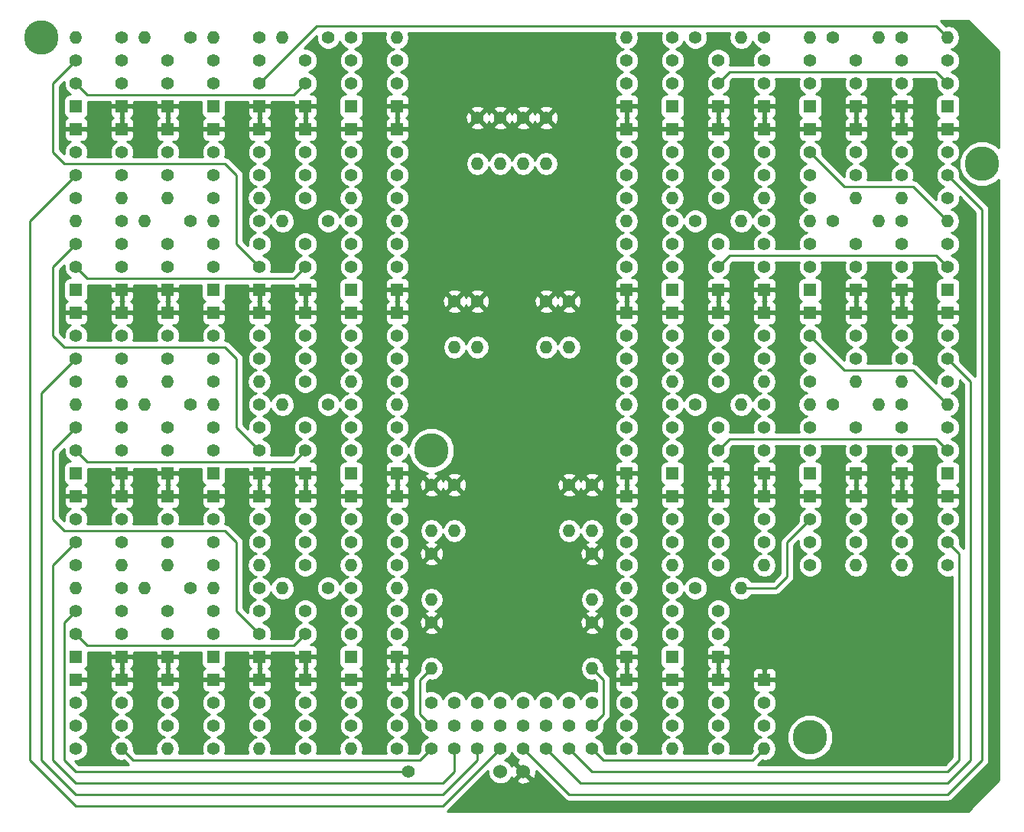
<source format=gbl>
G04 #@! TF.FileFunction,Copper,L2,Bot,Signal*
%FSLAX46Y46*%
G04 Gerber Fmt 4.6, Leading zero omitted, Abs format (unit mm)*
G04 Created by KiCad (PCBNEW 4.0.6) date Sun Sep 17 22:44:25 2017*
%MOMM*%
%LPD*%
G01*
G04 APERTURE LIST*
%ADD10C,0.100000*%
%ADD11C,3.800000*%
%ADD12C,1.400000*%
%ADD13R,1.400000X1.400000*%
%ADD14O,1.400000X1.400000*%
%ADD15C,1.524000*%
%ADD16C,0.250000*%
%ADD17C,0.254000*%
G04 APERTURE END LIST*
D10*
D11*
X210820000Y-77470000D03*
D12*
X171450000Y-88900000D03*
X171450000Y-86360000D03*
D13*
X171450000Y-91440000D03*
D12*
X171450000Y-68580000D03*
X171450000Y-66040000D03*
D13*
X171450000Y-71120000D03*
D12*
X140970000Y-104140000D03*
D14*
X146050000Y-104140000D03*
D12*
X167640000Y-137160000D03*
X165100000Y-137160000D03*
X162560000Y-137160000D03*
X160020000Y-137160000D03*
X157480000Y-137160000D03*
X154940000Y-137160000D03*
X152400000Y-137160000D03*
X149860000Y-137160000D03*
X171450000Y-137160000D03*
X171450000Y-139700000D03*
D13*
X171450000Y-134620000D03*
D12*
X176530000Y-137160000D03*
X176530000Y-139700000D03*
D13*
X176530000Y-134620000D03*
D12*
X181610000Y-137160000D03*
X181610000Y-139700000D03*
D13*
X181610000Y-134620000D03*
D12*
X186690000Y-137160000D03*
X186690000Y-139700000D03*
D13*
X186690000Y-134620000D03*
D12*
X176530000Y-116840000D03*
X176530000Y-119380000D03*
D13*
X176530000Y-114300000D03*
D12*
X181610000Y-116840000D03*
X181610000Y-119380000D03*
D13*
X181610000Y-114300000D03*
D12*
X186690000Y-116840000D03*
X186690000Y-119380000D03*
D13*
X186690000Y-114300000D03*
D12*
X171450000Y-142240000D03*
D14*
X176530000Y-142240000D03*
D12*
X181610000Y-142240000D03*
D14*
X186690000Y-142240000D03*
D12*
X171450000Y-121920000D03*
D14*
X176530000Y-121920000D03*
D12*
X181610000Y-121920000D03*
D14*
X186690000Y-121920000D03*
D15*
X160020000Y-144780000D03*
X157480000Y-144780000D03*
D12*
X167640000Y-142240000D03*
X165100000Y-142240000D03*
X162560000Y-142240000D03*
X160020000Y-142240000D03*
X157480000Y-142240000D03*
X154940000Y-142240000D03*
X152400000Y-142240000D03*
X149860000Y-142240000D03*
X167640000Y-139700000D03*
X165100000Y-139700000D03*
X162560000Y-139700000D03*
X160020000Y-139700000D03*
X157480000Y-139700000D03*
X154940000Y-139700000D03*
X152400000Y-139700000D03*
X149860000Y-139700000D03*
X176530000Y-109220000D03*
X176530000Y-106680000D03*
D13*
X176530000Y-111760000D03*
D12*
X181610000Y-109220000D03*
X181610000Y-106680000D03*
D13*
X181610000Y-111760000D03*
D12*
X186690000Y-109220000D03*
X186690000Y-106680000D03*
D13*
X186690000Y-111760000D03*
D12*
X191770000Y-109220000D03*
X191770000Y-106680000D03*
D13*
X191770000Y-111760000D03*
D12*
X196850000Y-109220000D03*
X196850000Y-106680000D03*
D13*
X196850000Y-111760000D03*
D12*
X201930000Y-109220000D03*
X201930000Y-106680000D03*
D13*
X201930000Y-111760000D03*
D12*
X207010000Y-109220000D03*
X207010000Y-106680000D03*
D13*
X207010000Y-111760000D03*
D12*
X179070000Y-104140000D03*
D14*
X184150000Y-104140000D03*
D12*
X186690000Y-104140000D03*
D14*
X191770000Y-104140000D03*
D12*
X194310000Y-104140000D03*
D14*
X199390000Y-104140000D03*
D12*
X201930000Y-104140000D03*
D14*
X207010000Y-104140000D03*
D12*
X171450000Y-129540000D03*
X171450000Y-127000000D03*
D13*
X171450000Y-132080000D03*
D12*
X176530000Y-129540000D03*
X176530000Y-127000000D03*
D13*
X176530000Y-132080000D03*
D12*
X181610000Y-129540000D03*
X181610000Y-127000000D03*
D13*
X181610000Y-132080000D03*
D12*
X171450000Y-116840000D03*
X171450000Y-119380000D03*
D13*
X171450000Y-114300000D03*
D12*
X191770000Y-116840000D03*
X191770000Y-119380000D03*
D13*
X191770000Y-114300000D03*
D12*
X196850000Y-116840000D03*
X196850000Y-119380000D03*
D13*
X196850000Y-114300000D03*
D12*
X201930000Y-116840000D03*
X201930000Y-119380000D03*
D13*
X201930000Y-114300000D03*
D12*
X207010000Y-116840000D03*
X207010000Y-119380000D03*
D13*
X207010000Y-114300000D03*
D12*
X171450000Y-109220000D03*
X171450000Y-106680000D03*
D13*
X171450000Y-111760000D03*
D12*
X176530000Y-124460000D03*
D14*
X171450000Y-124460000D03*
D12*
X179070000Y-124460000D03*
D14*
X184150000Y-124460000D03*
D12*
X191770000Y-121920000D03*
D14*
X196850000Y-121920000D03*
D12*
X207010000Y-121920000D03*
D14*
X201930000Y-121920000D03*
D12*
X176530000Y-104140000D03*
D14*
X171450000Y-104140000D03*
D12*
X171450000Y-96520000D03*
X171450000Y-99060000D03*
D13*
X171450000Y-93980000D03*
D12*
X176530000Y-96520000D03*
X176530000Y-99060000D03*
D13*
X176530000Y-93980000D03*
D12*
X181610000Y-96520000D03*
X181610000Y-99060000D03*
D13*
X181610000Y-93980000D03*
D12*
X186690000Y-96520000D03*
X186690000Y-99060000D03*
D13*
X186690000Y-93980000D03*
D12*
X191770000Y-96520000D03*
X191770000Y-99060000D03*
D13*
X191770000Y-93980000D03*
D12*
X196850000Y-96520000D03*
X196850000Y-99060000D03*
D13*
X196850000Y-93980000D03*
D12*
X201930000Y-96520000D03*
X201930000Y-99060000D03*
D13*
X201930000Y-93980000D03*
D12*
X207010000Y-96520000D03*
X207010000Y-99060000D03*
D13*
X207010000Y-93980000D03*
D12*
X176530000Y-88900000D03*
X176530000Y-86360000D03*
D13*
X176530000Y-91440000D03*
D12*
X181610000Y-88900000D03*
X181610000Y-86360000D03*
D13*
X181610000Y-91440000D03*
D12*
X186690000Y-88900000D03*
X186690000Y-86360000D03*
D13*
X186690000Y-91440000D03*
D12*
X191770000Y-88900000D03*
X191770000Y-86360000D03*
D13*
X191770000Y-91440000D03*
D12*
X196850000Y-88900000D03*
X196850000Y-86360000D03*
D13*
X196850000Y-91440000D03*
D12*
X201930000Y-88900000D03*
X201930000Y-86360000D03*
D13*
X201930000Y-91440000D03*
D12*
X207010000Y-88900000D03*
X207010000Y-86360000D03*
D13*
X207010000Y-91440000D03*
D12*
X171450000Y-76200000D03*
X171450000Y-78740000D03*
D13*
X171450000Y-73660000D03*
D12*
X176530000Y-76200000D03*
X176530000Y-78740000D03*
D13*
X176530000Y-73660000D03*
D12*
X181610000Y-76200000D03*
X181610000Y-78740000D03*
D13*
X181610000Y-73660000D03*
D12*
X186690000Y-76200000D03*
X186690000Y-78740000D03*
D13*
X186690000Y-73660000D03*
D12*
X191770000Y-76200000D03*
X191770000Y-78740000D03*
D13*
X191770000Y-73660000D03*
D12*
X196850000Y-76200000D03*
X196850000Y-78740000D03*
D13*
X196850000Y-73660000D03*
D12*
X201930000Y-76200000D03*
X201930000Y-78740000D03*
D13*
X201930000Y-73660000D03*
D12*
X207010000Y-76200000D03*
X207010000Y-78740000D03*
D13*
X207010000Y-73660000D03*
D12*
X176530000Y-68580000D03*
X176530000Y-66040000D03*
D13*
X176530000Y-71120000D03*
D12*
X181610000Y-68580000D03*
X181610000Y-66040000D03*
D13*
X181610000Y-71120000D03*
D12*
X186690000Y-68580000D03*
X186690000Y-66040000D03*
D13*
X186690000Y-71120000D03*
D12*
X191770000Y-68580000D03*
X191770000Y-66040000D03*
D13*
X191770000Y-71120000D03*
D12*
X196850000Y-68580000D03*
X196850000Y-66040000D03*
D13*
X196850000Y-71120000D03*
D12*
X201930000Y-68580000D03*
X201930000Y-66040000D03*
D13*
X201930000Y-71120000D03*
D12*
X207010000Y-68580000D03*
X207010000Y-66040000D03*
D13*
X207010000Y-71120000D03*
D12*
X171450000Y-101600000D03*
D14*
X176530000Y-101600000D03*
D12*
X181610000Y-101600000D03*
D14*
X186690000Y-101600000D03*
D12*
X191770000Y-101600000D03*
D14*
X196850000Y-101600000D03*
D12*
X207010000Y-101600000D03*
D14*
X201930000Y-101600000D03*
D12*
X176530000Y-83820000D03*
D14*
X171450000Y-83820000D03*
D12*
X179070000Y-83820000D03*
D14*
X184150000Y-83820000D03*
D12*
X186690000Y-83820000D03*
D14*
X191770000Y-83820000D03*
D12*
X194310000Y-83820000D03*
D14*
X199390000Y-83820000D03*
D12*
X201930000Y-83820000D03*
D14*
X207010000Y-83820000D03*
D12*
X171450000Y-81280000D03*
D14*
X176530000Y-81280000D03*
D12*
X181610000Y-81280000D03*
D14*
X186690000Y-81280000D03*
D12*
X191770000Y-81280000D03*
D14*
X196850000Y-81280000D03*
D12*
X207010000Y-81280000D03*
D14*
X201930000Y-81280000D03*
D12*
X176530000Y-63500000D03*
D14*
X171450000Y-63500000D03*
D12*
X179070000Y-63500000D03*
D14*
X184150000Y-63500000D03*
D12*
X186690000Y-63500000D03*
D14*
X191770000Y-63500000D03*
D12*
X194310000Y-63500000D03*
D14*
X199390000Y-63500000D03*
D12*
X201930000Y-63500000D03*
D14*
X207010000Y-63500000D03*
D12*
X147320000Y-144780000D03*
X146050000Y-76200000D03*
X146050000Y-78740000D03*
D13*
X146050000Y-73660000D03*
D12*
X140970000Y-76200000D03*
X140970000Y-78740000D03*
D13*
X140970000Y-73660000D03*
D12*
X135890000Y-76200000D03*
X135890000Y-78740000D03*
D13*
X135890000Y-73660000D03*
D12*
X130810000Y-76200000D03*
X130810000Y-78740000D03*
D13*
X130810000Y-73660000D03*
D12*
X125730000Y-76200000D03*
X125730000Y-78740000D03*
D13*
X125730000Y-73660000D03*
D12*
X120650000Y-76200000D03*
X120650000Y-78740000D03*
D13*
X120650000Y-73660000D03*
D12*
X115570000Y-76200000D03*
X115570000Y-78740000D03*
D13*
X115570000Y-73660000D03*
D12*
X110490000Y-76200000D03*
X110490000Y-78740000D03*
D13*
X110490000Y-73660000D03*
D12*
X146050000Y-68580000D03*
X146050000Y-66040000D03*
D13*
X146050000Y-71120000D03*
D12*
X140970000Y-68580000D03*
X140970000Y-66040000D03*
D13*
X140970000Y-71120000D03*
D12*
X135890000Y-68580000D03*
X135890000Y-66040000D03*
D13*
X135890000Y-71120000D03*
D12*
X130810000Y-68580000D03*
X130810000Y-66040000D03*
D13*
X130810000Y-71120000D03*
D12*
X125730000Y-68580000D03*
X125730000Y-66040000D03*
D13*
X125730000Y-71120000D03*
D12*
X120650000Y-68580000D03*
X120650000Y-66040000D03*
D13*
X120650000Y-71120000D03*
D12*
X115570000Y-68580000D03*
X115570000Y-66040000D03*
D13*
X115570000Y-71120000D03*
D12*
X110490000Y-68580000D03*
X110490000Y-66040000D03*
D13*
X110490000Y-71120000D03*
D12*
X146050000Y-96520000D03*
X146050000Y-99060000D03*
D13*
X146050000Y-93980000D03*
D12*
X140970000Y-96520000D03*
X140970000Y-99060000D03*
D13*
X140970000Y-93980000D03*
D12*
X135890000Y-96520000D03*
X135890000Y-99060000D03*
D13*
X135890000Y-93980000D03*
D12*
X130810000Y-96520000D03*
X130810000Y-99060000D03*
D13*
X130810000Y-93980000D03*
D12*
X125730000Y-96520000D03*
X125730000Y-99060000D03*
D13*
X125730000Y-93980000D03*
D12*
X120650000Y-96520000D03*
X120650000Y-99060000D03*
D13*
X120650000Y-93980000D03*
D12*
X115570000Y-96520000D03*
X115570000Y-99060000D03*
D13*
X115570000Y-93980000D03*
D12*
X110490000Y-96520000D03*
X110490000Y-99060000D03*
D13*
X110490000Y-93980000D03*
D12*
X146050000Y-88900000D03*
X146050000Y-86360000D03*
D13*
X146050000Y-91440000D03*
D12*
X140970000Y-88900000D03*
X140970000Y-86360000D03*
D13*
X140970000Y-91440000D03*
D12*
X135890000Y-88900000D03*
X135890000Y-86360000D03*
D13*
X135890000Y-91440000D03*
D12*
X130810000Y-88900000D03*
X130810000Y-86360000D03*
D13*
X130810000Y-91440000D03*
D12*
X125730000Y-88900000D03*
X125730000Y-86360000D03*
D13*
X125730000Y-91440000D03*
D12*
X120650000Y-88900000D03*
X120650000Y-86360000D03*
D13*
X120650000Y-91440000D03*
D12*
X115570000Y-88900000D03*
X115570000Y-86360000D03*
D13*
X115570000Y-91440000D03*
D12*
X110490000Y-88900000D03*
X110490000Y-86360000D03*
D13*
X110490000Y-91440000D03*
D12*
X146050000Y-116840000D03*
X146050000Y-119380000D03*
D13*
X146050000Y-114300000D03*
D12*
X140970000Y-116840000D03*
X140970000Y-119380000D03*
D13*
X140970000Y-114300000D03*
D12*
X135890000Y-116840000D03*
X135890000Y-119380000D03*
D13*
X135890000Y-114300000D03*
D12*
X130810000Y-116840000D03*
X130810000Y-119380000D03*
D13*
X130810000Y-114300000D03*
D12*
X125730000Y-116840000D03*
X125730000Y-119380000D03*
D13*
X125730000Y-114300000D03*
D12*
X120650000Y-116840000D03*
X120650000Y-119380000D03*
D13*
X120650000Y-114300000D03*
D12*
X115570000Y-116840000D03*
X115570000Y-119380000D03*
D13*
X115570000Y-114300000D03*
D12*
X110490000Y-116840000D03*
X110490000Y-119380000D03*
D13*
X110490000Y-114300000D03*
D12*
X146050000Y-109220000D03*
X146050000Y-106680000D03*
D13*
X146050000Y-111760000D03*
D12*
X140970000Y-109220000D03*
X140970000Y-106680000D03*
D13*
X140970000Y-111760000D03*
D12*
X135890000Y-109220000D03*
X135890000Y-106680000D03*
D13*
X135890000Y-111760000D03*
D12*
X130810000Y-109220000D03*
X130810000Y-106680000D03*
D13*
X130810000Y-111760000D03*
D12*
X125730000Y-109220000D03*
X125730000Y-106680000D03*
D13*
X125730000Y-111760000D03*
D12*
X120650000Y-109220000D03*
X120650000Y-106680000D03*
D13*
X120650000Y-111760000D03*
D12*
X115570000Y-109220000D03*
X115570000Y-106680000D03*
D13*
X115570000Y-111760000D03*
D12*
X110490000Y-109220000D03*
X110490000Y-106680000D03*
D13*
X110490000Y-111760000D03*
D12*
X146050000Y-137160000D03*
X146050000Y-139700000D03*
D13*
X146050000Y-134620000D03*
D12*
X140970000Y-137160000D03*
X140970000Y-139700000D03*
D13*
X140970000Y-134620000D03*
D12*
X135890000Y-137160000D03*
X135890000Y-139700000D03*
D13*
X135890000Y-134620000D03*
D12*
X130810000Y-137160000D03*
X130810000Y-139700000D03*
D13*
X130810000Y-134620000D03*
D12*
X125730000Y-137160000D03*
X125730000Y-139700000D03*
D13*
X125730000Y-134620000D03*
D12*
X120650000Y-137160000D03*
X120650000Y-139700000D03*
D13*
X120650000Y-134620000D03*
D12*
X115570000Y-137160000D03*
X115570000Y-139700000D03*
D13*
X115570000Y-134620000D03*
D12*
X110490000Y-137160000D03*
X110490000Y-139700000D03*
D13*
X110490000Y-134620000D03*
D12*
X146050000Y-129540000D03*
X146050000Y-127000000D03*
D13*
X146050000Y-132080000D03*
D12*
X140970000Y-129540000D03*
X140970000Y-127000000D03*
D13*
X140970000Y-132080000D03*
D12*
X135890000Y-129540000D03*
X135890000Y-127000000D03*
D13*
X135890000Y-132080000D03*
D12*
X130810000Y-129540000D03*
X130810000Y-127000000D03*
D13*
X130810000Y-132080000D03*
D12*
X125730000Y-129540000D03*
X125730000Y-127000000D03*
D13*
X125730000Y-132080000D03*
D12*
X120650000Y-129540000D03*
X120650000Y-127000000D03*
D13*
X120650000Y-132080000D03*
D12*
X115570000Y-129540000D03*
X115570000Y-127000000D03*
D13*
X115570000Y-132080000D03*
D12*
X110490000Y-129540000D03*
X110490000Y-127000000D03*
D13*
X110490000Y-132080000D03*
D12*
X146050000Y-81280000D03*
D14*
X140970000Y-81280000D03*
D12*
X135890000Y-81280000D03*
D14*
X130810000Y-81280000D03*
D12*
X125730000Y-81280000D03*
D14*
X120650000Y-81280000D03*
D12*
X110490000Y-81280000D03*
D14*
X115570000Y-81280000D03*
D12*
X140970000Y-63500000D03*
D14*
X146050000Y-63500000D03*
D12*
X138430000Y-63500000D03*
D14*
X133350000Y-63500000D03*
D12*
X130810000Y-63500000D03*
D14*
X125730000Y-63500000D03*
D12*
X123190000Y-63500000D03*
D14*
X118110000Y-63500000D03*
D12*
X115570000Y-63500000D03*
D14*
X110490000Y-63500000D03*
D12*
X146050000Y-101600000D03*
D14*
X140970000Y-101600000D03*
D12*
X135890000Y-101600000D03*
D14*
X130810000Y-101600000D03*
D12*
X125730000Y-101600000D03*
D14*
X120650000Y-101600000D03*
D12*
X110490000Y-101600000D03*
D14*
X115570000Y-101600000D03*
D12*
X140970000Y-83820000D03*
D14*
X146050000Y-83820000D03*
D12*
X138430000Y-83820000D03*
D14*
X133350000Y-83820000D03*
D12*
X130810000Y-83820000D03*
D14*
X125730000Y-83820000D03*
D12*
X123190000Y-83820000D03*
D14*
X118110000Y-83820000D03*
D12*
X115570000Y-83820000D03*
D14*
X110490000Y-83820000D03*
D12*
X146050000Y-121920000D03*
D14*
X140970000Y-121920000D03*
D12*
X135890000Y-121920000D03*
D14*
X130810000Y-121920000D03*
D12*
X125730000Y-121920000D03*
D14*
X120650000Y-121920000D03*
D12*
X110490000Y-121920000D03*
D14*
X115570000Y-121920000D03*
D12*
X138430000Y-104140000D03*
D14*
X133350000Y-104140000D03*
D12*
X130810000Y-104140000D03*
D14*
X125730000Y-104140000D03*
D12*
X123190000Y-104140000D03*
D14*
X118110000Y-104140000D03*
D12*
X115570000Y-104140000D03*
D14*
X110490000Y-104140000D03*
D12*
X146050000Y-142240000D03*
D14*
X140970000Y-142240000D03*
D12*
X135890000Y-142240000D03*
D14*
X130810000Y-142240000D03*
D12*
X125730000Y-142240000D03*
D14*
X120650000Y-142240000D03*
D12*
X110490000Y-142240000D03*
D14*
X115570000Y-142240000D03*
D12*
X140970000Y-124460000D03*
D14*
X146050000Y-124460000D03*
D12*
X138430000Y-124460000D03*
D14*
X133350000Y-124460000D03*
D12*
X130810000Y-124460000D03*
D14*
X125730000Y-124460000D03*
D12*
X123190000Y-124460000D03*
D14*
X118110000Y-124460000D03*
D12*
X115570000Y-124460000D03*
D14*
X110490000Y-124460000D03*
D12*
X167640000Y-120650000D03*
D14*
X167640000Y-125730000D03*
D12*
X167640000Y-128270000D03*
D14*
X167640000Y-133350000D03*
D12*
X165100000Y-113030000D03*
D14*
X165100000Y-118110000D03*
D12*
X167640000Y-113030000D03*
D14*
X167640000Y-118110000D03*
D12*
X162560000Y-92710000D03*
D14*
X162560000Y-97790000D03*
D12*
X165100000Y-92710000D03*
D14*
X165100000Y-97790000D03*
D12*
X160020000Y-72390000D03*
D14*
X160020000Y-77470000D03*
D12*
X162560000Y-72390000D03*
D14*
X162560000Y-77470000D03*
D12*
X157480000Y-72390000D03*
D14*
X157480000Y-77470000D03*
D12*
X154940000Y-72390000D03*
D14*
X154940000Y-77470000D03*
D12*
X154940000Y-92710000D03*
D14*
X154940000Y-97790000D03*
D12*
X152400000Y-92710000D03*
D14*
X152400000Y-97790000D03*
D12*
X152400000Y-113030000D03*
D14*
X152400000Y-118110000D03*
D12*
X149860000Y-113030000D03*
D14*
X149860000Y-118110000D03*
D12*
X149860000Y-120650000D03*
D14*
X149860000Y-125730000D03*
D12*
X149860000Y-128270000D03*
D14*
X149860000Y-133350000D03*
D11*
X106680000Y-63500000D03*
X149860000Y-109220000D03*
X191770000Y-140970000D03*
D16*
X167640000Y-139700000D02*
X168910000Y-138430000D01*
X168910000Y-134620000D02*
X167640000Y-133350000D01*
X168910000Y-138430000D02*
X168910000Y-134620000D01*
X149860000Y-139700000D02*
X148590000Y-138430000D01*
X148590000Y-134620000D02*
X149860000Y-133350000D01*
X148590000Y-138430000D02*
X148590000Y-134620000D01*
X167640000Y-142240000D02*
X168910000Y-143510000D01*
X185420000Y-143510000D02*
X186690000Y-142240000D01*
X168910000Y-143510000D02*
X185420000Y-143510000D01*
X165100000Y-142240000D02*
X167640000Y-144780000D01*
X208280000Y-120650000D02*
X207010000Y-119380000D01*
X208280000Y-143510000D02*
X208280000Y-120650000D01*
X207010000Y-144780000D02*
X208280000Y-143510000D01*
X167640000Y-144780000D02*
X207010000Y-144780000D01*
X162560000Y-142240000D02*
X166370000Y-146050000D01*
X209550000Y-101600000D02*
X207010000Y-99060000D01*
X209550000Y-143510000D02*
X209550000Y-101600000D01*
X207010000Y-146050000D02*
X209550000Y-143510000D01*
X166370000Y-146050000D02*
X207010000Y-146050000D01*
X160020000Y-142240000D02*
X165100000Y-147320000D01*
X210820000Y-82550000D02*
X207010000Y-78740000D01*
X210820000Y-143510000D02*
X210820000Y-82550000D01*
X207010000Y-147320000D02*
X210820000Y-143510000D01*
X165100000Y-147320000D02*
X207010000Y-147320000D01*
X110490000Y-78740000D02*
X105410000Y-83820000D01*
X151130000Y-148590000D02*
X157480000Y-142240000D01*
X110490000Y-148590000D02*
X151130000Y-148590000D01*
X105410000Y-143510000D02*
X110490000Y-148590000D01*
X105410000Y-83820000D02*
X105410000Y-143510000D01*
X154940000Y-142240000D02*
X154940000Y-143510000D01*
X106680000Y-102870000D02*
X110490000Y-99060000D01*
X106680000Y-143510000D02*
X106680000Y-102870000D01*
X110490000Y-147320000D02*
X106680000Y-143510000D01*
X151130000Y-147320000D02*
X110490000Y-147320000D01*
X154940000Y-143510000D02*
X151130000Y-147320000D01*
X152400000Y-142240000D02*
X152400000Y-144780000D01*
X107950000Y-121920000D02*
X110490000Y-119380000D01*
X107950000Y-143510000D02*
X107950000Y-121920000D01*
X110490000Y-146050000D02*
X107950000Y-143510000D01*
X151130000Y-146050000D02*
X110490000Y-146050000D01*
X152400000Y-144780000D02*
X151130000Y-146050000D01*
X149860000Y-142240000D02*
X148590000Y-143510000D01*
X116840000Y-143510000D02*
X115570000Y-142240000D01*
X148590000Y-143510000D02*
X116840000Y-143510000D01*
X189230000Y-123190000D02*
X187960000Y-124460000D01*
X189230000Y-119380000D02*
X189230000Y-123190000D01*
X191770000Y-116840000D02*
X189230000Y-119380000D01*
X187960000Y-124460000D02*
X184150000Y-124460000D01*
X181610000Y-109220000D02*
X182880000Y-107950000D01*
X205740000Y-107950000D02*
X207010000Y-109220000D01*
X182880000Y-107950000D02*
X205740000Y-107950000D01*
X203200000Y-100330000D02*
X207010000Y-104140000D01*
X195580000Y-100330000D02*
X203200000Y-100330000D01*
X191770000Y-96520000D02*
X195580000Y-100330000D01*
X181610000Y-88900000D02*
X182880000Y-87630000D01*
X205740000Y-87630000D02*
X207010000Y-88900000D01*
X182880000Y-87630000D02*
X205740000Y-87630000D01*
X203200000Y-80010000D02*
X207010000Y-83820000D01*
X191770000Y-76200000D02*
X195580000Y-80010000D01*
X195580000Y-80010000D02*
X203200000Y-80010000D01*
X205740000Y-67310000D02*
X207010000Y-68580000D01*
X182880000Y-67310000D02*
X205740000Y-67310000D01*
X181610000Y-68580000D02*
X182880000Y-67310000D01*
X130810000Y-68580000D02*
X137160000Y-62230000D01*
X205740000Y-62230000D02*
X207010000Y-63500000D01*
X137160000Y-62230000D02*
X205740000Y-62230000D01*
X110490000Y-144780000D02*
X147320000Y-144780000D01*
X110490000Y-144780000D02*
X109220000Y-143510000D01*
X109220000Y-143510000D02*
X109220000Y-128270000D01*
X109220000Y-128270000D02*
X110490000Y-127000000D01*
X110490000Y-68580000D02*
X111760000Y-69850000D01*
X134620000Y-69850000D02*
X135890000Y-68580000D01*
X111760000Y-69850000D02*
X134620000Y-69850000D01*
X107950000Y-76200000D02*
X109220000Y-77470000D01*
X128270000Y-78740000D02*
X128270000Y-86360000D01*
X127000000Y-77470000D02*
X128270000Y-78740000D01*
X109220000Y-77470000D02*
X127000000Y-77470000D01*
X130810000Y-88900000D02*
X128270000Y-86360000D01*
X107950000Y-76200000D02*
X107950000Y-68580000D01*
X107950000Y-68580000D02*
X110490000Y-66040000D01*
X110490000Y-88900000D02*
X111760000Y-90170000D01*
X134620000Y-90170000D02*
X111760000Y-90170000D01*
X134620000Y-90170000D02*
X135890000Y-88900000D01*
X107950000Y-96520000D02*
X109220000Y-97790000D01*
X128270000Y-99060000D02*
X128270000Y-106680000D01*
X127000000Y-97790000D02*
X128270000Y-99060000D01*
X109220000Y-97790000D02*
X127000000Y-97790000D01*
X110490000Y-86360000D02*
X107950000Y-88900000D01*
X128270000Y-106680000D02*
X130810000Y-109220000D01*
X107950000Y-88900000D02*
X107950000Y-96520000D01*
X135890000Y-109220000D02*
X134620000Y-110490000D01*
X111760000Y-110490000D02*
X110490000Y-109220000D01*
X134620000Y-110490000D02*
X111760000Y-110490000D01*
X110490000Y-106680000D02*
X107950000Y-109220000D01*
X107950000Y-109220000D02*
X107950000Y-116840000D01*
X128270000Y-119380000D02*
X128270000Y-127000000D01*
X127000000Y-118110000D02*
X128270000Y-119380000D01*
X109220000Y-118110000D02*
X127000000Y-118110000D01*
X107950000Y-116840000D02*
X109220000Y-118110000D01*
X128270000Y-127000000D02*
X130810000Y-129540000D01*
X135890000Y-129540000D02*
X134620000Y-130810000D01*
X111760000Y-130810000D02*
X110490000Y-129540000D01*
X134620000Y-130810000D02*
X111760000Y-130810000D01*
D17*
G36*
X212650000Y-65064092D02*
X212650000Y-75715032D01*
X212257837Y-75322184D01*
X211326455Y-74935441D01*
X210317969Y-74934561D01*
X209385914Y-75319678D01*
X208672184Y-76032163D01*
X208285441Y-76963545D01*
X208284561Y-77972031D01*
X208669678Y-78904086D01*
X209382163Y-79617816D01*
X210313545Y-80004559D01*
X211322031Y-80005439D01*
X212254086Y-79620322D01*
X212650000Y-79225099D01*
X212650000Y-145755908D01*
X209255908Y-149150000D01*
X151633579Y-149150000D01*
X151667401Y-149127401D01*
X156083059Y-144711743D01*
X156082758Y-145056661D01*
X156294990Y-145570303D01*
X156687630Y-145963629D01*
X157200900Y-146176757D01*
X157756661Y-146177242D01*
X158270303Y-145965010D01*
X158475457Y-145760213D01*
X159219392Y-145760213D01*
X159288857Y-146002397D01*
X159812302Y-146189144D01*
X160367368Y-146161362D01*
X160751143Y-146002397D01*
X160820608Y-145760213D01*
X160020000Y-144959605D01*
X159219392Y-145760213D01*
X158475457Y-145760213D01*
X158663629Y-145572370D01*
X158743395Y-145380273D01*
X158797603Y-145511143D01*
X159039787Y-145580608D01*
X159840395Y-144780000D01*
X159039787Y-143979392D01*
X158797603Y-144048857D01*
X158747491Y-144189318D01*
X158665010Y-143989697D01*
X158272370Y-143596371D01*
X157983510Y-143476426D01*
X158235229Y-143372418D01*
X158611098Y-142997204D01*
X158750091Y-142662473D01*
X158887582Y-142995229D01*
X159262796Y-143371098D01*
X159500664Y-143469870D01*
X159288857Y-143557603D01*
X159219392Y-143799787D01*
X160020000Y-144600395D01*
X160034143Y-144586253D01*
X160213748Y-144765858D01*
X160199605Y-144780000D01*
X161000213Y-145580608D01*
X161242397Y-145511143D01*
X161429144Y-144987698D01*
X161415247Y-144710049D01*
X164562599Y-147857401D01*
X164809161Y-148022148D01*
X165100000Y-148080000D01*
X207010000Y-148080000D01*
X207300839Y-148022148D01*
X207547401Y-147857401D01*
X211357401Y-144047401D01*
X211522148Y-143800839D01*
X211580000Y-143510000D01*
X211580000Y-82550000D01*
X211522148Y-82259161D01*
X211357401Y-82012599D01*
X208344774Y-78999972D01*
X208345231Y-78475617D01*
X208142418Y-77984771D01*
X207767204Y-77608902D01*
X207432473Y-77469909D01*
X207765229Y-77332418D01*
X208141098Y-76957204D01*
X208344768Y-76466713D01*
X208345231Y-75935617D01*
X208142418Y-75444771D01*
X207767204Y-75068902D01*
X207589229Y-74995000D01*
X207836309Y-74995000D01*
X208069698Y-74898327D01*
X208248327Y-74719699D01*
X208345000Y-74486310D01*
X208345000Y-73945750D01*
X208186250Y-73787000D01*
X207137000Y-73787000D01*
X207137000Y-73807000D01*
X206883000Y-73807000D01*
X206883000Y-73787000D01*
X205833750Y-73787000D01*
X205675000Y-73945750D01*
X205675000Y-74486310D01*
X205771673Y-74719699D01*
X205950302Y-74898327D01*
X206183691Y-74995000D01*
X206430433Y-74995000D01*
X206254771Y-75067582D01*
X205878902Y-75442796D01*
X205675232Y-75933287D01*
X205674769Y-76464383D01*
X205877582Y-76955229D01*
X206252796Y-77331098D01*
X206587527Y-77470091D01*
X206254771Y-77607582D01*
X205878902Y-77982796D01*
X205675232Y-78473287D01*
X205674769Y-79004383D01*
X205877582Y-79495229D01*
X206252796Y-79871098D01*
X206587527Y-80010091D01*
X206254771Y-80147582D01*
X205878902Y-80522796D01*
X205675232Y-81013287D01*
X205674886Y-81410084D01*
X203737401Y-79472599D01*
X203490839Y-79307852D01*
X203200000Y-79250000D01*
X203163746Y-79250000D01*
X203264768Y-79006713D01*
X203265231Y-78475617D01*
X203062418Y-77984771D01*
X202687204Y-77608902D01*
X202352473Y-77469909D01*
X202685229Y-77332418D01*
X203061098Y-76957204D01*
X203264768Y-76466713D01*
X203265231Y-75935617D01*
X203062418Y-75444771D01*
X202687204Y-75068902D01*
X202509229Y-74995000D01*
X202756309Y-74995000D01*
X202989698Y-74898327D01*
X203168327Y-74719699D01*
X203265000Y-74486310D01*
X203265000Y-73945750D01*
X203106250Y-73787000D01*
X202057000Y-73787000D01*
X202057000Y-73807000D01*
X201803000Y-73807000D01*
X201803000Y-73787000D01*
X200753750Y-73787000D01*
X200595000Y-73945750D01*
X200595000Y-74486310D01*
X200691673Y-74719699D01*
X200870302Y-74898327D01*
X201103691Y-74995000D01*
X201350433Y-74995000D01*
X201174771Y-75067582D01*
X200798902Y-75442796D01*
X200595232Y-75933287D01*
X200594769Y-76464383D01*
X200797582Y-76955229D01*
X201172796Y-77331098D01*
X201507527Y-77470091D01*
X201174771Y-77607582D01*
X200798902Y-77982796D01*
X200595232Y-78473287D01*
X200594769Y-79004383D01*
X200696256Y-79250000D01*
X198083746Y-79250000D01*
X198184768Y-79006713D01*
X198185231Y-78475617D01*
X197982418Y-77984771D01*
X197607204Y-77608902D01*
X197272473Y-77469909D01*
X197605229Y-77332418D01*
X197981098Y-76957204D01*
X198184768Y-76466713D01*
X198185231Y-75935617D01*
X197982418Y-75444771D01*
X197607204Y-75068902D01*
X197429229Y-74995000D01*
X197676309Y-74995000D01*
X197909698Y-74898327D01*
X198088327Y-74719699D01*
X198185000Y-74486310D01*
X198185000Y-73945750D01*
X198026250Y-73787000D01*
X196977000Y-73787000D01*
X196977000Y-73807000D01*
X196723000Y-73807000D01*
X196723000Y-73787000D01*
X195673750Y-73787000D01*
X195515000Y-73945750D01*
X195515000Y-74486310D01*
X195611673Y-74719699D01*
X195790302Y-74898327D01*
X196023691Y-74995000D01*
X196270433Y-74995000D01*
X196094771Y-75067582D01*
X195718902Y-75442796D01*
X195515232Y-75933287D01*
X195514769Y-76464383D01*
X195717582Y-76955229D01*
X196092796Y-77331098D01*
X196427527Y-77470091D01*
X196094771Y-77607582D01*
X195718902Y-77982796D01*
X195515232Y-78473287D01*
X195514886Y-78870084D01*
X193104774Y-76459972D01*
X193105231Y-75935617D01*
X192902418Y-75444771D01*
X192527204Y-75068902D01*
X192349229Y-74995000D01*
X192596309Y-74995000D01*
X192829698Y-74898327D01*
X193008327Y-74719699D01*
X193105000Y-74486310D01*
X193105000Y-73945750D01*
X192946250Y-73787000D01*
X191897000Y-73787000D01*
X191897000Y-73807000D01*
X191643000Y-73807000D01*
X191643000Y-73787000D01*
X190593750Y-73787000D01*
X190435000Y-73945750D01*
X190435000Y-74486310D01*
X190531673Y-74719699D01*
X190710302Y-74898327D01*
X190943691Y-74995000D01*
X191190433Y-74995000D01*
X191014771Y-75067582D01*
X190638902Y-75442796D01*
X190435232Y-75933287D01*
X190434769Y-76464383D01*
X190637582Y-76955229D01*
X191012796Y-77331098D01*
X191347527Y-77470091D01*
X191014771Y-77607582D01*
X190638902Y-77982796D01*
X190435232Y-78473287D01*
X190434769Y-79004383D01*
X190637582Y-79495229D01*
X191012796Y-79871098D01*
X191347527Y-80010091D01*
X191014771Y-80147582D01*
X190638902Y-80522796D01*
X190435232Y-81013287D01*
X190434769Y-81544383D01*
X190637582Y-82035229D01*
X191012796Y-82411098D01*
X191369903Y-82559382D01*
X191232964Y-82586621D01*
X190799858Y-82876012D01*
X190510467Y-83309118D01*
X190408846Y-83820000D01*
X190510467Y-84330882D01*
X190799858Y-84763988D01*
X191232964Y-85053379D01*
X191370274Y-85080692D01*
X191014771Y-85227582D01*
X190638902Y-85602796D01*
X190435232Y-86093287D01*
X190434769Y-86624383D01*
X190536256Y-86870000D01*
X187923746Y-86870000D01*
X188024768Y-86626713D01*
X188025231Y-86095617D01*
X187822418Y-85604771D01*
X187447204Y-85228902D01*
X187112473Y-85089909D01*
X187445229Y-84952418D01*
X187821098Y-84577204D01*
X188024768Y-84086713D01*
X188025231Y-83555617D01*
X187822418Y-83064771D01*
X187447204Y-82688902D01*
X187090097Y-82540618D01*
X187227036Y-82513379D01*
X187660142Y-82223988D01*
X187949533Y-81790882D01*
X188051154Y-81280000D01*
X187949533Y-80769118D01*
X187660142Y-80336012D01*
X187227036Y-80046621D01*
X187089726Y-80019308D01*
X187445229Y-79872418D01*
X187821098Y-79497204D01*
X188024768Y-79006713D01*
X188025231Y-78475617D01*
X187822418Y-77984771D01*
X187447204Y-77608902D01*
X187112473Y-77469909D01*
X187445229Y-77332418D01*
X187821098Y-76957204D01*
X188024768Y-76466713D01*
X188025231Y-75935617D01*
X187822418Y-75444771D01*
X187447204Y-75068902D01*
X187269229Y-74995000D01*
X187516309Y-74995000D01*
X187749698Y-74898327D01*
X187928327Y-74719699D01*
X188025000Y-74486310D01*
X188025000Y-73945750D01*
X187866250Y-73787000D01*
X186817000Y-73787000D01*
X186817000Y-73807000D01*
X186563000Y-73807000D01*
X186563000Y-73787000D01*
X185513750Y-73787000D01*
X185355000Y-73945750D01*
X185355000Y-74486310D01*
X185451673Y-74719699D01*
X185630302Y-74898327D01*
X185863691Y-74995000D01*
X186110433Y-74995000D01*
X185934771Y-75067582D01*
X185558902Y-75442796D01*
X185355232Y-75933287D01*
X185354769Y-76464383D01*
X185557582Y-76955229D01*
X185932796Y-77331098D01*
X186267527Y-77470091D01*
X185934771Y-77607582D01*
X185558902Y-77982796D01*
X185355232Y-78473287D01*
X185354769Y-79004383D01*
X185557582Y-79495229D01*
X185932796Y-79871098D01*
X186289903Y-80019382D01*
X186152964Y-80046621D01*
X185719858Y-80336012D01*
X185430467Y-80769118D01*
X185328846Y-81280000D01*
X185430467Y-81790882D01*
X185719858Y-82223988D01*
X186152964Y-82513379D01*
X186290274Y-82540692D01*
X185934771Y-82687582D01*
X185558902Y-83062796D01*
X185424784Y-83385788D01*
X185409533Y-83309118D01*
X185120142Y-82876012D01*
X184687036Y-82586621D01*
X184176154Y-82485000D01*
X184123846Y-82485000D01*
X183612964Y-82586621D01*
X183179858Y-82876012D01*
X182890467Y-83309118D01*
X182788846Y-83820000D01*
X182890467Y-84330882D01*
X183179858Y-84763988D01*
X183612964Y-85053379D01*
X184123846Y-85155000D01*
X184176154Y-85155000D01*
X184687036Y-85053379D01*
X185120142Y-84763988D01*
X185409533Y-84330882D01*
X185424835Y-84253955D01*
X185557582Y-84575229D01*
X185932796Y-84951098D01*
X186267527Y-85090091D01*
X185934771Y-85227582D01*
X185558902Y-85602796D01*
X185355232Y-86093287D01*
X185354769Y-86624383D01*
X185456256Y-86870000D01*
X182880000Y-86870000D01*
X182840482Y-86877861D01*
X182944768Y-86626713D01*
X182945231Y-86095617D01*
X182742418Y-85604771D01*
X182367204Y-85228902D01*
X181876713Y-85025232D01*
X181345617Y-85024769D01*
X180854771Y-85227582D01*
X180478902Y-85602796D01*
X180275232Y-86093287D01*
X180274769Y-86624383D01*
X180477582Y-87115229D01*
X180852796Y-87491098D01*
X181187527Y-87630091D01*
X180854771Y-87767582D01*
X180478902Y-88142796D01*
X180275232Y-88633287D01*
X180274769Y-89164383D01*
X180477582Y-89655229D01*
X180852796Y-90031098D01*
X181030771Y-90105000D01*
X180783691Y-90105000D01*
X180550302Y-90201673D01*
X180371673Y-90380301D01*
X180275000Y-90613690D01*
X180275000Y-91154250D01*
X180433750Y-91313000D01*
X181483000Y-91313000D01*
X181483000Y-91293000D01*
X181737000Y-91293000D01*
X181737000Y-91313000D01*
X182786250Y-91313000D01*
X182945000Y-91154250D01*
X182945000Y-90613690D01*
X182848327Y-90380301D01*
X182669698Y-90201673D01*
X182436309Y-90105000D01*
X182189567Y-90105000D01*
X182365229Y-90032418D01*
X182741098Y-89657204D01*
X182944768Y-89166713D01*
X182945228Y-88639574D01*
X183194802Y-88390000D01*
X185456254Y-88390000D01*
X185355232Y-88633287D01*
X185354769Y-89164383D01*
X185557582Y-89655229D01*
X185932796Y-90031098D01*
X186110771Y-90105000D01*
X185863691Y-90105000D01*
X185630302Y-90201673D01*
X185451673Y-90380301D01*
X185355000Y-90613690D01*
X185355000Y-91154250D01*
X185513750Y-91313000D01*
X186563000Y-91313000D01*
X186563000Y-91293000D01*
X186817000Y-91293000D01*
X186817000Y-91313000D01*
X187866250Y-91313000D01*
X188025000Y-91154250D01*
X188025000Y-90613690D01*
X187928327Y-90380301D01*
X187749698Y-90201673D01*
X187516309Y-90105000D01*
X187269567Y-90105000D01*
X187445229Y-90032418D01*
X187821098Y-89657204D01*
X188024768Y-89166713D01*
X188025231Y-88635617D01*
X187923744Y-88390000D01*
X190536254Y-88390000D01*
X190435232Y-88633287D01*
X190434769Y-89164383D01*
X190637582Y-89655229D01*
X191012796Y-90031098D01*
X191160813Y-90092560D01*
X191070000Y-90092560D01*
X190834683Y-90136838D01*
X190618559Y-90275910D01*
X190473569Y-90488110D01*
X190422560Y-90740000D01*
X190422560Y-92140000D01*
X190466838Y-92375317D01*
X190605910Y-92591441D01*
X190782197Y-92711893D01*
X190710302Y-92741673D01*
X190531673Y-92920301D01*
X190435000Y-93153690D01*
X190435000Y-93694250D01*
X190593750Y-93853000D01*
X191643000Y-93853000D01*
X191643000Y-93833000D01*
X191897000Y-93833000D01*
X191897000Y-93853000D01*
X192946250Y-93853000D01*
X193105000Y-93694250D01*
X193105000Y-93153690D01*
X193008327Y-92920301D01*
X192829698Y-92741673D01*
X192755435Y-92710912D01*
X192921441Y-92604090D01*
X193066431Y-92391890D01*
X193117440Y-92140000D01*
X193117440Y-91725750D01*
X195515000Y-91725750D01*
X195515000Y-92266310D01*
X195611673Y-92499699D01*
X195790302Y-92678327D01*
X195866767Y-92710000D01*
X195790302Y-92741673D01*
X195611673Y-92920301D01*
X195515000Y-93153690D01*
X195515000Y-93694250D01*
X195673750Y-93853000D01*
X196723000Y-93853000D01*
X196723000Y-92803750D01*
X196629250Y-92710000D01*
X196723000Y-92616250D01*
X196723000Y-91567000D01*
X196977000Y-91567000D01*
X196977000Y-92616250D01*
X197070750Y-92710000D01*
X196977000Y-92803750D01*
X196977000Y-93853000D01*
X198026250Y-93853000D01*
X198185000Y-93694250D01*
X198185000Y-93153690D01*
X198088327Y-92920301D01*
X197909698Y-92741673D01*
X197833233Y-92710000D01*
X197909698Y-92678327D01*
X198088327Y-92499699D01*
X198185000Y-92266310D01*
X198185000Y-91725750D01*
X200595000Y-91725750D01*
X200595000Y-92266310D01*
X200691673Y-92499699D01*
X200870302Y-92678327D01*
X200946767Y-92710000D01*
X200870302Y-92741673D01*
X200691673Y-92920301D01*
X200595000Y-93153690D01*
X200595000Y-93694250D01*
X200753750Y-93853000D01*
X201803000Y-93853000D01*
X201803000Y-92803750D01*
X201709250Y-92710000D01*
X201803000Y-92616250D01*
X201803000Y-91567000D01*
X202057000Y-91567000D01*
X202057000Y-92616250D01*
X202150750Y-92710000D01*
X202057000Y-92803750D01*
X202057000Y-93853000D01*
X203106250Y-93853000D01*
X203265000Y-93694250D01*
X203265000Y-93153690D01*
X203168327Y-92920301D01*
X202989698Y-92741673D01*
X202913233Y-92710000D01*
X202989698Y-92678327D01*
X203168327Y-92499699D01*
X203265000Y-92266310D01*
X203265000Y-91725750D01*
X203106250Y-91567000D01*
X202057000Y-91567000D01*
X201803000Y-91567000D01*
X200753750Y-91567000D01*
X200595000Y-91725750D01*
X198185000Y-91725750D01*
X198026250Y-91567000D01*
X196977000Y-91567000D01*
X196723000Y-91567000D01*
X195673750Y-91567000D01*
X195515000Y-91725750D01*
X193117440Y-91725750D01*
X193117440Y-90740000D01*
X193073162Y-90504683D01*
X192934090Y-90288559D01*
X192721890Y-90143569D01*
X192470000Y-90092560D01*
X192379674Y-90092560D01*
X192525229Y-90032418D01*
X192901098Y-89657204D01*
X193104768Y-89166713D01*
X193105231Y-88635617D01*
X193003744Y-88390000D01*
X195616254Y-88390000D01*
X195515232Y-88633287D01*
X195514769Y-89164383D01*
X195717582Y-89655229D01*
X196092796Y-90031098D01*
X196270771Y-90105000D01*
X196023691Y-90105000D01*
X195790302Y-90201673D01*
X195611673Y-90380301D01*
X195515000Y-90613690D01*
X195515000Y-91154250D01*
X195673750Y-91313000D01*
X196723000Y-91313000D01*
X196723000Y-91293000D01*
X196977000Y-91293000D01*
X196977000Y-91313000D01*
X198026250Y-91313000D01*
X198185000Y-91154250D01*
X198185000Y-90613690D01*
X198088327Y-90380301D01*
X197909698Y-90201673D01*
X197676309Y-90105000D01*
X197429567Y-90105000D01*
X197605229Y-90032418D01*
X197981098Y-89657204D01*
X198184768Y-89166713D01*
X198185231Y-88635617D01*
X198083744Y-88390000D01*
X200696254Y-88390000D01*
X200595232Y-88633287D01*
X200594769Y-89164383D01*
X200797582Y-89655229D01*
X201172796Y-90031098D01*
X201350771Y-90105000D01*
X201103691Y-90105000D01*
X200870302Y-90201673D01*
X200691673Y-90380301D01*
X200595000Y-90613690D01*
X200595000Y-91154250D01*
X200753750Y-91313000D01*
X201803000Y-91313000D01*
X201803000Y-91293000D01*
X202057000Y-91293000D01*
X202057000Y-91313000D01*
X203106250Y-91313000D01*
X203265000Y-91154250D01*
X203265000Y-90613690D01*
X203168327Y-90380301D01*
X202989698Y-90201673D01*
X202756309Y-90105000D01*
X202509567Y-90105000D01*
X202685229Y-90032418D01*
X203061098Y-89657204D01*
X203264768Y-89166713D01*
X203265231Y-88635617D01*
X203163744Y-88390000D01*
X205425198Y-88390000D01*
X205675226Y-88640028D01*
X205674769Y-89164383D01*
X205877582Y-89655229D01*
X206252796Y-90031098D01*
X206400813Y-90092560D01*
X206310000Y-90092560D01*
X206074683Y-90136838D01*
X205858559Y-90275910D01*
X205713569Y-90488110D01*
X205662560Y-90740000D01*
X205662560Y-92140000D01*
X205706838Y-92375317D01*
X205845910Y-92591441D01*
X206022197Y-92711893D01*
X205950302Y-92741673D01*
X205771673Y-92920301D01*
X205675000Y-93153690D01*
X205675000Y-93694250D01*
X205833750Y-93853000D01*
X206883000Y-93853000D01*
X206883000Y-93833000D01*
X207137000Y-93833000D01*
X207137000Y-93853000D01*
X208186250Y-93853000D01*
X208345000Y-93694250D01*
X208345000Y-93153690D01*
X208248327Y-92920301D01*
X208069698Y-92741673D01*
X207995435Y-92710912D01*
X208161441Y-92604090D01*
X208306431Y-92391890D01*
X208357440Y-92140000D01*
X208357440Y-90740000D01*
X208313162Y-90504683D01*
X208174090Y-90288559D01*
X207961890Y-90143569D01*
X207710000Y-90092560D01*
X207619674Y-90092560D01*
X207765229Y-90032418D01*
X208141098Y-89657204D01*
X208344768Y-89166713D01*
X208345231Y-88635617D01*
X208142418Y-88144771D01*
X207767204Y-87768902D01*
X207432473Y-87629909D01*
X207765229Y-87492418D01*
X208141098Y-87117204D01*
X208344768Y-86626713D01*
X208345231Y-86095617D01*
X208142418Y-85604771D01*
X207767204Y-85228902D01*
X207410097Y-85080618D01*
X207547036Y-85053379D01*
X207980142Y-84763988D01*
X208269533Y-84330882D01*
X208371154Y-83820000D01*
X208269533Y-83309118D01*
X207980142Y-82876012D01*
X207547036Y-82586621D01*
X207409726Y-82559308D01*
X207765229Y-82412418D01*
X208141098Y-82037204D01*
X208344768Y-81546713D01*
X208345114Y-81149916D01*
X210060000Y-82864802D01*
X210060000Y-101035198D01*
X208344774Y-99319972D01*
X208345231Y-98795617D01*
X208142418Y-98304771D01*
X207767204Y-97928902D01*
X207432473Y-97789909D01*
X207765229Y-97652418D01*
X208141098Y-97277204D01*
X208344768Y-96786713D01*
X208345231Y-96255617D01*
X208142418Y-95764771D01*
X207767204Y-95388902D01*
X207589229Y-95315000D01*
X207836309Y-95315000D01*
X208069698Y-95218327D01*
X208248327Y-95039699D01*
X208345000Y-94806310D01*
X208345000Y-94265750D01*
X208186250Y-94107000D01*
X207137000Y-94107000D01*
X207137000Y-94127000D01*
X206883000Y-94127000D01*
X206883000Y-94107000D01*
X205833750Y-94107000D01*
X205675000Y-94265750D01*
X205675000Y-94806310D01*
X205771673Y-95039699D01*
X205950302Y-95218327D01*
X206183691Y-95315000D01*
X206430433Y-95315000D01*
X206254771Y-95387582D01*
X205878902Y-95762796D01*
X205675232Y-96253287D01*
X205674769Y-96784383D01*
X205877582Y-97275229D01*
X206252796Y-97651098D01*
X206587527Y-97790091D01*
X206254771Y-97927582D01*
X205878902Y-98302796D01*
X205675232Y-98793287D01*
X205674769Y-99324383D01*
X205877582Y-99815229D01*
X206252796Y-100191098D01*
X206587527Y-100330091D01*
X206254771Y-100467582D01*
X205878902Y-100842796D01*
X205675232Y-101333287D01*
X205674886Y-101730084D01*
X203737401Y-99792599D01*
X203490839Y-99627852D01*
X203200000Y-99570000D01*
X203163746Y-99570000D01*
X203264768Y-99326713D01*
X203265231Y-98795617D01*
X203062418Y-98304771D01*
X202687204Y-97928902D01*
X202352473Y-97789909D01*
X202685229Y-97652418D01*
X203061098Y-97277204D01*
X203264768Y-96786713D01*
X203265231Y-96255617D01*
X203062418Y-95764771D01*
X202687204Y-95388902D01*
X202509229Y-95315000D01*
X202756309Y-95315000D01*
X202989698Y-95218327D01*
X203168327Y-95039699D01*
X203265000Y-94806310D01*
X203265000Y-94265750D01*
X203106250Y-94107000D01*
X202057000Y-94107000D01*
X202057000Y-94127000D01*
X201803000Y-94127000D01*
X201803000Y-94107000D01*
X200753750Y-94107000D01*
X200595000Y-94265750D01*
X200595000Y-94806310D01*
X200691673Y-95039699D01*
X200870302Y-95218327D01*
X201103691Y-95315000D01*
X201350433Y-95315000D01*
X201174771Y-95387582D01*
X200798902Y-95762796D01*
X200595232Y-96253287D01*
X200594769Y-96784383D01*
X200797582Y-97275229D01*
X201172796Y-97651098D01*
X201507527Y-97790091D01*
X201174771Y-97927582D01*
X200798902Y-98302796D01*
X200595232Y-98793287D01*
X200594769Y-99324383D01*
X200696256Y-99570000D01*
X198083746Y-99570000D01*
X198184768Y-99326713D01*
X198185231Y-98795617D01*
X197982418Y-98304771D01*
X197607204Y-97928902D01*
X197272473Y-97789909D01*
X197605229Y-97652418D01*
X197981098Y-97277204D01*
X198184768Y-96786713D01*
X198185231Y-96255617D01*
X197982418Y-95764771D01*
X197607204Y-95388902D01*
X197429229Y-95315000D01*
X197676309Y-95315000D01*
X197909698Y-95218327D01*
X198088327Y-95039699D01*
X198185000Y-94806310D01*
X198185000Y-94265750D01*
X198026250Y-94107000D01*
X196977000Y-94107000D01*
X196977000Y-94127000D01*
X196723000Y-94127000D01*
X196723000Y-94107000D01*
X195673750Y-94107000D01*
X195515000Y-94265750D01*
X195515000Y-94806310D01*
X195611673Y-95039699D01*
X195790302Y-95218327D01*
X196023691Y-95315000D01*
X196270433Y-95315000D01*
X196094771Y-95387582D01*
X195718902Y-95762796D01*
X195515232Y-96253287D01*
X195514769Y-96784383D01*
X195717582Y-97275229D01*
X196092796Y-97651098D01*
X196427527Y-97790091D01*
X196094771Y-97927582D01*
X195718902Y-98302796D01*
X195515232Y-98793287D01*
X195514886Y-99190084D01*
X193104774Y-96779972D01*
X193105231Y-96255617D01*
X192902418Y-95764771D01*
X192527204Y-95388902D01*
X192349229Y-95315000D01*
X192596309Y-95315000D01*
X192829698Y-95218327D01*
X193008327Y-95039699D01*
X193105000Y-94806310D01*
X193105000Y-94265750D01*
X192946250Y-94107000D01*
X191897000Y-94107000D01*
X191897000Y-94127000D01*
X191643000Y-94127000D01*
X191643000Y-94107000D01*
X190593750Y-94107000D01*
X190435000Y-94265750D01*
X190435000Y-94806310D01*
X190531673Y-95039699D01*
X190710302Y-95218327D01*
X190943691Y-95315000D01*
X191190433Y-95315000D01*
X191014771Y-95387582D01*
X190638902Y-95762796D01*
X190435232Y-96253287D01*
X190434769Y-96784383D01*
X190637582Y-97275229D01*
X191012796Y-97651098D01*
X191347527Y-97790091D01*
X191014771Y-97927582D01*
X190638902Y-98302796D01*
X190435232Y-98793287D01*
X190434769Y-99324383D01*
X190637582Y-99815229D01*
X191012796Y-100191098D01*
X191347527Y-100330091D01*
X191014771Y-100467582D01*
X190638902Y-100842796D01*
X190435232Y-101333287D01*
X190434769Y-101864383D01*
X190637582Y-102355229D01*
X191012796Y-102731098D01*
X191369903Y-102879382D01*
X191232964Y-102906621D01*
X190799858Y-103196012D01*
X190510467Y-103629118D01*
X190408846Y-104140000D01*
X190510467Y-104650882D01*
X190799858Y-105083988D01*
X191232964Y-105373379D01*
X191370274Y-105400692D01*
X191014771Y-105547582D01*
X190638902Y-105922796D01*
X190435232Y-106413287D01*
X190434769Y-106944383D01*
X190536256Y-107190000D01*
X187923746Y-107190000D01*
X188024768Y-106946713D01*
X188025231Y-106415617D01*
X187822418Y-105924771D01*
X187447204Y-105548902D01*
X187112473Y-105409909D01*
X187445229Y-105272418D01*
X187821098Y-104897204D01*
X188024768Y-104406713D01*
X188025231Y-103875617D01*
X187822418Y-103384771D01*
X187447204Y-103008902D01*
X187090097Y-102860618D01*
X187227036Y-102833379D01*
X187660142Y-102543988D01*
X187949533Y-102110882D01*
X188051154Y-101600000D01*
X187949533Y-101089118D01*
X187660142Y-100656012D01*
X187227036Y-100366621D01*
X187089726Y-100339308D01*
X187445229Y-100192418D01*
X187821098Y-99817204D01*
X188024768Y-99326713D01*
X188025231Y-98795617D01*
X187822418Y-98304771D01*
X187447204Y-97928902D01*
X187112473Y-97789909D01*
X187445229Y-97652418D01*
X187821098Y-97277204D01*
X188024768Y-96786713D01*
X188025231Y-96255617D01*
X187822418Y-95764771D01*
X187447204Y-95388902D01*
X187269229Y-95315000D01*
X187516309Y-95315000D01*
X187749698Y-95218327D01*
X187928327Y-95039699D01*
X188025000Y-94806310D01*
X188025000Y-94265750D01*
X187866250Y-94107000D01*
X186817000Y-94107000D01*
X186817000Y-94127000D01*
X186563000Y-94127000D01*
X186563000Y-94107000D01*
X185513750Y-94107000D01*
X185355000Y-94265750D01*
X185355000Y-94806310D01*
X185451673Y-95039699D01*
X185630302Y-95218327D01*
X185863691Y-95315000D01*
X186110433Y-95315000D01*
X185934771Y-95387582D01*
X185558902Y-95762796D01*
X185355232Y-96253287D01*
X185354769Y-96784383D01*
X185557582Y-97275229D01*
X185932796Y-97651098D01*
X186267527Y-97790091D01*
X185934771Y-97927582D01*
X185558902Y-98302796D01*
X185355232Y-98793287D01*
X185354769Y-99324383D01*
X185557582Y-99815229D01*
X185932796Y-100191098D01*
X186289903Y-100339382D01*
X186152964Y-100366621D01*
X185719858Y-100656012D01*
X185430467Y-101089118D01*
X185328846Y-101600000D01*
X185430467Y-102110882D01*
X185719858Y-102543988D01*
X186152964Y-102833379D01*
X186290274Y-102860692D01*
X185934771Y-103007582D01*
X185558902Y-103382796D01*
X185424784Y-103705788D01*
X185409533Y-103629118D01*
X185120142Y-103196012D01*
X184687036Y-102906621D01*
X184176154Y-102805000D01*
X184123846Y-102805000D01*
X183612964Y-102906621D01*
X183179858Y-103196012D01*
X182890467Y-103629118D01*
X182788846Y-104140000D01*
X182890467Y-104650882D01*
X183179858Y-105083988D01*
X183612964Y-105373379D01*
X184123846Y-105475000D01*
X184176154Y-105475000D01*
X184687036Y-105373379D01*
X185120142Y-105083988D01*
X185409533Y-104650882D01*
X185424835Y-104573955D01*
X185557582Y-104895229D01*
X185932796Y-105271098D01*
X186267527Y-105410091D01*
X185934771Y-105547582D01*
X185558902Y-105922796D01*
X185355232Y-106413287D01*
X185354769Y-106944383D01*
X185456256Y-107190000D01*
X182880000Y-107190000D01*
X182840482Y-107197861D01*
X182944768Y-106946713D01*
X182945231Y-106415617D01*
X182742418Y-105924771D01*
X182367204Y-105548902D01*
X181876713Y-105345232D01*
X181345617Y-105344769D01*
X180854771Y-105547582D01*
X180478902Y-105922796D01*
X180275232Y-106413287D01*
X180274769Y-106944383D01*
X180477582Y-107435229D01*
X180852796Y-107811098D01*
X181187527Y-107950091D01*
X180854771Y-108087582D01*
X180478902Y-108462796D01*
X180275232Y-108953287D01*
X180274769Y-109484383D01*
X180477582Y-109975229D01*
X180852796Y-110351098D01*
X181030771Y-110425000D01*
X180783691Y-110425000D01*
X180550302Y-110521673D01*
X180371673Y-110700301D01*
X180275000Y-110933690D01*
X180275000Y-111474250D01*
X180433750Y-111633000D01*
X181483000Y-111633000D01*
X181483000Y-111613000D01*
X181737000Y-111613000D01*
X181737000Y-111633000D01*
X182786250Y-111633000D01*
X182945000Y-111474250D01*
X182945000Y-110933690D01*
X182848327Y-110700301D01*
X182669698Y-110521673D01*
X182436309Y-110425000D01*
X182189567Y-110425000D01*
X182365229Y-110352418D01*
X182741098Y-109977204D01*
X182944768Y-109486713D01*
X182945228Y-108959574D01*
X183194802Y-108710000D01*
X185456254Y-108710000D01*
X185355232Y-108953287D01*
X185354769Y-109484383D01*
X185557582Y-109975229D01*
X185932796Y-110351098D01*
X186110771Y-110425000D01*
X185863691Y-110425000D01*
X185630302Y-110521673D01*
X185451673Y-110700301D01*
X185355000Y-110933690D01*
X185355000Y-111474250D01*
X185513750Y-111633000D01*
X186563000Y-111633000D01*
X186563000Y-111613000D01*
X186817000Y-111613000D01*
X186817000Y-111633000D01*
X187866250Y-111633000D01*
X188025000Y-111474250D01*
X188025000Y-110933690D01*
X187928327Y-110700301D01*
X187749698Y-110521673D01*
X187516309Y-110425000D01*
X187269567Y-110425000D01*
X187445229Y-110352418D01*
X187821098Y-109977204D01*
X188024768Y-109486713D01*
X188025231Y-108955617D01*
X187923744Y-108710000D01*
X190536254Y-108710000D01*
X190435232Y-108953287D01*
X190434769Y-109484383D01*
X190637582Y-109975229D01*
X191012796Y-110351098D01*
X191160813Y-110412560D01*
X191070000Y-110412560D01*
X190834683Y-110456838D01*
X190618559Y-110595910D01*
X190473569Y-110808110D01*
X190422560Y-111060000D01*
X190422560Y-112460000D01*
X190466838Y-112695317D01*
X190605910Y-112911441D01*
X190782197Y-113031893D01*
X190710302Y-113061673D01*
X190531673Y-113240301D01*
X190435000Y-113473690D01*
X190435000Y-114014250D01*
X190593750Y-114173000D01*
X191643000Y-114173000D01*
X191643000Y-114153000D01*
X191897000Y-114153000D01*
X191897000Y-114173000D01*
X192946250Y-114173000D01*
X193105000Y-114014250D01*
X193105000Y-113473690D01*
X193008327Y-113240301D01*
X192829698Y-113061673D01*
X192755435Y-113030912D01*
X192921441Y-112924090D01*
X193066431Y-112711890D01*
X193117440Y-112460000D01*
X193117440Y-112045750D01*
X195515000Y-112045750D01*
X195515000Y-112586310D01*
X195611673Y-112819699D01*
X195790302Y-112998327D01*
X195866767Y-113030000D01*
X195790302Y-113061673D01*
X195611673Y-113240301D01*
X195515000Y-113473690D01*
X195515000Y-114014250D01*
X195673750Y-114173000D01*
X196723000Y-114173000D01*
X196723000Y-113123750D01*
X196629250Y-113030000D01*
X196723000Y-112936250D01*
X196723000Y-111887000D01*
X196977000Y-111887000D01*
X196977000Y-112936250D01*
X197070750Y-113030000D01*
X196977000Y-113123750D01*
X196977000Y-114173000D01*
X198026250Y-114173000D01*
X198185000Y-114014250D01*
X198185000Y-113473690D01*
X198088327Y-113240301D01*
X197909698Y-113061673D01*
X197833233Y-113030000D01*
X197909698Y-112998327D01*
X198088327Y-112819699D01*
X198185000Y-112586310D01*
X198185000Y-112045750D01*
X200595000Y-112045750D01*
X200595000Y-112586310D01*
X200691673Y-112819699D01*
X200870302Y-112998327D01*
X200946767Y-113030000D01*
X200870302Y-113061673D01*
X200691673Y-113240301D01*
X200595000Y-113473690D01*
X200595000Y-114014250D01*
X200753750Y-114173000D01*
X201803000Y-114173000D01*
X201803000Y-113123750D01*
X201709250Y-113030000D01*
X201803000Y-112936250D01*
X201803000Y-111887000D01*
X202057000Y-111887000D01*
X202057000Y-112936250D01*
X202150750Y-113030000D01*
X202057000Y-113123750D01*
X202057000Y-114173000D01*
X203106250Y-114173000D01*
X203265000Y-114014250D01*
X203265000Y-113473690D01*
X203168327Y-113240301D01*
X202989698Y-113061673D01*
X202913233Y-113030000D01*
X202989698Y-112998327D01*
X203168327Y-112819699D01*
X203265000Y-112586310D01*
X203265000Y-112045750D01*
X203106250Y-111887000D01*
X202057000Y-111887000D01*
X201803000Y-111887000D01*
X200753750Y-111887000D01*
X200595000Y-112045750D01*
X198185000Y-112045750D01*
X198026250Y-111887000D01*
X196977000Y-111887000D01*
X196723000Y-111887000D01*
X195673750Y-111887000D01*
X195515000Y-112045750D01*
X193117440Y-112045750D01*
X193117440Y-111060000D01*
X193073162Y-110824683D01*
X192934090Y-110608559D01*
X192721890Y-110463569D01*
X192470000Y-110412560D01*
X192379674Y-110412560D01*
X192525229Y-110352418D01*
X192901098Y-109977204D01*
X193104768Y-109486713D01*
X193105231Y-108955617D01*
X193003744Y-108710000D01*
X195616254Y-108710000D01*
X195515232Y-108953287D01*
X195514769Y-109484383D01*
X195717582Y-109975229D01*
X196092796Y-110351098D01*
X196270771Y-110425000D01*
X196023691Y-110425000D01*
X195790302Y-110521673D01*
X195611673Y-110700301D01*
X195515000Y-110933690D01*
X195515000Y-111474250D01*
X195673750Y-111633000D01*
X196723000Y-111633000D01*
X196723000Y-111613000D01*
X196977000Y-111613000D01*
X196977000Y-111633000D01*
X198026250Y-111633000D01*
X198185000Y-111474250D01*
X198185000Y-110933690D01*
X198088327Y-110700301D01*
X197909698Y-110521673D01*
X197676309Y-110425000D01*
X197429567Y-110425000D01*
X197605229Y-110352418D01*
X197981098Y-109977204D01*
X198184768Y-109486713D01*
X198185231Y-108955617D01*
X198083744Y-108710000D01*
X200696254Y-108710000D01*
X200595232Y-108953287D01*
X200594769Y-109484383D01*
X200797582Y-109975229D01*
X201172796Y-110351098D01*
X201350771Y-110425000D01*
X201103691Y-110425000D01*
X200870302Y-110521673D01*
X200691673Y-110700301D01*
X200595000Y-110933690D01*
X200595000Y-111474250D01*
X200753750Y-111633000D01*
X201803000Y-111633000D01*
X201803000Y-111613000D01*
X202057000Y-111613000D01*
X202057000Y-111633000D01*
X203106250Y-111633000D01*
X203265000Y-111474250D01*
X203265000Y-110933690D01*
X203168327Y-110700301D01*
X202989698Y-110521673D01*
X202756309Y-110425000D01*
X202509567Y-110425000D01*
X202685229Y-110352418D01*
X203061098Y-109977204D01*
X203264768Y-109486713D01*
X203265231Y-108955617D01*
X203163744Y-108710000D01*
X205425198Y-108710000D01*
X205675226Y-108960028D01*
X205674769Y-109484383D01*
X205877582Y-109975229D01*
X206252796Y-110351098D01*
X206400813Y-110412560D01*
X206310000Y-110412560D01*
X206074683Y-110456838D01*
X205858559Y-110595910D01*
X205713569Y-110808110D01*
X205662560Y-111060000D01*
X205662560Y-112460000D01*
X205706838Y-112695317D01*
X205845910Y-112911441D01*
X206022197Y-113031893D01*
X205950302Y-113061673D01*
X205771673Y-113240301D01*
X205675000Y-113473690D01*
X205675000Y-114014250D01*
X205833750Y-114173000D01*
X206883000Y-114173000D01*
X206883000Y-114153000D01*
X207137000Y-114153000D01*
X207137000Y-114173000D01*
X208186250Y-114173000D01*
X208345000Y-114014250D01*
X208345000Y-113473690D01*
X208248327Y-113240301D01*
X208069698Y-113061673D01*
X207995435Y-113030912D01*
X208161441Y-112924090D01*
X208306431Y-112711890D01*
X208357440Y-112460000D01*
X208357440Y-111060000D01*
X208313162Y-110824683D01*
X208174090Y-110608559D01*
X207961890Y-110463569D01*
X207710000Y-110412560D01*
X207619674Y-110412560D01*
X207765229Y-110352418D01*
X208141098Y-109977204D01*
X208344768Y-109486713D01*
X208345231Y-108955617D01*
X208142418Y-108464771D01*
X207767204Y-108088902D01*
X207432473Y-107949909D01*
X207765229Y-107812418D01*
X208141098Y-107437204D01*
X208344768Y-106946713D01*
X208345231Y-106415617D01*
X208142418Y-105924771D01*
X207767204Y-105548902D01*
X207410097Y-105400618D01*
X207547036Y-105373379D01*
X207980142Y-105083988D01*
X208269533Y-104650882D01*
X208371154Y-104140000D01*
X208269533Y-103629118D01*
X207980142Y-103196012D01*
X207547036Y-102906621D01*
X207409726Y-102879308D01*
X207765229Y-102732418D01*
X208141098Y-102357204D01*
X208344768Y-101866713D01*
X208345114Y-101469916D01*
X208790000Y-101914802D01*
X208790000Y-120085198D01*
X208344774Y-119639972D01*
X208345231Y-119115617D01*
X208142418Y-118624771D01*
X207767204Y-118248902D01*
X207432473Y-118109909D01*
X207765229Y-117972418D01*
X208141098Y-117597204D01*
X208344768Y-117106713D01*
X208345231Y-116575617D01*
X208142418Y-116084771D01*
X207767204Y-115708902D01*
X207589229Y-115635000D01*
X207836309Y-115635000D01*
X208069698Y-115538327D01*
X208248327Y-115359699D01*
X208345000Y-115126310D01*
X208345000Y-114585750D01*
X208186250Y-114427000D01*
X207137000Y-114427000D01*
X207137000Y-114447000D01*
X206883000Y-114447000D01*
X206883000Y-114427000D01*
X205833750Y-114427000D01*
X205675000Y-114585750D01*
X205675000Y-115126310D01*
X205771673Y-115359699D01*
X205950302Y-115538327D01*
X206183691Y-115635000D01*
X206430433Y-115635000D01*
X206254771Y-115707582D01*
X205878902Y-116082796D01*
X205675232Y-116573287D01*
X205674769Y-117104383D01*
X205877582Y-117595229D01*
X206252796Y-117971098D01*
X206587527Y-118110091D01*
X206254771Y-118247582D01*
X205878902Y-118622796D01*
X205675232Y-119113287D01*
X205674769Y-119644383D01*
X205877582Y-120135229D01*
X206252796Y-120511098D01*
X206587527Y-120650091D01*
X206254771Y-120787582D01*
X205878902Y-121162796D01*
X205675232Y-121653287D01*
X205674769Y-122184383D01*
X205877582Y-122675229D01*
X206252796Y-123051098D01*
X206743287Y-123254768D01*
X207274383Y-123255231D01*
X207520000Y-123153744D01*
X207520000Y-143195198D01*
X206695198Y-144020000D01*
X185984802Y-144020000D01*
X186468632Y-143536170D01*
X186663846Y-143575000D01*
X186716154Y-143575000D01*
X187227036Y-143473379D01*
X187660142Y-143183988D01*
X187949533Y-142750882D01*
X188051154Y-142240000D01*
X187949533Y-141729118D01*
X187777754Y-141472031D01*
X189234561Y-141472031D01*
X189619678Y-142404086D01*
X190332163Y-143117816D01*
X191263545Y-143504559D01*
X192272031Y-143505439D01*
X193204086Y-143120322D01*
X193917816Y-142407837D01*
X194304559Y-141476455D01*
X194305439Y-140467969D01*
X193920322Y-139535914D01*
X193207837Y-138822184D01*
X192276455Y-138435441D01*
X191267969Y-138434561D01*
X190335914Y-138819678D01*
X189622184Y-139532163D01*
X189235441Y-140463545D01*
X189234561Y-141472031D01*
X187777754Y-141472031D01*
X187660142Y-141296012D01*
X187227036Y-141006621D01*
X187089726Y-140979308D01*
X187445229Y-140832418D01*
X187821098Y-140457204D01*
X188024768Y-139966713D01*
X188025231Y-139435617D01*
X187822418Y-138944771D01*
X187447204Y-138568902D01*
X187112473Y-138429909D01*
X187445229Y-138292418D01*
X187821098Y-137917204D01*
X188024768Y-137426713D01*
X188025231Y-136895617D01*
X187822418Y-136404771D01*
X187447204Y-136028902D01*
X187269229Y-135955000D01*
X187516309Y-135955000D01*
X187749698Y-135858327D01*
X187928327Y-135679699D01*
X188025000Y-135446310D01*
X188025000Y-134905750D01*
X187866250Y-134747000D01*
X186817000Y-134747000D01*
X186817000Y-134767000D01*
X186563000Y-134767000D01*
X186563000Y-134747000D01*
X185513750Y-134747000D01*
X185355000Y-134905750D01*
X185355000Y-135446310D01*
X185451673Y-135679699D01*
X185630302Y-135858327D01*
X185863691Y-135955000D01*
X186110433Y-135955000D01*
X185934771Y-136027582D01*
X185558902Y-136402796D01*
X185355232Y-136893287D01*
X185354769Y-137424383D01*
X185557582Y-137915229D01*
X185932796Y-138291098D01*
X186267527Y-138430091D01*
X185934771Y-138567582D01*
X185558902Y-138942796D01*
X185355232Y-139433287D01*
X185354769Y-139964383D01*
X185557582Y-140455229D01*
X185932796Y-140831098D01*
X186289903Y-140979382D01*
X186152964Y-141006621D01*
X185719858Y-141296012D01*
X185430467Y-141729118D01*
X185328846Y-142240000D01*
X185376355Y-142478843D01*
X185105198Y-142750000D01*
X182843746Y-142750000D01*
X182944768Y-142506713D01*
X182945231Y-141975617D01*
X182742418Y-141484771D01*
X182367204Y-141108902D01*
X182032473Y-140969909D01*
X182365229Y-140832418D01*
X182741098Y-140457204D01*
X182944768Y-139966713D01*
X182945231Y-139435617D01*
X182742418Y-138944771D01*
X182367204Y-138568902D01*
X182032473Y-138429909D01*
X182365229Y-138292418D01*
X182741098Y-137917204D01*
X182944768Y-137426713D01*
X182945231Y-136895617D01*
X182742418Y-136404771D01*
X182367204Y-136028902D01*
X182189229Y-135955000D01*
X182436309Y-135955000D01*
X182669698Y-135858327D01*
X182848327Y-135679699D01*
X182945000Y-135446310D01*
X182945000Y-134905750D01*
X182786250Y-134747000D01*
X181737000Y-134747000D01*
X181737000Y-134767000D01*
X181483000Y-134767000D01*
X181483000Y-134747000D01*
X180433750Y-134747000D01*
X180275000Y-134905750D01*
X180275000Y-135446310D01*
X180371673Y-135679699D01*
X180550302Y-135858327D01*
X180783691Y-135955000D01*
X181030433Y-135955000D01*
X180854771Y-136027582D01*
X180478902Y-136402796D01*
X180275232Y-136893287D01*
X180274769Y-137424383D01*
X180477582Y-137915229D01*
X180852796Y-138291098D01*
X181187527Y-138430091D01*
X180854771Y-138567582D01*
X180478902Y-138942796D01*
X180275232Y-139433287D01*
X180274769Y-139964383D01*
X180477582Y-140455229D01*
X180852796Y-140831098D01*
X181187527Y-140970091D01*
X180854771Y-141107582D01*
X180478902Y-141482796D01*
X180275232Y-141973287D01*
X180274769Y-142504383D01*
X180376256Y-142750000D01*
X177789708Y-142750000D01*
X177891154Y-142240000D01*
X177789533Y-141729118D01*
X177500142Y-141296012D01*
X177067036Y-141006621D01*
X176929726Y-140979308D01*
X177285229Y-140832418D01*
X177661098Y-140457204D01*
X177864768Y-139966713D01*
X177865231Y-139435617D01*
X177662418Y-138944771D01*
X177287204Y-138568902D01*
X176952473Y-138429909D01*
X177285229Y-138292418D01*
X177661098Y-137917204D01*
X177864768Y-137426713D01*
X177865231Y-136895617D01*
X177662418Y-136404771D01*
X177287204Y-136028902D01*
X177109229Y-135955000D01*
X177356309Y-135955000D01*
X177589698Y-135858327D01*
X177768327Y-135679699D01*
X177865000Y-135446310D01*
X177865000Y-134905750D01*
X177706250Y-134747000D01*
X176657000Y-134747000D01*
X176657000Y-134767000D01*
X176403000Y-134767000D01*
X176403000Y-134747000D01*
X175353750Y-134747000D01*
X175195000Y-134905750D01*
X175195000Y-135446310D01*
X175291673Y-135679699D01*
X175470302Y-135858327D01*
X175703691Y-135955000D01*
X175950433Y-135955000D01*
X175774771Y-136027582D01*
X175398902Y-136402796D01*
X175195232Y-136893287D01*
X175194769Y-137424383D01*
X175397582Y-137915229D01*
X175772796Y-138291098D01*
X176107527Y-138430091D01*
X175774771Y-138567582D01*
X175398902Y-138942796D01*
X175195232Y-139433287D01*
X175194769Y-139964383D01*
X175397582Y-140455229D01*
X175772796Y-140831098D01*
X176129903Y-140979382D01*
X175992964Y-141006621D01*
X175559858Y-141296012D01*
X175270467Y-141729118D01*
X175168846Y-142240000D01*
X175270292Y-142750000D01*
X172683746Y-142750000D01*
X172784768Y-142506713D01*
X172785231Y-141975617D01*
X172582418Y-141484771D01*
X172207204Y-141108902D01*
X171872473Y-140969909D01*
X172205229Y-140832418D01*
X172581098Y-140457204D01*
X172784768Y-139966713D01*
X172785231Y-139435617D01*
X172582418Y-138944771D01*
X172207204Y-138568902D01*
X171872473Y-138429909D01*
X172205229Y-138292418D01*
X172581098Y-137917204D01*
X172784768Y-137426713D01*
X172785231Y-136895617D01*
X172582418Y-136404771D01*
X172207204Y-136028902D01*
X172029229Y-135955000D01*
X172276309Y-135955000D01*
X172509698Y-135858327D01*
X172688327Y-135679699D01*
X172785000Y-135446310D01*
X172785000Y-134905750D01*
X172626250Y-134747000D01*
X171577000Y-134747000D01*
X171577000Y-134767000D01*
X171323000Y-134767000D01*
X171323000Y-134747000D01*
X170273750Y-134747000D01*
X170115000Y-134905750D01*
X170115000Y-135446310D01*
X170211673Y-135679699D01*
X170390302Y-135858327D01*
X170623691Y-135955000D01*
X170870433Y-135955000D01*
X170694771Y-136027582D01*
X170318902Y-136402796D01*
X170115232Y-136893287D01*
X170114769Y-137424383D01*
X170317582Y-137915229D01*
X170692796Y-138291098D01*
X171027527Y-138430091D01*
X170694771Y-138567582D01*
X170318902Y-138942796D01*
X170115232Y-139433287D01*
X170114769Y-139964383D01*
X170317582Y-140455229D01*
X170692796Y-140831098D01*
X171027527Y-140970091D01*
X170694771Y-141107582D01*
X170318902Y-141482796D01*
X170115232Y-141973287D01*
X170114769Y-142504383D01*
X170216256Y-142750000D01*
X169224802Y-142750000D01*
X168974774Y-142499972D01*
X168975231Y-141975617D01*
X168772418Y-141484771D01*
X168397204Y-141108902D01*
X168062473Y-140969909D01*
X168395229Y-140832418D01*
X168771098Y-140457204D01*
X168974768Y-139966713D01*
X168975228Y-139439574D01*
X169447401Y-138967401D01*
X169612148Y-138720840D01*
X169670000Y-138430000D01*
X169670000Y-134620000D01*
X169612148Y-134329161D01*
X169612148Y-134329160D01*
X169447401Y-134082599D01*
X168936170Y-133571368D01*
X168975000Y-133376154D01*
X168975000Y-133323846D01*
X168873379Y-132812964D01*
X168583988Y-132379858D01*
X168562874Y-132365750D01*
X170115000Y-132365750D01*
X170115000Y-132906310D01*
X170211673Y-133139699D01*
X170390302Y-133318327D01*
X170466767Y-133350000D01*
X170390302Y-133381673D01*
X170211673Y-133560301D01*
X170115000Y-133793690D01*
X170115000Y-134334250D01*
X170273750Y-134493000D01*
X171323000Y-134493000D01*
X171323000Y-133443750D01*
X171229250Y-133350000D01*
X171323000Y-133256250D01*
X171323000Y-132207000D01*
X171577000Y-132207000D01*
X171577000Y-133256250D01*
X171670750Y-133350000D01*
X171577000Y-133443750D01*
X171577000Y-134493000D01*
X172626250Y-134493000D01*
X172785000Y-134334250D01*
X172785000Y-133793690D01*
X172688327Y-133560301D01*
X172509698Y-133381673D01*
X172433233Y-133350000D01*
X172509698Y-133318327D01*
X172688327Y-133139699D01*
X172785000Y-132906310D01*
X172785000Y-132365750D01*
X172626250Y-132207000D01*
X171577000Y-132207000D01*
X171323000Y-132207000D01*
X170273750Y-132207000D01*
X170115000Y-132365750D01*
X168562874Y-132365750D01*
X168150882Y-132090467D01*
X167640000Y-131988846D01*
X167129118Y-132090467D01*
X166696012Y-132379858D01*
X166406621Y-132812964D01*
X166305000Y-133323846D01*
X166305000Y-133376154D01*
X166406621Y-133887036D01*
X166696012Y-134320142D01*
X167129118Y-134609533D01*
X167640000Y-134711154D01*
X167878843Y-134663645D01*
X168150000Y-134934802D01*
X168150000Y-135926254D01*
X167906713Y-135825232D01*
X167375617Y-135824769D01*
X166884771Y-136027582D01*
X166508902Y-136402796D01*
X166369909Y-136737527D01*
X166232418Y-136404771D01*
X165857204Y-136028902D01*
X165366713Y-135825232D01*
X164835617Y-135824769D01*
X164344771Y-136027582D01*
X163968902Y-136402796D01*
X163829909Y-136737527D01*
X163692418Y-136404771D01*
X163317204Y-136028902D01*
X162826713Y-135825232D01*
X162295617Y-135824769D01*
X161804771Y-136027582D01*
X161428902Y-136402796D01*
X161289909Y-136737527D01*
X161152418Y-136404771D01*
X160777204Y-136028902D01*
X160286713Y-135825232D01*
X159755617Y-135824769D01*
X159264771Y-136027582D01*
X158888902Y-136402796D01*
X158749909Y-136737527D01*
X158612418Y-136404771D01*
X158237204Y-136028902D01*
X157746713Y-135825232D01*
X157215617Y-135824769D01*
X156724771Y-136027582D01*
X156348902Y-136402796D01*
X156209909Y-136737527D01*
X156072418Y-136404771D01*
X155697204Y-136028902D01*
X155206713Y-135825232D01*
X154675617Y-135824769D01*
X154184771Y-136027582D01*
X153808902Y-136402796D01*
X153669909Y-136737527D01*
X153532418Y-136404771D01*
X153157204Y-136028902D01*
X152666713Y-135825232D01*
X152135617Y-135824769D01*
X151644771Y-136027582D01*
X151268902Y-136402796D01*
X151129909Y-136737527D01*
X150992418Y-136404771D01*
X150617204Y-136028902D01*
X150126713Y-135825232D01*
X149595617Y-135824769D01*
X149350000Y-135926256D01*
X149350000Y-134934802D01*
X149621157Y-134663645D01*
X149860000Y-134711154D01*
X150370882Y-134609533D01*
X150803988Y-134320142D01*
X151093379Y-133887036D01*
X151195000Y-133376154D01*
X151195000Y-133323846D01*
X151093379Y-132812964D01*
X150803988Y-132379858D01*
X150370882Y-132090467D01*
X149860000Y-131988846D01*
X149349118Y-132090467D01*
X148916012Y-132379858D01*
X148626621Y-132812964D01*
X148525000Y-133323846D01*
X148525000Y-133376154D01*
X148563830Y-133571368D01*
X148052599Y-134082599D01*
X147887852Y-134329161D01*
X147830000Y-134620000D01*
X147830000Y-138430000D01*
X147887852Y-138720839D01*
X148052599Y-138967401D01*
X148525226Y-139440028D01*
X148524769Y-139964383D01*
X148727582Y-140455229D01*
X149102796Y-140831098D01*
X149437527Y-140970091D01*
X149104771Y-141107582D01*
X148728902Y-141482796D01*
X148525232Y-141973287D01*
X148524772Y-142500426D01*
X148275198Y-142750000D01*
X147283746Y-142750000D01*
X147384768Y-142506713D01*
X147385231Y-141975617D01*
X147182418Y-141484771D01*
X146807204Y-141108902D01*
X146472473Y-140969909D01*
X146805229Y-140832418D01*
X147181098Y-140457204D01*
X147384768Y-139966713D01*
X147385231Y-139435617D01*
X147182418Y-138944771D01*
X146807204Y-138568902D01*
X146472473Y-138429909D01*
X146805229Y-138292418D01*
X147181098Y-137917204D01*
X147384768Y-137426713D01*
X147385231Y-136895617D01*
X147182418Y-136404771D01*
X146807204Y-136028902D01*
X146629229Y-135955000D01*
X146876309Y-135955000D01*
X147109698Y-135858327D01*
X147288327Y-135679699D01*
X147385000Y-135446310D01*
X147385000Y-134905750D01*
X147226250Y-134747000D01*
X146177000Y-134747000D01*
X146177000Y-134767000D01*
X145923000Y-134767000D01*
X145923000Y-134747000D01*
X144873750Y-134747000D01*
X144715000Y-134905750D01*
X144715000Y-135446310D01*
X144811673Y-135679699D01*
X144990302Y-135858327D01*
X145223691Y-135955000D01*
X145470433Y-135955000D01*
X145294771Y-136027582D01*
X144918902Y-136402796D01*
X144715232Y-136893287D01*
X144714769Y-137424383D01*
X144917582Y-137915229D01*
X145292796Y-138291098D01*
X145627527Y-138430091D01*
X145294771Y-138567582D01*
X144918902Y-138942796D01*
X144715232Y-139433287D01*
X144714769Y-139964383D01*
X144917582Y-140455229D01*
X145292796Y-140831098D01*
X145627527Y-140970091D01*
X145294771Y-141107582D01*
X144918902Y-141482796D01*
X144715232Y-141973287D01*
X144714769Y-142504383D01*
X144816256Y-142750000D01*
X142229708Y-142750000D01*
X142331154Y-142240000D01*
X142229533Y-141729118D01*
X141940142Y-141296012D01*
X141507036Y-141006621D01*
X141369726Y-140979308D01*
X141725229Y-140832418D01*
X142101098Y-140457204D01*
X142304768Y-139966713D01*
X142305231Y-139435617D01*
X142102418Y-138944771D01*
X141727204Y-138568902D01*
X141392473Y-138429909D01*
X141725229Y-138292418D01*
X142101098Y-137917204D01*
X142304768Y-137426713D01*
X142305231Y-136895617D01*
X142102418Y-136404771D01*
X141727204Y-136028902D01*
X141549229Y-135955000D01*
X141796309Y-135955000D01*
X142029698Y-135858327D01*
X142208327Y-135679699D01*
X142305000Y-135446310D01*
X142305000Y-134905750D01*
X142146250Y-134747000D01*
X141097000Y-134747000D01*
X141097000Y-134767000D01*
X140843000Y-134767000D01*
X140843000Y-134747000D01*
X139793750Y-134747000D01*
X139635000Y-134905750D01*
X139635000Y-135446310D01*
X139731673Y-135679699D01*
X139910302Y-135858327D01*
X140143691Y-135955000D01*
X140390433Y-135955000D01*
X140214771Y-136027582D01*
X139838902Y-136402796D01*
X139635232Y-136893287D01*
X139634769Y-137424383D01*
X139837582Y-137915229D01*
X140212796Y-138291098D01*
X140547527Y-138430091D01*
X140214771Y-138567582D01*
X139838902Y-138942796D01*
X139635232Y-139433287D01*
X139634769Y-139964383D01*
X139837582Y-140455229D01*
X140212796Y-140831098D01*
X140569903Y-140979382D01*
X140432964Y-141006621D01*
X139999858Y-141296012D01*
X139710467Y-141729118D01*
X139608846Y-142240000D01*
X139710292Y-142750000D01*
X137123746Y-142750000D01*
X137224768Y-142506713D01*
X137225231Y-141975617D01*
X137022418Y-141484771D01*
X136647204Y-141108902D01*
X136312473Y-140969909D01*
X136645229Y-140832418D01*
X137021098Y-140457204D01*
X137224768Y-139966713D01*
X137225231Y-139435617D01*
X137022418Y-138944771D01*
X136647204Y-138568902D01*
X136312473Y-138429909D01*
X136645229Y-138292418D01*
X137021098Y-137917204D01*
X137224768Y-137426713D01*
X137225231Y-136895617D01*
X137022418Y-136404771D01*
X136647204Y-136028902D01*
X136469229Y-135955000D01*
X136716309Y-135955000D01*
X136949698Y-135858327D01*
X137128327Y-135679699D01*
X137225000Y-135446310D01*
X137225000Y-134905750D01*
X137066250Y-134747000D01*
X136017000Y-134747000D01*
X136017000Y-134767000D01*
X135763000Y-134767000D01*
X135763000Y-134747000D01*
X134713750Y-134747000D01*
X134555000Y-134905750D01*
X134555000Y-135446310D01*
X134651673Y-135679699D01*
X134830302Y-135858327D01*
X135063691Y-135955000D01*
X135310433Y-135955000D01*
X135134771Y-136027582D01*
X134758902Y-136402796D01*
X134555232Y-136893287D01*
X134554769Y-137424383D01*
X134757582Y-137915229D01*
X135132796Y-138291098D01*
X135467527Y-138430091D01*
X135134771Y-138567582D01*
X134758902Y-138942796D01*
X134555232Y-139433287D01*
X134554769Y-139964383D01*
X134757582Y-140455229D01*
X135132796Y-140831098D01*
X135467527Y-140970091D01*
X135134771Y-141107582D01*
X134758902Y-141482796D01*
X134555232Y-141973287D01*
X134554769Y-142504383D01*
X134656256Y-142750000D01*
X132069708Y-142750000D01*
X132171154Y-142240000D01*
X132069533Y-141729118D01*
X131780142Y-141296012D01*
X131347036Y-141006621D01*
X131209726Y-140979308D01*
X131565229Y-140832418D01*
X131941098Y-140457204D01*
X132144768Y-139966713D01*
X132145231Y-139435617D01*
X131942418Y-138944771D01*
X131567204Y-138568902D01*
X131232473Y-138429909D01*
X131565229Y-138292418D01*
X131941098Y-137917204D01*
X132144768Y-137426713D01*
X132145231Y-136895617D01*
X131942418Y-136404771D01*
X131567204Y-136028902D01*
X131389229Y-135955000D01*
X131636309Y-135955000D01*
X131869698Y-135858327D01*
X132048327Y-135679699D01*
X132145000Y-135446310D01*
X132145000Y-134905750D01*
X131986250Y-134747000D01*
X130937000Y-134747000D01*
X130937000Y-134767000D01*
X130683000Y-134767000D01*
X130683000Y-134747000D01*
X129633750Y-134747000D01*
X129475000Y-134905750D01*
X129475000Y-135446310D01*
X129571673Y-135679699D01*
X129750302Y-135858327D01*
X129983691Y-135955000D01*
X130230433Y-135955000D01*
X130054771Y-136027582D01*
X129678902Y-136402796D01*
X129475232Y-136893287D01*
X129474769Y-137424383D01*
X129677582Y-137915229D01*
X130052796Y-138291098D01*
X130387527Y-138430091D01*
X130054771Y-138567582D01*
X129678902Y-138942796D01*
X129475232Y-139433287D01*
X129474769Y-139964383D01*
X129677582Y-140455229D01*
X130052796Y-140831098D01*
X130409903Y-140979382D01*
X130272964Y-141006621D01*
X129839858Y-141296012D01*
X129550467Y-141729118D01*
X129448846Y-142240000D01*
X129550292Y-142750000D01*
X126963746Y-142750000D01*
X127064768Y-142506713D01*
X127065231Y-141975617D01*
X126862418Y-141484771D01*
X126487204Y-141108902D01*
X126152473Y-140969909D01*
X126485229Y-140832418D01*
X126861098Y-140457204D01*
X127064768Y-139966713D01*
X127065231Y-139435617D01*
X126862418Y-138944771D01*
X126487204Y-138568902D01*
X126152473Y-138429909D01*
X126485229Y-138292418D01*
X126861098Y-137917204D01*
X127064768Y-137426713D01*
X127065231Y-136895617D01*
X126862418Y-136404771D01*
X126487204Y-136028902D01*
X126309229Y-135955000D01*
X126556309Y-135955000D01*
X126789698Y-135858327D01*
X126968327Y-135679699D01*
X127065000Y-135446310D01*
X127065000Y-134905750D01*
X126906250Y-134747000D01*
X125857000Y-134747000D01*
X125857000Y-134767000D01*
X125603000Y-134767000D01*
X125603000Y-134747000D01*
X124553750Y-134747000D01*
X124395000Y-134905750D01*
X124395000Y-135446310D01*
X124491673Y-135679699D01*
X124670302Y-135858327D01*
X124903691Y-135955000D01*
X125150433Y-135955000D01*
X124974771Y-136027582D01*
X124598902Y-136402796D01*
X124395232Y-136893287D01*
X124394769Y-137424383D01*
X124597582Y-137915229D01*
X124972796Y-138291098D01*
X125307527Y-138430091D01*
X124974771Y-138567582D01*
X124598902Y-138942796D01*
X124395232Y-139433287D01*
X124394769Y-139964383D01*
X124597582Y-140455229D01*
X124972796Y-140831098D01*
X125307527Y-140970091D01*
X124974771Y-141107582D01*
X124598902Y-141482796D01*
X124395232Y-141973287D01*
X124394769Y-142504383D01*
X124496256Y-142750000D01*
X121909708Y-142750000D01*
X122011154Y-142240000D01*
X121909533Y-141729118D01*
X121620142Y-141296012D01*
X121187036Y-141006621D01*
X121049726Y-140979308D01*
X121405229Y-140832418D01*
X121781098Y-140457204D01*
X121984768Y-139966713D01*
X121985231Y-139435617D01*
X121782418Y-138944771D01*
X121407204Y-138568902D01*
X121072473Y-138429909D01*
X121405229Y-138292418D01*
X121781098Y-137917204D01*
X121984768Y-137426713D01*
X121985231Y-136895617D01*
X121782418Y-136404771D01*
X121407204Y-136028902D01*
X121229229Y-135955000D01*
X121476309Y-135955000D01*
X121709698Y-135858327D01*
X121888327Y-135679699D01*
X121985000Y-135446310D01*
X121985000Y-134905750D01*
X121826250Y-134747000D01*
X120777000Y-134747000D01*
X120777000Y-134767000D01*
X120523000Y-134767000D01*
X120523000Y-134747000D01*
X119473750Y-134747000D01*
X119315000Y-134905750D01*
X119315000Y-135446310D01*
X119411673Y-135679699D01*
X119590302Y-135858327D01*
X119823691Y-135955000D01*
X120070433Y-135955000D01*
X119894771Y-136027582D01*
X119518902Y-136402796D01*
X119315232Y-136893287D01*
X119314769Y-137424383D01*
X119517582Y-137915229D01*
X119892796Y-138291098D01*
X120227527Y-138430091D01*
X119894771Y-138567582D01*
X119518902Y-138942796D01*
X119315232Y-139433287D01*
X119314769Y-139964383D01*
X119517582Y-140455229D01*
X119892796Y-140831098D01*
X120249903Y-140979382D01*
X120112964Y-141006621D01*
X119679858Y-141296012D01*
X119390467Y-141729118D01*
X119288846Y-142240000D01*
X119390292Y-142750000D01*
X117154802Y-142750000D01*
X116883645Y-142478843D01*
X116931154Y-142240000D01*
X116829533Y-141729118D01*
X116540142Y-141296012D01*
X116107036Y-141006621D01*
X115969726Y-140979308D01*
X116325229Y-140832418D01*
X116701098Y-140457204D01*
X116904768Y-139966713D01*
X116905231Y-139435617D01*
X116702418Y-138944771D01*
X116327204Y-138568902D01*
X115992473Y-138429909D01*
X116325229Y-138292418D01*
X116701098Y-137917204D01*
X116904768Y-137426713D01*
X116905231Y-136895617D01*
X116702418Y-136404771D01*
X116327204Y-136028902D01*
X116149229Y-135955000D01*
X116396309Y-135955000D01*
X116629698Y-135858327D01*
X116808327Y-135679699D01*
X116905000Y-135446310D01*
X116905000Y-134905750D01*
X116746250Y-134747000D01*
X115697000Y-134747000D01*
X115697000Y-134767000D01*
X115443000Y-134767000D01*
X115443000Y-134747000D01*
X114393750Y-134747000D01*
X114235000Y-134905750D01*
X114235000Y-135446310D01*
X114331673Y-135679699D01*
X114510302Y-135858327D01*
X114743691Y-135955000D01*
X114990433Y-135955000D01*
X114814771Y-136027582D01*
X114438902Y-136402796D01*
X114235232Y-136893287D01*
X114234769Y-137424383D01*
X114437582Y-137915229D01*
X114812796Y-138291098D01*
X115147527Y-138430091D01*
X114814771Y-138567582D01*
X114438902Y-138942796D01*
X114235232Y-139433287D01*
X114234769Y-139964383D01*
X114437582Y-140455229D01*
X114812796Y-140831098D01*
X115169903Y-140979382D01*
X115032964Y-141006621D01*
X114599858Y-141296012D01*
X114310467Y-141729118D01*
X114208846Y-142240000D01*
X114310467Y-142750882D01*
X114599858Y-143183988D01*
X115032964Y-143473379D01*
X115543846Y-143575000D01*
X115596154Y-143575000D01*
X115791368Y-143536170D01*
X116275198Y-144020000D01*
X110804802Y-144020000D01*
X110359689Y-143574887D01*
X110754383Y-143575231D01*
X111245229Y-143372418D01*
X111621098Y-142997204D01*
X111824768Y-142506713D01*
X111825231Y-141975617D01*
X111622418Y-141484771D01*
X111247204Y-141108902D01*
X110912473Y-140969909D01*
X111245229Y-140832418D01*
X111621098Y-140457204D01*
X111824768Y-139966713D01*
X111825231Y-139435617D01*
X111622418Y-138944771D01*
X111247204Y-138568902D01*
X110912473Y-138429909D01*
X111245229Y-138292418D01*
X111621098Y-137917204D01*
X111824768Y-137426713D01*
X111825231Y-136895617D01*
X111622418Y-136404771D01*
X111247204Y-136028902D01*
X111069229Y-135955000D01*
X111316309Y-135955000D01*
X111549698Y-135858327D01*
X111728327Y-135679699D01*
X111825000Y-135446310D01*
X111825000Y-134905750D01*
X111666250Y-134747000D01*
X110617000Y-134747000D01*
X110617000Y-134767000D01*
X110363000Y-134767000D01*
X110363000Y-134747000D01*
X110343000Y-134747000D01*
X110343000Y-134493000D01*
X110363000Y-134493000D01*
X110363000Y-134473000D01*
X110617000Y-134473000D01*
X110617000Y-134493000D01*
X111666250Y-134493000D01*
X111825000Y-134334250D01*
X111825000Y-133793690D01*
X111728327Y-133560301D01*
X111549698Y-133381673D01*
X111475435Y-133350912D01*
X111641441Y-133244090D01*
X111786431Y-133031890D01*
X111837440Y-132780000D01*
X111837440Y-132365750D01*
X114235000Y-132365750D01*
X114235000Y-132906310D01*
X114331673Y-133139699D01*
X114510302Y-133318327D01*
X114586767Y-133350000D01*
X114510302Y-133381673D01*
X114331673Y-133560301D01*
X114235000Y-133793690D01*
X114235000Y-134334250D01*
X114393750Y-134493000D01*
X115443000Y-134493000D01*
X115443000Y-133443750D01*
X115349250Y-133350000D01*
X115443000Y-133256250D01*
X115443000Y-132207000D01*
X115697000Y-132207000D01*
X115697000Y-133256250D01*
X115790750Y-133350000D01*
X115697000Y-133443750D01*
X115697000Y-134493000D01*
X116746250Y-134493000D01*
X116905000Y-134334250D01*
X116905000Y-133793690D01*
X116808327Y-133560301D01*
X116629698Y-133381673D01*
X116553233Y-133350000D01*
X116629698Y-133318327D01*
X116808327Y-133139699D01*
X116905000Y-132906310D01*
X116905000Y-132365750D01*
X119315000Y-132365750D01*
X119315000Y-132906310D01*
X119411673Y-133139699D01*
X119590302Y-133318327D01*
X119666767Y-133350000D01*
X119590302Y-133381673D01*
X119411673Y-133560301D01*
X119315000Y-133793690D01*
X119315000Y-134334250D01*
X119473750Y-134493000D01*
X120523000Y-134493000D01*
X120523000Y-133443750D01*
X120429250Y-133350000D01*
X120523000Y-133256250D01*
X120523000Y-132207000D01*
X120777000Y-132207000D01*
X120777000Y-133256250D01*
X120870750Y-133350000D01*
X120777000Y-133443750D01*
X120777000Y-134493000D01*
X121826250Y-134493000D01*
X121985000Y-134334250D01*
X121985000Y-133793690D01*
X121888327Y-133560301D01*
X121709698Y-133381673D01*
X121633233Y-133350000D01*
X121709698Y-133318327D01*
X121888327Y-133139699D01*
X121985000Y-132906310D01*
X121985000Y-132365750D01*
X121826250Y-132207000D01*
X120777000Y-132207000D01*
X120523000Y-132207000D01*
X119473750Y-132207000D01*
X119315000Y-132365750D01*
X116905000Y-132365750D01*
X116746250Y-132207000D01*
X115697000Y-132207000D01*
X115443000Y-132207000D01*
X114393750Y-132207000D01*
X114235000Y-132365750D01*
X111837440Y-132365750D01*
X111837440Y-131570000D01*
X114235000Y-131570000D01*
X114235000Y-131794250D01*
X114393750Y-131953000D01*
X115443000Y-131953000D01*
X115443000Y-131933000D01*
X115697000Y-131933000D01*
X115697000Y-131953000D01*
X116746250Y-131953000D01*
X116905000Y-131794250D01*
X116905000Y-131570000D01*
X119315000Y-131570000D01*
X119315000Y-131794250D01*
X119473750Y-131953000D01*
X120523000Y-131953000D01*
X120523000Y-131933000D01*
X120777000Y-131933000D01*
X120777000Y-131953000D01*
X121826250Y-131953000D01*
X121985000Y-131794250D01*
X121985000Y-131570000D01*
X124382560Y-131570000D01*
X124382560Y-132780000D01*
X124426838Y-133015317D01*
X124565910Y-133231441D01*
X124742197Y-133351893D01*
X124670302Y-133381673D01*
X124491673Y-133560301D01*
X124395000Y-133793690D01*
X124395000Y-134334250D01*
X124553750Y-134493000D01*
X125603000Y-134493000D01*
X125603000Y-134473000D01*
X125857000Y-134473000D01*
X125857000Y-134493000D01*
X126906250Y-134493000D01*
X127065000Y-134334250D01*
X127065000Y-133793690D01*
X126968327Y-133560301D01*
X126789698Y-133381673D01*
X126715435Y-133350912D01*
X126881441Y-133244090D01*
X127026431Y-133031890D01*
X127077440Y-132780000D01*
X127077440Y-132365750D01*
X129475000Y-132365750D01*
X129475000Y-132906310D01*
X129571673Y-133139699D01*
X129750302Y-133318327D01*
X129826767Y-133350000D01*
X129750302Y-133381673D01*
X129571673Y-133560301D01*
X129475000Y-133793690D01*
X129475000Y-134334250D01*
X129633750Y-134493000D01*
X130683000Y-134493000D01*
X130683000Y-133443750D01*
X130589250Y-133350000D01*
X130683000Y-133256250D01*
X130683000Y-132207000D01*
X130937000Y-132207000D01*
X130937000Y-133256250D01*
X131030750Y-133350000D01*
X130937000Y-133443750D01*
X130937000Y-134493000D01*
X131986250Y-134493000D01*
X132145000Y-134334250D01*
X132145000Y-133793690D01*
X132048327Y-133560301D01*
X131869698Y-133381673D01*
X131793233Y-133350000D01*
X131869698Y-133318327D01*
X132048327Y-133139699D01*
X132145000Y-132906310D01*
X132145000Y-132365750D01*
X134555000Y-132365750D01*
X134555000Y-132906310D01*
X134651673Y-133139699D01*
X134830302Y-133318327D01*
X134906767Y-133350000D01*
X134830302Y-133381673D01*
X134651673Y-133560301D01*
X134555000Y-133793690D01*
X134555000Y-134334250D01*
X134713750Y-134493000D01*
X135763000Y-134493000D01*
X135763000Y-133443750D01*
X135669250Y-133350000D01*
X135763000Y-133256250D01*
X135763000Y-132207000D01*
X136017000Y-132207000D01*
X136017000Y-133256250D01*
X136110750Y-133350000D01*
X136017000Y-133443750D01*
X136017000Y-134493000D01*
X137066250Y-134493000D01*
X137225000Y-134334250D01*
X137225000Y-133793690D01*
X137128327Y-133560301D01*
X136949698Y-133381673D01*
X136873233Y-133350000D01*
X136949698Y-133318327D01*
X137128327Y-133139699D01*
X137225000Y-132906310D01*
X137225000Y-132365750D01*
X137066250Y-132207000D01*
X136017000Y-132207000D01*
X135763000Y-132207000D01*
X134713750Y-132207000D01*
X134555000Y-132365750D01*
X132145000Y-132365750D01*
X131986250Y-132207000D01*
X130937000Y-132207000D01*
X130683000Y-132207000D01*
X129633750Y-132207000D01*
X129475000Y-132365750D01*
X127077440Y-132365750D01*
X127077440Y-131570000D01*
X129475000Y-131570000D01*
X129475000Y-131794250D01*
X129633750Y-131953000D01*
X130683000Y-131953000D01*
X130683000Y-131933000D01*
X130937000Y-131933000D01*
X130937000Y-131953000D01*
X131986250Y-131953000D01*
X132145000Y-131794250D01*
X132145000Y-131570000D01*
X134555000Y-131570000D01*
X134555000Y-131794250D01*
X134713750Y-131953000D01*
X135763000Y-131953000D01*
X135763000Y-131933000D01*
X136017000Y-131933000D01*
X136017000Y-131953000D01*
X137066250Y-131953000D01*
X137225000Y-131794250D01*
X137225000Y-131253690D01*
X137128327Y-131020301D01*
X136949698Y-130841673D01*
X136716309Y-130745000D01*
X136469567Y-130745000D01*
X136645229Y-130672418D01*
X137021098Y-130297204D01*
X137224768Y-129806713D01*
X137225231Y-129275617D01*
X137022418Y-128784771D01*
X136647204Y-128408902D01*
X136312473Y-128269909D01*
X136645229Y-128132418D01*
X137021098Y-127757204D01*
X137224768Y-127266713D01*
X137225231Y-126735617D01*
X137022418Y-126244771D01*
X136647204Y-125868902D01*
X136156713Y-125665232D01*
X135625617Y-125664769D01*
X135134771Y-125867582D01*
X134758902Y-126242796D01*
X134555232Y-126733287D01*
X134554769Y-127264383D01*
X134757582Y-127755229D01*
X135132796Y-128131098D01*
X135467527Y-128270091D01*
X135134771Y-128407582D01*
X134758902Y-128782796D01*
X134555232Y-129273287D01*
X134554772Y-129800426D01*
X134305198Y-130050000D01*
X132043746Y-130050000D01*
X132144768Y-129806713D01*
X132145231Y-129275617D01*
X131942418Y-128784771D01*
X131567204Y-128408902D01*
X131232473Y-128269909D01*
X131565229Y-128132418D01*
X131941098Y-127757204D01*
X132144768Y-127266713D01*
X132145231Y-126735617D01*
X131942418Y-126244771D01*
X131567204Y-125868902D01*
X131232473Y-125729909D01*
X131565229Y-125592418D01*
X131941098Y-125217204D01*
X132075216Y-124894212D01*
X132090467Y-124970882D01*
X132379858Y-125403988D01*
X132812964Y-125693379D01*
X133323846Y-125795000D01*
X133376154Y-125795000D01*
X133887036Y-125693379D01*
X134320142Y-125403988D01*
X134609533Y-124970882D01*
X134658564Y-124724383D01*
X137094769Y-124724383D01*
X137297582Y-125215229D01*
X137672796Y-125591098D01*
X138163287Y-125794768D01*
X138694383Y-125795231D01*
X139185229Y-125592418D01*
X139561098Y-125217204D01*
X139700091Y-124882473D01*
X139837582Y-125215229D01*
X140212796Y-125591098D01*
X140547527Y-125730091D01*
X140214771Y-125867582D01*
X139838902Y-126242796D01*
X139635232Y-126733287D01*
X139634769Y-127264383D01*
X139837582Y-127755229D01*
X140212796Y-128131098D01*
X140547527Y-128270091D01*
X140214771Y-128407582D01*
X139838902Y-128782796D01*
X139635232Y-129273287D01*
X139634769Y-129804383D01*
X139837582Y-130295229D01*
X140212796Y-130671098D01*
X140360813Y-130732560D01*
X140270000Y-130732560D01*
X140034683Y-130776838D01*
X139818559Y-130915910D01*
X139673569Y-131128110D01*
X139622560Y-131380000D01*
X139622560Y-132780000D01*
X139666838Y-133015317D01*
X139805910Y-133231441D01*
X139982197Y-133351893D01*
X139910302Y-133381673D01*
X139731673Y-133560301D01*
X139635000Y-133793690D01*
X139635000Y-134334250D01*
X139793750Y-134493000D01*
X140843000Y-134493000D01*
X140843000Y-134473000D01*
X141097000Y-134473000D01*
X141097000Y-134493000D01*
X142146250Y-134493000D01*
X142305000Y-134334250D01*
X142305000Y-133793690D01*
X142208327Y-133560301D01*
X142029698Y-133381673D01*
X141955435Y-133350912D01*
X142121441Y-133244090D01*
X142266431Y-133031890D01*
X142317440Y-132780000D01*
X142317440Y-132365750D01*
X144715000Y-132365750D01*
X144715000Y-132906310D01*
X144811673Y-133139699D01*
X144990302Y-133318327D01*
X145066767Y-133350000D01*
X144990302Y-133381673D01*
X144811673Y-133560301D01*
X144715000Y-133793690D01*
X144715000Y-134334250D01*
X144873750Y-134493000D01*
X145923000Y-134493000D01*
X145923000Y-133443750D01*
X145829250Y-133350000D01*
X145923000Y-133256250D01*
X145923000Y-132207000D01*
X146177000Y-132207000D01*
X146177000Y-133256250D01*
X146270750Y-133350000D01*
X146177000Y-133443750D01*
X146177000Y-134493000D01*
X147226250Y-134493000D01*
X147385000Y-134334250D01*
X147385000Y-133793690D01*
X147288327Y-133560301D01*
X147109698Y-133381673D01*
X147033233Y-133350000D01*
X147109698Y-133318327D01*
X147288327Y-133139699D01*
X147385000Y-132906310D01*
X147385000Y-132365750D01*
X147226250Y-132207000D01*
X146177000Y-132207000D01*
X145923000Y-132207000D01*
X144873750Y-132207000D01*
X144715000Y-132365750D01*
X142317440Y-132365750D01*
X142317440Y-131380000D01*
X142273162Y-131144683D01*
X142134090Y-130928559D01*
X141921890Y-130783569D01*
X141670000Y-130732560D01*
X141579674Y-130732560D01*
X141725229Y-130672418D01*
X142101098Y-130297204D01*
X142304768Y-129806713D01*
X142305231Y-129275617D01*
X142102418Y-128784771D01*
X141727204Y-128408902D01*
X141392473Y-128269909D01*
X141725229Y-128132418D01*
X142101098Y-127757204D01*
X142304768Y-127266713D01*
X142305231Y-126735617D01*
X142102418Y-126244771D01*
X141727204Y-125868902D01*
X141392473Y-125729909D01*
X141725229Y-125592418D01*
X142101098Y-125217204D01*
X142304768Y-124726713D01*
X142305000Y-124460000D01*
X144688846Y-124460000D01*
X144790467Y-124970882D01*
X145079858Y-125403988D01*
X145512964Y-125693379D01*
X145650274Y-125720692D01*
X145294771Y-125867582D01*
X144918902Y-126242796D01*
X144715232Y-126733287D01*
X144714769Y-127264383D01*
X144917582Y-127755229D01*
X145292796Y-128131098D01*
X145627527Y-128270091D01*
X145294771Y-128407582D01*
X144918902Y-128782796D01*
X144715232Y-129273287D01*
X144714769Y-129804383D01*
X144917582Y-130295229D01*
X145292796Y-130671098D01*
X145470771Y-130745000D01*
X145223691Y-130745000D01*
X144990302Y-130841673D01*
X144811673Y-131020301D01*
X144715000Y-131253690D01*
X144715000Y-131794250D01*
X144873750Y-131953000D01*
X145923000Y-131953000D01*
X145923000Y-131933000D01*
X146177000Y-131933000D01*
X146177000Y-131953000D01*
X147226250Y-131953000D01*
X147385000Y-131794250D01*
X147385000Y-131253690D01*
X147288327Y-131020301D01*
X147109698Y-130841673D01*
X146876309Y-130745000D01*
X146629567Y-130745000D01*
X146805229Y-130672418D01*
X147181098Y-130297204D01*
X147384768Y-129806713D01*
X147385231Y-129275617D01*
X147356167Y-129205275D01*
X149104331Y-129205275D01*
X149166169Y-129441042D01*
X149667122Y-129617419D01*
X150197440Y-129588664D01*
X150553831Y-129441042D01*
X150615669Y-129205275D01*
X166884331Y-129205275D01*
X166946169Y-129441042D01*
X167447122Y-129617419D01*
X167977440Y-129588664D01*
X168333831Y-129441042D01*
X168395669Y-129205275D01*
X167640000Y-128449605D01*
X166884331Y-129205275D01*
X150615669Y-129205275D01*
X149860000Y-128449605D01*
X149104331Y-129205275D01*
X147356167Y-129205275D01*
X147182418Y-128784771D01*
X146807204Y-128408902D01*
X146472473Y-128269909D01*
X146805229Y-128132418D01*
X146860621Y-128077122D01*
X148512581Y-128077122D01*
X148541336Y-128607440D01*
X148688958Y-128963831D01*
X148924725Y-129025669D01*
X149680395Y-128270000D01*
X150039605Y-128270000D01*
X150795275Y-129025669D01*
X151031042Y-128963831D01*
X151207419Y-128462878D01*
X151186503Y-128077122D01*
X166292581Y-128077122D01*
X166321336Y-128607440D01*
X166468958Y-128963831D01*
X166704725Y-129025669D01*
X167460395Y-128270000D01*
X167819605Y-128270000D01*
X168575275Y-129025669D01*
X168811042Y-128963831D01*
X168987419Y-128462878D01*
X168958664Y-127932560D01*
X168811042Y-127576169D01*
X168575275Y-127514331D01*
X167819605Y-128270000D01*
X167460395Y-128270000D01*
X166704725Y-127514331D01*
X166468958Y-127576169D01*
X166292581Y-128077122D01*
X151186503Y-128077122D01*
X151178664Y-127932560D01*
X151031042Y-127576169D01*
X150795275Y-127514331D01*
X150039605Y-128270000D01*
X149680395Y-128270000D01*
X148924725Y-127514331D01*
X148688958Y-127576169D01*
X148512581Y-128077122D01*
X146860621Y-128077122D01*
X147181098Y-127757204D01*
X147384768Y-127266713D01*
X147385231Y-126735617D01*
X147182418Y-126244771D01*
X146807204Y-125868902D01*
X146450097Y-125720618D01*
X146534415Y-125703846D01*
X148525000Y-125703846D01*
X148525000Y-125756154D01*
X148626621Y-126267036D01*
X148916012Y-126700142D01*
X149349118Y-126989533D01*
X149403993Y-127000448D01*
X149166169Y-127098958D01*
X149104331Y-127334725D01*
X149860000Y-128090395D01*
X150615669Y-127334725D01*
X150553831Y-127098958D01*
X150289190Y-127005783D01*
X150370882Y-126989533D01*
X150803988Y-126700142D01*
X151093379Y-126267036D01*
X151195000Y-125756154D01*
X151195000Y-125703846D01*
X166305000Y-125703846D01*
X166305000Y-125756154D01*
X166406621Y-126267036D01*
X166696012Y-126700142D01*
X167129118Y-126989533D01*
X167183993Y-127000448D01*
X166946169Y-127098958D01*
X166884331Y-127334725D01*
X167640000Y-128090395D01*
X168395669Y-127334725D01*
X168333831Y-127098958D01*
X168069190Y-127005783D01*
X168150882Y-126989533D01*
X168583988Y-126700142D01*
X168873379Y-126267036D01*
X168975000Y-125756154D01*
X168975000Y-125703846D01*
X168873379Y-125192964D01*
X168583988Y-124759858D01*
X168150882Y-124470467D01*
X168098261Y-124460000D01*
X170088846Y-124460000D01*
X170190467Y-124970882D01*
X170479858Y-125403988D01*
X170912964Y-125693379D01*
X171050274Y-125720692D01*
X170694771Y-125867582D01*
X170318902Y-126242796D01*
X170115232Y-126733287D01*
X170114769Y-127264383D01*
X170317582Y-127755229D01*
X170692796Y-128131098D01*
X171027527Y-128270091D01*
X170694771Y-128407582D01*
X170318902Y-128782796D01*
X170115232Y-129273287D01*
X170114769Y-129804383D01*
X170317582Y-130295229D01*
X170692796Y-130671098D01*
X170870771Y-130745000D01*
X170623691Y-130745000D01*
X170390302Y-130841673D01*
X170211673Y-131020301D01*
X170115000Y-131253690D01*
X170115000Y-131794250D01*
X170273750Y-131953000D01*
X171323000Y-131953000D01*
X171323000Y-131933000D01*
X171577000Y-131933000D01*
X171577000Y-131953000D01*
X172626250Y-131953000D01*
X172785000Y-131794250D01*
X172785000Y-131253690D01*
X172688327Y-131020301D01*
X172509698Y-130841673D01*
X172276309Y-130745000D01*
X172029567Y-130745000D01*
X172205229Y-130672418D01*
X172581098Y-130297204D01*
X172784768Y-129806713D01*
X172785231Y-129275617D01*
X172582418Y-128784771D01*
X172207204Y-128408902D01*
X171872473Y-128269909D01*
X172205229Y-128132418D01*
X172581098Y-127757204D01*
X172784768Y-127266713D01*
X172785231Y-126735617D01*
X172582418Y-126244771D01*
X172207204Y-125868902D01*
X171850097Y-125720618D01*
X171987036Y-125693379D01*
X172420142Y-125403988D01*
X172709533Y-124970882D01*
X172811154Y-124460000D01*
X172709533Y-123949118D01*
X172420142Y-123516012D01*
X171987036Y-123226621D01*
X171849726Y-123199308D01*
X172205229Y-123052418D01*
X172581098Y-122677204D01*
X172784768Y-122186713D01*
X172785000Y-121920000D01*
X175168846Y-121920000D01*
X175270467Y-122430882D01*
X175559858Y-122863988D01*
X175992964Y-123153379D01*
X176130274Y-123180692D01*
X175774771Y-123327582D01*
X175398902Y-123702796D01*
X175195232Y-124193287D01*
X175194769Y-124724383D01*
X175397582Y-125215229D01*
X175772796Y-125591098D01*
X176107527Y-125730091D01*
X175774771Y-125867582D01*
X175398902Y-126242796D01*
X175195232Y-126733287D01*
X175194769Y-127264383D01*
X175397582Y-127755229D01*
X175772796Y-128131098D01*
X176107527Y-128270091D01*
X175774771Y-128407582D01*
X175398902Y-128782796D01*
X175195232Y-129273287D01*
X175194769Y-129804383D01*
X175397582Y-130295229D01*
X175772796Y-130671098D01*
X175920813Y-130732560D01*
X175830000Y-130732560D01*
X175594683Y-130776838D01*
X175378559Y-130915910D01*
X175233569Y-131128110D01*
X175182560Y-131380000D01*
X175182560Y-132780000D01*
X175226838Y-133015317D01*
X175365910Y-133231441D01*
X175542197Y-133351893D01*
X175470302Y-133381673D01*
X175291673Y-133560301D01*
X175195000Y-133793690D01*
X175195000Y-134334250D01*
X175353750Y-134493000D01*
X176403000Y-134493000D01*
X176403000Y-134473000D01*
X176657000Y-134473000D01*
X176657000Y-134493000D01*
X177706250Y-134493000D01*
X177865000Y-134334250D01*
X177865000Y-133793690D01*
X177768327Y-133560301D01*
X177589698Y-133381673D01*
X177515435Y-133350912D01*
X177681441Y-133244090D01*
X177826431Y-133031890D01*
X177877440Y-132780000D01*
X177877440Y-132365750D01*
X180275000Y-132365750D01*
X180275000Y-132906310D01*
X180371673Y-133139699D01*
X180550302Y-133318327D01*
X180626767Y-133350000D01*
X180550302Y-133381673D01*
X180371673Y-133560301D01*
X180275000Y-133793690D01*
X180275000Y-134334250D01*
X180433750Y-134493000D01*
X181483000Y-134493000D01*
X181483000Y-133443750D01*
X181389250Y-133350000D01*
X181483000Y-133256250D01*
X181483000Y-132207000D01*
X181737000Y-132207000D01*
X181737000Y-133256250D01*
X181830750Y-133350000D01*
X181737000Y-133443750D01*
X181737000Y-134493000D01*
X182786250Y-134493000D01*
X182945000Y-134334250D01*
X182945000Y-133793690D01*
X185355000Y-133793690D01*
X185355000Y-134334250D01*
X185513750Y-134493000D01*
X186563000Y-134493000D01*
X186563000Y-133443750D01*
X186817000Y-133443750D01*
X186817000Y-134493000D01*
X187866250Y-134493000D01*
X188025000Y-134334250D01*
X188025000Y-133793690D01*
X187928327Y-133560301D01*
X187749698Y-133381673D01*
X187516309Y-133285000D01*
X186975750Y-133285000D01*
X186817000Y-133443750D01*
X186563000Y-133443750D01*
X186404250Y-133285000D01*
X185863691Y-133285000D01*
X185630302Y-133381673D01*
X185451673Y-133560301D01*
X185355000Y-133793690D01*
X182945000Y-133793690D01*
X182848327Y-133560301D01*
X182669698Y-133381673D01*
X182593233Y-133350000D01*
X182669698Y-133318327D01*
X182848327Y-133139699D01*
X182945000Y-132906310D01*
X182945000Y-132365750D01*
X182786250Y-132207000D01*
X181737000Y-132207000D01*
X181483000Y-132207000D01*
X180433750Y-132207000D01*
X180275000Y-132365750D01*
X177877440Y-132365750D01*
X177877440Y-131380000D01*
X177833162Y-131144683D01*
X177694090Y-130928559D01*
X177481890Y-130783569D01*
X177230000Y-130732560D01*
X177139674Y-130732560D01*
X177285229Y-130672418D01*
X177661098Y-130297204D01*
X177864768Y-129806713D01*
X177865231Y-129275617D01*
X177662418Y-128784771D01*
X177287204Y-128408902D01*
X176952473Y-128269909D01*
X177285229Y-128132418D01*
X177661098Y-127757204D01*
X177864768Y-127266713D01*
X177864770Y-127264383D01*
X180274769Y-127264383D01*
X180477582Y-127755229D01*
X180852796Y-128131098D01*
X181187527Y-128270091D01*
X180854771Y-128407582D01*
X180478902Y-128782796D01*
X180275232Y-129273287D01*
X180274769Y-129804383D01*
X180477582Y-130295229D01*
X180852796Y-130671098D01*
X181030771Y-130745000D01*
X180783691Y-130745000D01*
X180550302Y-130841673D01*
X180371673Y-131020301D01*
X180275000Y-131253690D01*
X180275000Y-131794250D01*
X180433750Y-131953000D01*
X181483000Y-131953000D01*
X181483000Y-131933000D01*
X181737000Y-131933000D01*
X181737000Y-131953000D01*
X182786250Y-131953000D01*
X182945000Y-131794250D01*
X182945000Y-131253690D01*
X182848327Y-131020301D01*
X182669698Y-130841673D01*
X182436309Y-130745000D01*
X182189567Y-130745000D01*
X182365229Y-130672418D01*
X182741098Y-130297204D01*
X182944768Y-129806713D01*
X182945231Y-129275617D01*
X182742418Y-128784771D01*
X182367204Y-128408902D01*
X182032473Y-128269909D01*
X182365229Y-128132418D01*
X182741098Y-127757204D01*
X182944768Y-127266713D01*
X182945231Y-126735617D01*
X182742418Y-126244771D01*
X182367204Y-125868902D01*
X181876713Y-125665232D01*
X181345617Y-125664769D01*
X180854771Y-125867582D01*
X180478902Y-126242796D01*
X180275232Y-126733287D01*
X180274769Y-127264383D01*
X177864770Y-127264383D01*
X177865231Y-126735617D01*
X177662418Y-126244771D01*
X177287204Y-125868902D01*
X176952473Y-125729909D01*
X177285229Y-125592418D01*
X177661098Y-125217204D01*
X177800091Y-124882473D01*
X177937582Y-125215229D01*
X178312796Y-125591098D01*
X178803287Y-125794768D01*
X179334383Y-125795231D01*
X179825229Y-125592418D01*
X180201098Y-125217204D01*
X180404768Y-124726713D01*
X180405000Y-124460000D01*
X182788846Y-124460000D01*
X182890467Y-124970882D01*
X183179858Y-125403988D01*
X183612964Y-125693379D01*
X184123846Y-125795000D01*
X184176154Y-125795000D01*
X184687036Y-125693379D01*
X185120142Y-125403988D01*
X185243078Y-125220000D01*
X187960000Y-125220000D01*
X188250839Y-125162148D01*
X188497401Y-124997401D01*
X189767401Y-123727401D01*
X189932148Y-123480840D01*
X189990000Y-123190000D01*
X189990000Y-119694802D01*
X190435113Y-119249689D01*
X190434769Y-119644383D01*
X190637582Y-120135229D01*
X191012796Y-120511098D01*
X191347527Y-120650091D01*
X191014771Y-120787582D01*
X190638902Y-121162796D01*
X190435232Y-121653287D01*
X190434769Y-122184383D01*
X190637582Y-122675229D01*
X191012796Y-123051098D01*
X191503287Y-123254768D01*
X192034383Y-123255231D01*
X192525229Y-123052418D01*
X192901098Y-122677204D01*
X193104768Y-122186713D01*
X193105000Y-121920000D01*
X195488846Y-121920000D01*
X195590467Y-122430882D01*
X195879858Y-122863988D01*
X196312964Y-123153379D01*
X196823846Y-123255000D01*
X196876154Y-123255000D01*
X197387036Y-123153379D01*
X197820142Y-122863988D01*
X198109533Y-122430882D01*
X198211154Y-121920000D01*
X200568846Y-121920000D01*
X200670467Y-122430882D01*
X200959858Y-122863988D01*
X201392964Y-123153379D01*
X201903846Y-123255000D01*
X201956154Y-123255000D01*
X202467036Y-123153379D01*
X202900142Y-122863988D01*
X203189533Y-122430882D01*
X203291154Y-121920000D01*
X203189533Y-121409118D01*
X202900142Y-120976012D01*
X202467036Y-120686621D01*
X202329726Y-120659308D01*
X202685229Y-120512418D01*
X203061098Y-120137204D01*
X203264768Y-119646713D01*
X203265231Y-119115617D01*
X203062418Y-118624771D01*
X202687204Y-118248902D01*
X202352473Y-118109909D01*
X202685229Y-117972418D01*
X203061098Y-117597204D01*
X203264768Y-117106713D01*
X203265231Y-116575617D01*
X203062418Y-116084771D01*
X202687204Y-115708902D01*
X202509229Y-115635000D01*
X202756309Y-115635000D01*
X202989698Y-115538327D01*
X203168327Y-115359699D01*
X203265000Y-115126310D01*
X203265000Y-114585750D01*
X203106250Y-114427000D01*
X202057000Y-114427000D01*
X202057000Y-114447000D01*
X201803000Y-114447000D01*
X201803000Y-114427000D01*
X200753750Y-114427000D01*
X200595000Y-114585750D01*
X200595000Y-115126310D01*
X200691673Y-115359699D01*
X200870302Y-115538327D01*
X201103691Y-115635000D01*
X201350433Y-115635000D01*
X201174771Y-115707582D01*
X200798902Y-116082796D01*
X200595232Y-116573287D01*
X200594769Y-117104383D01*
X200797582Y-117595229D01*
X201172796Y-117971098D01*
X201507527Y-118110091D01*
X201174771Y-118247582D01*
X200798902Y-118622796D01*
X200595232Y-119113287D01*
X200594769Y-119644383D01*
X200797582Y-120135229D01*
X201172796Y-120511098D01*
X201529903Y-120659382D01*
X201392964Y-120686621D01*
X200959858Y-120976012D01*
X200670467Y-121409118D01*
X200568846Y-121920000D01*
X198211154Y-121920000D01*
X198109533Y-121409118D01*
X197820142Y-120976012D01*
X197387036Y-120686621D01*
X197249726Y-120659308D01*
X197605229Y-120512418D01*
X197981098Y-120137204D01*
X198184768Y-119646713D01*
X198185231Y-119115617D01*
X197982418Y-118624771D01*
X197607204Y-118248902D01*
X197272473Y-118109909D01*
X197605229Y-117972418D01*
X197981098Y-117597204D01*
X198184768Y-117106713D01*
X198185231Y-116575617D01*
X197982418Y-116084771D01*
X197607204Y-115708902D01*
X197429229Y-115635000D01*
X197676309Y-115635000D01*
X197909698Y-115538327D01*
X198088327Y-115359699D01*
X198185000Y-115126310D01*
X198185000Y-114585750D01*
X198026250Y-114427000D01*
X196977000Y-114427000D01*
X196977000Y-114447000D01*
X196723000Y-114447000D01*
X196723000Y-114427000D01*
X195673750Y-114427000D01*
X195515000Y-114585750D01*
X195515000Y-115126310D01*
X195611673Y-115359699D01*
X195790302Y-115538327D01*
X196023691Y-115635000D01*
X196270433Y-115635000D01*
X196094771Y-115707582D01*
X195718902Y-116082796D01*
X195515232Y-116573287D01*
X195514769Y-117104383D01*
X195717582Y-117595229D01*
X196092796Y-117971098D01*
X196427527Y-118110091D01*
X196094771Y-118247582D01*
X195718902Y-118622796D01*
X195515232Y-119113287D01*
X195514769Y-119644383D01*
X195717582Y-120135229D01*
X196092796Y-120511098D01*
X196449903Y-120659382D01*
X196312964Y-120686621D01*
X195879858Y-120976012D01*
X195590467Y-121409118D01*
X195488846Y-121920000D01*
X193105000Y-121920000D01*
X193105231Y-121655617D01*
X192902418Y-121164771D01*
X192527204Y-120788902D01*
X192192473Y-120649909D01*
X192525229Y-120512418D01*
X192901098Y-120137204D01*
X193104768Y-119646713D01*
X193105231Y-119115617D01*
X192902418Y-118624771D01*
X192527204Y-118248902D01*
X192192473Y-118109909D01*
X192525229Y-117972418D01*
X192901098Y-117597204D01*
X193104768Y-117106713D01*
X193105231Y-116575617D01*
X192902418Y-116084771D01*
X192527204Y-115708902D01*
X192349229Y-115635000D01*
X192596309Y-115635000D01*
X192829698Y-115538327D01*
X193008327Y-115359699D01*
X193105000Y-115126310D01*
X193105000Y-114585750D01*
X192946250Y-114427000D01*
X191897000Y-114427000D01*
X191897000Y-114447000D01*
X191643000Y-114447000D01*
X191643000Y-114427000D01*
X190593750Y-114427000D01*
X190435000Y-114585750D01*
X190435000Y-115126310D01*
X190531673Y-115359699D01*
X190710302Y-115538327D01*
X190943691Y-115635000D01*
X191190433Y-115635000D01*
X191014771Y-115707582D01*
X190638902Y-116082796D01*
X190435232Y-116573287D01*
X190434772Y-117100426D01*
X188692599Y-118842599D01*
X188527852Y-119089161D01*
X188470000Y-119380000D01*
X188470000Y-122875198D01*
X187645198Y-123700000D01*
X185243078Y-123700000D01*
X185120142Y-123516012D01*
X184687036Y-123226621D01*
X184176154Y-123125000D01*
X184123846Y-123125000D01*
X183612964Y-123226621D01*
X183179858Y-123516012D01*
X182890467Y-123949118D01*
X182788846Y-124460000D01*
X180405000Y-124460000D01*
X180405231Y-124195617D01*
X180202418Y-123704771D01*
X179827204Y-123328902D01*
X179336713Y-123125232D01*
X178805617Y-123124769D01*
X178314771Y-123327582D01*
X177938902Y-123702796D01*
X177799909Y-124037527D01*
X177662418Y-123704771D01*
X177287204Y-123328902D01*
X176930097Y-123180618D01*
X177067036Y-123153379D01*
X177500142Y-122863988D01*
X177789533Y-122430882D01*
X177891154Y-121920000D01*
X177789533Y-121409118D01*
X177500142Y-120976012D01*
X177067036Y-120686621D01*
X176929726Y-120659308D01*
X177285229Y-120512418D01*
X177661098Y-120137204D01*
X177864768Y-119646713D01*
X177865231Y-119115617D01*
X177662418Y-118624771D01*
X177287204Y-118248902D01*
X176952473Y-118109909D01*
X177285229Y-117972418D01*
X177661098Y-117597204D01*
X177864768Y-117106713D01*
X177864770Y-117104383D01*
X180274769Y-117104383D01*
X180477582Y-117595229D01*
X180852796Y-117971098D01*
X181187527Y-118110091D01*
X180854771Y-118247582D01*
X180478902Y-118622796D01*
X180275232Y-119113287D01*
X180274769Y-119644383D01*
X180477582Y-120135229D01*
X180852796Y-120511098D01*
X181187527Y-120650091D01*
X180854771Y-120787582D01*
X180478902Y-121162796D01*
X180275232Y-121653287D01*
X180274769Y-122184383D01*
X180477582Y-122675229D01*
X180852796Y-123051098D01*
X181343287Y-123254768D01*
X181874383Y-123255231D01*
X182365229Y-123052418D01*
X182741098Y-122677204D01*
X182944768Y-122186713D01*
X182945000Y-121920000D01*
X185328846Y-121920000D01*
X185430467Y-122430882D01*
X185719858Y-122863988D01*
X186152964Y-123153379D01*
X186663846Y-123255000D01*
X186716154Y-123255000D01*
X187227036Y-123153379D01*
X187660142Y-122863988D01*
X187949533Y-122430882D01*
X188051154Y-121920000D01*
X187949533Y-121409118D01*
X187660142Y-120976012D01*
X187227036Y-120686621D01*
X187089726Y-120659308D01*
X187445229Y-120512418D01*
X187821098Y-120137204D01*
X188024768Y-119646713D01*
X188025231Y-119115617D01*
X187822418Y-118624771D01*
X187447204Y-118248902D01*
X187112473Y-118109909D01*
X187445229Y-117972418D01*
X187821098Y-117597204D01*
X188024768Y-117106713D01*
X188025231Y-116575617D01*
X187822418Y-116084771D01*
X187447204Y-115708902D01*
X187269229Y-115635000D01*
X187516309Y-115635000D01*
X187749698Y-115538327D01*
X187928327Y-115359699D01*
X188025000Y-115126310D01*
X188025000Y-114585750D01*
X187866250Y-114427000D01*
X186817000Y-114427000D01*
X186817000Y-114447000D01*
X186563000Y-114447000D01*
X186563000Y-114427000D01*
X185513750Y-114427000D01*
X185355000Y-114585750D01*
X185355000Y-115126310D01*
X185451673Y-115359699D01*
X185630302Y-115538327D01*
X185863691Y-115635000D01*
X186110433Y-115635000D01*
X185934771Y-115707582D01*
X185558902Y-116082796D01*
X185355232Y-116573287D01*
X185354769Y-117104383D01*
X185557582Y-117595229D01*
X185932796Y-117971098D01*
X186267527Y-118110091D01*
X185934771Y-118247582D01*
X185558902Y-118622796D01*
X185355232Y-119113287D01*
X185354769Y-119644383D01*
X185557582Y-120135229D01*
X185932796Y-120511098D01*
X186289903Y-120659382D01*
X186152964Y-120686621D01*
X185719858Y-120976012D01*
X185430467Y-121409118D01*
X185328846Y-121920000D01*
X182945000Y-121920000D01*
X182945231Y-121655617D01*
X182742418Y-121164771D01*
X182367204Y-120788902D01*
X182032473Y-120649909D01*
X182365229Y-120512418D01*
X182741098Y-120137204D01*
X182944768Y-119646713D01*
X182945231Y-119115617D01*
X182742418Y-118624771D01*
X182367204Y-118248902D01*
X182032473Y-118109909D01*
X182365229Y-117972418D01*
X182741098Y-117597204D01*
X182944768Y-117106713D01*
X182945231Y-116575617D01*
X182742418Y-116084771D01*
X182367204Y-115708902D01*
X182189229Y-115635000D01*
X182436309Y-115635000D01*
X182669698Y-115538327D01*
X182848327Y-115359699D01*
X182945000Y-115126310D01*
X182945000Y-114585750D01*
X182786250Y-114427000D01*
X181737000Y-114427000D01*
X181737000Y-114447000D01*
X181483000Y-114447000D01*
X181483000Y-114427000D01*
X180433750Y-114427000D01*
X180275000Y-114585750D01*
X180275000Y-115126310D01*
X180371673Y-115359699D01*
X180550302Y-115538327D01*
X180783691Y-115635000D01*
X181030433Y-115635000D01*
X180854771Y-115707582D01*
X180478902Y-116082796D01*
X180275232Y-116573287D01*
X180274769Y-117104383D01*
X177864770Y-117104383D01*
X177865231Y-116575617D01*
X177662418Y-116084771D01*
X177287204Y-115708902D01*
X177109229Y-115635000D01*
X177356309Y-115635000D01*
X177589698Y-115538327D01*
X177768327Y-115359699D01*
X177865000Y-115126310D01*
X177865000Y-114585750D01*
X177706250Y-114427000D01*
X176657000Y-114427000D01*
X176657000Y-114447000D01*
X176403000Y-114447000D01*
X176403000Y-114427000D01*
X175353750Y-114427000D01*
X175195000Y-114585750D01*
X175195000Y-115126310D01*
X175291673Y-115359699D01*
X175470302Y-115538327D01*
X175703691Y-115635000D01*
X175950433Y-115635000D01*
X175774771Y-115707582D01*
X175398902Y-116082796D01*
X175195232Y-116573287D01*
X175194769Y-117104383D01*
X175397582Y-117595229D01*
X175772796Y-117971098D01*
X176107527Y-118110091D01*
X175774771Y-118247582D01*
X175398902Y-118622796D01*
X175195232Y-119113287D01*
X175194769Y-119644383D01*
X175397582Y-120135229D01*
X175772796Y-120511098D01*
X176129903Y-120659382D01*
X175992964Y-120686621D01*
X175559858Y-120976012D01*
X175270467Y-121409118D01*
X175168846Y-121920000D01*
X172785000Y-121920000D01*
X172785231Y-121655617D01*
X172582418Y-121164771D01*
X172207204Y-120788902D01*
X171872473Y-120649909D01*
X172205229Y-120512418D01*
X172581098Y-120137204D01*
X172784768Y-119646713D01*
X172785231Y-119115617D01*
X172582418Y-118624771D01*
X172207204Y-118248902D01*
X171872473Y-118109909D01*
X172205229Y-117972418D01*
X172581098Y-117597204D01*
X172784768Y-117106713D01*
X172785231Y-116575617D01*
X172582418Y-116084771D01*
X172207204Y-115708902D01*
X172029229Y-115635000D01*
X172276309Y-115635000D01*
X172509698Y-115538327D01*
X172688327Y-115359699D01*
X172785000Y-115126310D01*
X172785000Y-114585750D01*
X172626250Y-114427000D01*
X171577000Y-114427000D01*
X171577000Y-114447000D01*
X171323000Y-114447000D01*
X171323000Y-114427000D01*
X170273750Y-114427000D01*
X170115000Y-114585750D01*
X170115000Y-115126310D01*
X170211673Y-115359699D01*
X170390302Y-115538327D01*
X170623691Y-115635000D01*
X170870433Y-115635000D01*
X170694771Y-115707582D01*
X170318902Y-116082796D01*
X170115232Y-116573287D01*
X170114769Y-117104383D01*
X170317582Y-117595229D01*
X170692796Y-117971098D01*
X171027527Y-118110091D01*
X170694771Y-118247582D01*
X170318902Y-118622796D01*
X170115232Y-119113287D01*
X170114769Y-119644383D01*
X170317582Y-120135229D01*
X170692796Y-120511098D01*
X171027527Y-120650091D01*
X170694771Y-120787582D01*
X170318902Y-121162796D01*
X170115232Y-121653287D01*
X170114769Y-122184383D01*
X170317582Y-122675229D01*
X170692796Y-123051098D01*
X171049903Y-123199382D01*
X170912964Y-123226621D01*
X170479858Y-123516012D01*
X170190467Y-123949118D01*
X170088846Y-124460000D01*
X168098261Y-124460000D01*
X167640000Y-124368846D01*
X167129118Y-124470467D01*
X166696012Y-124759858D01*
X166406621Y-125192964D01*
X166305000Y-125703846D01*
X151195000Y-125703846D01*
X151093379Y-125192964D01*
X150803988Y-124759858D01*
X150370882Y-124470467D01*
X149860000Y-124368846D01*
X149349118Y-124470467D01*
X148916012Y-124759858D01*
X148626621Y-125192964D01*
X148525000Y-125703846D01*
X146534415Y-125703846D01*
X146587036Y-125693379D01*
X147020142Y-125403988D01*
X147309533Y-124970882D01*
X147411154Y-124460000D01*
X147309533Y-123949118D01*
X147020142Y-123516012D01*
X146587036Y-123226621D01*
X146449726Y-123199308D01*
X146805229Y-123052418D01*
X147181098Y-122677204D01*
X147384768Y-122186713D01*
X147385231Y-121655617D01*
X147356167Y-121585275D01*
X149104331Y-121585275D01*
X149166169Y-121821042D01*
X149667122Y-121997419D01*
X150197440Y-121968664D01*
X150553831Y-121821042D01*
X150615669Y-121585275D01*
X166884331Y-121585275D01*
X166946169Y-121821042D01*
X167447122Y-121997419D01*
X167977440Y-121968664D01*
X168333831Y-121821042D01*
X168395669Y-121585275D01*
X167640000Y-120829605D01*
X166884331Y-121585275D01*
X150615669Y-121585275D01*
X149860000Y-120829605D01*
X149104331Y-121585275D01*
X147356167Y-121585275D01*
X147182418Y-121164771D01*
X146807204Y-120788902D01*
X146472473Y-120649909D01*
X146805229Y-120512418D01*
X146860621Y-120457122D01*
X148512581Y-120457122D01*
X148541336Y-120987440D01*
X148688958Y-121343831D01*
X148924725Y-121405669D01*
X149680395Y-120650000D01*
X150039605Y-120650000D01*
X150795275Y-121405669D01*
X151031042Y-121343831D01*
X151207419Y-120842878D01*
X151186503Y-120457122D01*
X166292581Y-120457122D01*
X166321336Y-120987440D01*
X166468958Y-121343831D01*
X166704725Y-121405669D01*
X167460395Y-120650000D01*
X167819605Y-120650000D01*
X168575275Y-121405669D01*
X168811042Y-121343831D01*
X168987419Y-120842878D01*
X168958664Y-120312560D01*
X168811042Y-119956169D01*
X168575275Y-119894331D01*
X167819605Y-120650000D01*
X167460395Y-120650000D01*
X166704725Y-119894331D01*
X166468958Y-119956169D01*
X166292581Y-120457122D01*
X151186503Y-120457122D01*
X151178664Y-120312560D01*
X151031042Y-119956169D01*
X150795275Y-119894331D01*
X150039605Y-120650000D01*
X149680395Y-120650000D01*
X148924725Y-119894331D01*
X148688958Y-119956169D01*
X148512581Y-120457122D01*
X146860621Y-120457122D01*
X147181098Y-120137204D01*
X147384768Y-119646713D01*
X147385231Y-119115617D01*
X147182418Y-118624771D01*
X146807204Y-118248902D01*
X146472473Y-118109909D01*
X146535550Y-118083846D01*
X148525000Y-118083846D01*
X148525000Y-118136154D01*
X148626621Y-118647036D01*
X148916012Y-119080142D01*
X149349118Y-119369533D01*
X149403993Y-119380448D01*
X149166169Y-119478958D01*
X149104331Y-119714725D01*
X149860000Y-120470395D01*
X150615669Y-119714725D01*
X150553831Y-119478958D01*
X150289190Y-119385783D01*
X150370882Y-119369533D01*
X150803988Y-119080142D01*
X151093379Y-118647036D01*
X151130000Y-118462930D01*
X151166621Y-118647036D01*
X151456012Y-119080142D01*
X151889118Y-119369533D01*
X152400000Y-119471154D01*
X152910882Y-119369533D01*
X153343988Y-119080142D01*
X153633379Y-118647036D01*
X153735000Y-118136154D01*
X153735000Y-118083846D01*
X163765000Y-118083846D01*
X163765000Y-118136154D01*
X163866621Y-118647036D01*
X164156012Y-119080142D01*
X164589118Y-119369533D01*
X165100000Y-119471154D01*
X165610882Y-119369533D01*
X166043988Y-119080142D01*
X166333379Y-118647036D01*
X166370000Y-118462930D01*
X166406621Y-118647036D01*
X166696012Y-119080142D01*
X167129118Y-119369533D01*
X167183993Y-119380448D01*
X166946169Y-119478958D01*
X166884331Y-119714725D01*
X167640000Y-120470395D01*
X168395669Y-119714725D01*
X168333831Y-119478958D01*
X168069190Y-119385783D01*
X168150882Y-119369533D01*
X168583988Y-119080142D01*
X168873379Y-118647036D01*
X168975000Y-118136154D01*
X168975000Y-118083846D01*
X168873379Y-117572964D01*
X168583988Y-117139858D01*
X168150882Y-116850467D01*
X167640000Y-116748846D01*
X167129118Y-116850467D01*
X166696012Y-117139858D01*
X166406621Y-117572964D01*
X166370000Y-117757070D01*
X166333379Y-117572964D01*
X166043988Y-117139858D01*
X165610882Y-116850467D01*
X165100000Y-116748846D01*
X164589118Y-116850467D01*
X164156012Y-117139858D01*
X163866621Y-117572964D01*
X163765000Y-118083846D01*
X153735000Y-118083846D01*
X153633379Y-117572964D01*
X153343988Y-117139858D01*
X152910882Y-116850467D01*
X152400000Y-116748846D01*
X151889118Y-116850467D01*
X151456012Y-117139858D01*
X151166621Y-117572964D01*
X151130000Y-117757070D01*
X151093379Y-117572964D01*
X150803988Y-117139858D01*
X150370882Y-116850467D01*
X149860000Y-116748846D01*
X149349118Y-116850467D01*
X148916012Y-117139858D01*
X148626621Y-117572964D01*
X148525000Y-118083846D01*
X146535550Y-118083846D01*
X146805229Y-117972418D01*
X147181098Y-117597204D01*
X147384768Y-117106713D01*
X147385231Y-116575617D01*
X147182418Y-116084771D01*
X146807204Y-115708902D01*
X146629229Y-115635000D01*
X146876309Y-115635000D01*
X147109698Y-115538327D01*
X147288327Y-115359699D01*
X147385000Y-115126310D01*
X147385000Y-114585750D01*
X147226250Y-114427000D01*
X146177000Y-114427000D01*
X146177000Y-114447000D01*
X145923000Y-114447000D01*
X145923000Y-114427000D01*
X144873750Y-114427000D01*
X144715000Y-114585750D01*
X144715000Y-115126310D01*
X144811673Y-115359699D01*
X144990302Y-115538327D01*
X145223691Y-115635000D01*
X145470433Y-115635000D01*
X145294771Y-115707582D01*
X144918902Y-116082796D01*
X144715232Y-116573287D01*
X144714769Y-117104383D01*
X144917582Y-117595229D01*
X145292796Y-117971098D01*
X145627527Y-118110091D01*
X145294771Y-118247582D01*
X144918902Y-118622796D01*
X144715232Y-119113287D01*
X144714769Y-119644383D01*
X144917582Y-120135229D01*
X145292796Y-120511098D01*
X145627527Y-120650091D01*
X145294771Y-120787582D01*
X144918902Y-121162796D01*
X144715232Y-121653287D01*
X144714769Y-122184383D01*
X144917582Y-122675229D01*
X145292796Y-123051098D01*
X145649903Y-123199382D01*
X145512964Y-123226621D01*
X145079858Y-123516012D01*
X144790467Y-123949118D01*
X144688846Y-124460000D01*
X142305000Y-124460000D01*
X142305231Y-124195617D01*
X142102418Y-123704771D01*
X141727204Y-123328902D01*
X141370097Y-123180618D01*
X141507036Y-123153379D01*
X141940142Y-122863988D01*
X142229533Y-122430882D01*
X142331154Y-121920000D01*
X142229533Y-121409118D01*
X141940142Y-120976012D01*
X141507036Y-120686621D01*
X141369726Y-120659308D01*
X141725229Y-120512418D01*
X142101098Y-120137204D01*
X142304768Y-119646713D01*
X142305231Y-119115617D01*
X142102418Y-118624771D01*
X141727204Y-118248902D01*
X141392473Y-118109909D01*
X141725229Y-117972418D01*
X142101098Y-117597204D01*
X142304768Y-117106713D01*
X142305231Y-116575617D01*
X142102418Y-116084771D01*
X141727204Y-115708902D01*
X141549229Y-115635000D01*
X141796309Y-115635000D01*
X142029698Y-115538327D01*
X142208327Y-115359699D01*
X142305000Y-115126310D01*
X142305000Y-114585750D01*
X142146250Y-114427000D01*
X141097000Y-114427000D01*
X141097000Y-114447000D01*
X140843000Y-114447000D01*
X140843000Y-114427000D01*
X139793750Y-114427000D01*
X139635000Y-114585750D01*
X139635000Y-115126310D01*
X139731673Y-115359699D01*
X139910302Y-115538327D01*
X140143691Y-115635000D01*
X140390433Y-115635000D01*
X140214771Y-115707582D01*
X139838902Y-116082796D01*
X139635232Y-116573287D01*
X139634769Y-117104383D01*
X139837582Y-117595229D01*
X140212796Y-117971098D01*
X140547527Y-118110091D01*
X140214771Y-118247582D01*
X139838902Y-118622796D01*
X139635232Y-119113287D01*
X139634769Y-119644383D01*
X139837582Y-120135229D01*
X140212796Y-120511098D01*
X140569903Y-120659382D01*
X140432964Y-120686621D01*
X139999858Y-120976012D01*
X139710467Y-121409118D01*
X139608846Y-121920000D01*
X139710467Y-122430882D01*
X139999858Y-122863988D01*
X140432964Y-123153379D01*
X140570274Y-123180692D01*
X140214771Y-123327582D01*
X139838902Y-123702796D01*
X139699909Y-124037527D01*
X139562418Y-123704771D01*
X139187204Y-123328902D01*
X138696713Y-123125232D01*
X138165617Y-123124769D01*
X137674771Y-123327582D01*
X137298902Y-123702796D01*
X137095232Y-124193287D01*
X137094769Y-124724383D01*
X134658564Y-124724383D01*
X134711154Y-124460000D01*
X134609533Y-123949118D01*
X134320142Y-123516012D01*
X133887036Y-123226621D01*
X133376154Y-123125000D01*
X133323846Y-123125000D01*
X132812964Y-123226621D01*
X132379858Y-123516012D01*
X132090467Y-123949118D01*
X132075165Y-124026045D01*
X131942418Y-123704771D01*
X131567204Y-123328902D01*
X131210097Y-123180618D01*
X131347036Y-123153379D01*
X131780142Y-122863988D01*
X132069533Y-122430882D01*
X132171154Y-121920000D01*
X132069533Y-121409118D01*
X131780142Y-120976012D01*
X131347036Y-120686621D01*
X131209726Y-120659308D01*
X131565229Y-120512418D01*
X131941098Y-120137204D01*
X132144768Y-119646713D01*
X132145231Y-119115617D01*
X131942418Y-118624771D01*
X131567204Y-118248902D01*
X131232473Y-118109909D01*
X131565229Y-117972418D01*
X131941098Y-117597204D01*
X132144768Y-117106713D01*
X132144770Y-117104383D01*
X134554769Y-117104383D01*
X134757582Y-117595229D01*
X135132796Y-117971098D01*
X135467527Y-118110091D01*
X135134771Y-118247582D01*
X134758902Y-118622796D01*
X134555232Y-119113287D01*
X134554769Y-119644383D01*
X134757582Y-120135229D01*
X135132796Y-120511098D01*
X135467527Y-120650091D01*
X135134771Y-120787582D01*
X134758902Y-121162796D01*
X134555232Y-121653287D01*
X134554769Y-122184383D01*
X134757582Y-122675229D01*
X135132796Y-123051098D01*
X135623287Y-123254768D01*
X136154383Y-123255231D01*
X136645229Y-123052418D01*
X137021098Y-122677204D01*
X137224768Y-122186713D01*
X137225231Y-121655617D01*
X137022418Y-121164771D01*
X136647204Y-120788902D01*
X136312473Y-120649909D01*
X136645229Y-120512418D01*
X137021098Y-120137204D01*
X137224768Y-119646713D01*
X137225231Y-119115617D01*
X137022418Y-118624771D01*
X136647204Y-118248902D01*
X136312473Y-118109909D01*
X136645229Y-117972418D01*
X137021098Y-117597204D01*
X137224768Y-117106713D01*
X137225231Y-116575617D01*
X137022418Y-116084771D01*
X136647204Y-115708902D01*
X136469229Y-115635000D01*
X136716309Y-115635000D01*
X136949698Y-115538327D01*
X137128327Y-115359699D01*
X137225000Y-115126310D01*
X137225000Y-114585750D01*
X137066250Y-114427000D01*
X136017000Y-114427000D01*
X136017000Y-114447000D01*
X135763000Y-114447000D01*
X135763000Y-114427000D01*
X134713750Y-114427000D01*
X134555000Y-114585750D01*
X134555000Y-115126310D01*
X134651673Y-115359699D01*
X134830302Y-115538327D01*
X135063691Y-115635000D01*
X135310433Y-115635000D01*
X135134771Y-115707582D01*
X134758902Y-116082796D01*
X134555232Y-116573287D01*
X134554769Y-117104383D01*
X132144770Y-117104383D01*
X132145231Y-116575617D01*
X131942418Y-116084771D01*
X131567204Y-115708902D01*
X131389229Y-115635000D01*
X131636309Y-115635000D01*
X131869698Y-115538327D01*
X132048327Y-115359699D01*
X132145000Y-115126310D01*
X132145000Y-114585750D01*
X131986250Y-114427000D01*
X130937000Y-114427000D01*
X130937000Y-114447000D01*
X130683000Y-114447000D01*
X130683000Y-114427000D01*
X129633750Y-114427000D01*
X129475000Y-114585750D01*
X129475000Y-115126310D01*
X129571673Y-115359699D01*
X129750302Y-115538327D01*
X129983691Y-115635000D01*
X130230433Y-115635000D01*
X130054771Y-115707582D01*
X129678902Y-116082796D01*
X129475232Y-116573287D01*
X129474769Y-117104383D01*
X129677582Y-117595229D01*
X130052796Y-117971098D01*
X130387527Y-118110091D01*
X130054771Y-118247582D01*
X129678902Y-118622796D01*
X129475232Y-119113287D01*
X129474769Y-119644383D01*
X129677582Y-120135229D01*
X130052796Y-120511098D01*
X130409903Y-120659382D01*
X130272964Y-120686621D01*
X129839858Y-120976012D01*
X129550467Y-121409118D01*
X129448846Y-121920000D01*
X129550467Y-122430882D01*
X129839858Y-122863988D01*
X130272964Y-123153379D01*
X130410274Y-123180692D01*
X130054771Y-123327582D01*
X129678902Y-123702796D01*
X129475232Y-124193287D01*
X129474769Y-124724383D01*
X129677582Y-125215229D01*
X130052796Y-125591098D01*
X130387527Y-125730091D01*
X130054771Y-125867582D01*
X129678902Y-126242796D01*
X129475232Y-126733287D01*
X129474886Y-127130084D01*
X129030000Y-126685198D01*
X129030000Y-119380000D01*
X129014600Y-119302581D01*
X128972148Y-119089160D01*
X128807401Y-118842599D01*
X127537401Y-117572599D01*
X127290839Y-117407852D01*
X127000000Y-117350000D01*
X126963746Y-117350000D01*
X127064768Y-117106713D01*
X127065231Y-116575617D01*
X126862418Y-116084771D01*
X126487204Y-115708902D01*
X126309229Y-115635000D01*
X126556309Y-115635000D01*
X126789698Y-115538327D01*
X126968327Y-115359699D01*
X127065000Y-115126310D01*
X127065000Y-114585750D01*
X126906250Y-114427000D01*
X125857000Y-114427000D01*
X125857000Y-114447000D01*
X125603000Y-114447000D01*
X125603000Y-114427000D01*
X124553750Y-114427000D01*
X124395000Y-114585750D01*
X124395000Y-115126310D01*
X124491673Y-115359699D01*
X124670302Y-115538327D01*
X124903691Y-115635000D01*
X125150433Y-115635000D01*
X124974771Y-115707582D01*
X124598902Y-116082796D01*
X124395232Y-116573287D01*
X124394769Y-117104383D01*
X124496256Y-117350000D01*
X121883746Y-117350000D01*
X121984768Y-117106713D01*
X121985231Y-116575617D01*
X121782418Y-116084771D01*
X121407204Y-115708902D01*
X121229229Y-115635000D01*
X121476309Y-115635000D01*
X121709698Y-115538327D01*
X121888327Y-115359699D01*
X121985000Y-115126310D01*
X121985000Y-114585750D01*
X121826250Y-114427000D01*
X120777000Y-114427000D01*
X120777000Y-114447000D01*
X120523000Y-114447000D01*
X120523000Y-114427000D01*
X119473750Y-114427000D01*
X119315000Y-114585750D01*
X119315000Y-115126310D01*
X119411673Y-115359699D01*
X119590302Y-115538327D01*
X119823691Y-115635000D01*
X120070433Y-115635000D01*
X119894771Y-115707582D01*
X119518902Y-116082796D01*
X119315232Y-116573287D01*
X119314769Y-117104383D01*
X119416256Y-117350000D01*
X116803746Y-117350000D01*
X116904768Y-117106713D01*
X116905231Y-116575617D01*
X116702418Y-116084771D01*
X116327204Y-115708902D01*
X116149229Y-115635000D01*
X116396309Y-115635000D01*
X116629698Y-115538327D01*
X116808327Y-115359699D01*
X116905000Y-115126310D01*
X116905000Y-114585750D01*
X116746250Y-114427000D01*
X115697000Y-114427000D01*
X115697000Y-114447000D01*
X115443000Y-114447000D01*
X115443000Y-114427000D01*
X114393750Y-114427000D01*
X114235000Y-114585750D01*
X114235000Y-115126310D01*
X114331673Y-115359699D01*
X114510302Y-115538327D01*
X114743691Y-115635000D01*
X114990433Y-115635000D01*
X114814771Y-115707582D01*
X114438902Y-116082796D01*
X114235232Y-116573287D01*
X114234769Y-117104383D01*
X114336256Y-117350000D01*
X111723746Y-117350000D01*
X111824768Y-117106713D01*
X111825231Y-116575617D01*
X111622418Y-116084771D01*
X111247204Y-115708902D01*
X111069229Y-115635000D01*
X111316309Y-115635000D01*
X111549698Y-115538327D01*
X111728327Y-115359699D01*
X111825000Y-115126310D01*
X111825000Y-114585750D01*
X111666250Y-114427000D01*
X110617000Y-114427000D01*
X110617000Y-114447000D01*
X110363000Y-114447000D01*
X110363000Y-114427000D01*
X109313750Y-114427000D01*
X109155000Y-114585750D01*
X109155000Y-115126310D01*
X109251673Y-115359699D01*
X109430302Y-115538327D01*
X109663691Y-115635000D01*
X109910433Y-115635000D01*
X109734771Y-115707582D01*
X109358902Y-116082796D01*
X109155232Y-116573287D01*
X109154886Y-116970084D01*
X108710000Y-116525198D01*
X108710000Y-109534802D01*
X109155113Y-109089689D01*
X109154769Y-109484383D01*
X109357582Y-109975229D01*
X109732796Y-110351098D01*
X109880813Y-110412560D01*
X109790000Y-110412560D01*
X109554683Y-110456838D01*
X109338559Y-110595910D01*
X109193569Y-110808110D01*
X109142560Y-111060000D01*
X109142560Y-112460000D01*
X109186838Y-112695317D01*
X109325910Y-112911441D01*
X109502197Y-113031893D01*
X109430302Y-113061673D01*
X109251673Y-113240301D01*
X109155000Y-113473690D01*
X109155000Y-114014250D01*
X109313750Y-114173000D01*
X110363000Y-114173000D01*
X110363000Y-114153000D01*
X110617000Y-114153000D01*
X110617000Y-114173000D01*
X111666250Y-114173000D01*
X111825000Y-114014250D01*
X111825000Y-113473690D01*
X111728327Y-113240301D01*
X111549698Y-113061673D01*
X111475435Y-113030912D01*
X111641441Y-112924090D01*
X111786431Y-112711890D01*
X111837440Y-112460000D01*
X111837440Y-112045750D01*
X114235000Y-112045750D01*
X114235000Y-112586310D01*
X114331673Y-112819699D01*
X114510302Y-112998327D01*
X114586767Y-113030000D01*
X114510302Y-113061673D01*
X114331673Y-113240301D01*
X114235000Y-113473690D01*
X114235000Y-114014250D01*
X114393750Y-114173000D01*
X115443000Y-114173000D01*
X115443000Y-113123750D01*
X115349250Y-113030000D01*
X115443000Y-112936250D01*
X115443000Y-111887000D01*
X115697000Y-111887000D01*
X115697000Y-112936250D01*
X115790750Y-113030000D01*
X115697000Y-113123750D01*
X115697000Y-114173000D01*
X116746250Y-114173000D01*
X116905000Y-114014250D01*
X116905000Y-113473690D01*
X116808327Y-113240301D01*
X116629698Y-113061673D01*
X116553233Y-113030000D01*
X116629698Y-112998327D01*
X116808327Y-112819699D01*
X116905000Y-112586310D01*
X116905000Y-112045750D01*
X119315000Y-112045750D01*
X119315000Y-112586310D01*
X119411673Y-112819699D01*
X119590302Y-112998327D01*
X119666767Y-113030000D01*
X119590302Y-113061673D01*
X119411673Y-113240301D01*
X119315000Y-113473690D01*
X119315000Y-114014250D01*
X119473750Y-114173000D01*
X120523000Y-114173000D01*
X120523000Y-113123750D01*
X120429250Y-113030000D01*
X120523000Y-112936250D01*
X120523000Y-111887000D01*
X120777000Y-111887000D01*
X120777000Y-112936250D01*
X120870750Y-113030000D01*
X120777000Y-113123750D01*
X120777000Y-114173000D01*
X121826250Y-114173000D01*
X121985000Y-114014250D01*
X121985000Y-113473690D01*
X121888327Y-113240301D01*
X121709698Y-113061673D01*
X121633233Y-113030000D01*
X121709698Y-112998327D01*
X121888327Y-112819699D01*
X121985000Y-112586310D01*
X121985000Y-112045750D01*
X121826250Y-111887000D01*
X120777000Y-111887000D01*
X120523000Y-111887000D01*
X119473750Y-111887000D01*
X119315000Y-112045750D01*
X116905000Y-112045750D01*
X116746250Y-111887000D01*
X115697000Y-111887000D01*
X115443000Y-111887000D01*
X114393750Y-111887000D01*
X114235000Y-112045750D01*
X111837440Y-112045750D01*
X111837440Y-111250000D01*
X114235000Y-111250000D01*
X114235000Y-111474250D01*
X114393750Y-111633000D01*
X115443000Y-111633000D01*
X115443000Y-111613000D01*
X115697000Y-111613000D01*
X115697000Y-111633000D01*
X116746250Y-111633000D01*
X116905000Y-111474250D01*
X116905000Y-111250000D01*
X119315000Y-111250000D01*
X119315000Y-111474250D01*
X119473750Y-111633000D01*
X120523000Y-111633000D01*
X120523000Y-111613000D01*
X120777000Y-111613000D01*
X120777000Y-111633000D01*
X121826250Y-111633000D01*
X121985000Y-111474250D01*
X121985000Y-111250000D01*
X124382560Y-111250000D01*
X124382560Y-112460000D01*
X124426838Y-112695317D01*
X124565910Y-112911441D01*
X124742197Y-113031893D01*
X124670302Y-113061673D01*
X124491673Y-113240301D01*
X124395000Y-113473690D01*
X124395000Y-114014250D01*
X124553750Y-114173000D01*
X125603000Y-114173000D01*
X125603000Y-114153000D01*
X125857000Y-114153000D01*
X125857000Y-114173000D01*
X126906250Y-114173000D01*
X127065000Y-114014250D01*
X127065000Y-113473690D01*
X126968327Y-113240301D01*
X126789698Y-113061673D01*
X126715435Y-113030912D01*
X126881441Y-112924090D01*
X127026431Y-112711890D01*
X127077440Y-112460000D01*
X127077440Y-112045750D01*
X129475000Y-112045750D01*
X129475000Y-112586310D01*
X129571673Y-112819699D01*
X129750302Y-112998327D01*
X129826767Y-113030000D01*
X129750302Y-113061673D01*
X129571673Y-113240301D01*
X129475000Y-113473690D01*
X129475000Y-114014250D01*
X129633750Y-114173000D01*
X130683000Y-114173000D01*
X130683000Y-113123750D01*
X130589250Y-113030000D01*
X130683000Y-112936250D01*
X130683000Y-111887000D01*
X130937000Y-111887000D01*
X130937000Y-112936250D01*
X131030750Y-113030000D01*
X130937000Y-113123750D01*
X130937000Y-114173000D01*
X131986250Y-114173000D01*
X132145000Y-114014250D01*
X132145000Y-113473690D01*
X132048327Y-113240301D01*
X131869698Y-113061673D01*
X131793233Y-113030000D01*
X131869698Y-112998327D01*
X132048327Y-112819699D01*
X132145000Y-112586310D01*
X132145000Y-112045750D01*
X134555000Y-112045750D01*
X134555000Y-112586310D01*
X134651673Y-112819699D01*
X134830302Y-112998327D01*
X134906767Y-113030000D01*
X134830302Y-113061673D01*
X134651673Y-113240301D01*
X134555000Y-113473690D01*
X134555000Y-114014250D01*
X134713750Y-114173000D01*
X135763000Y-114173000D01*
X135763000Y-113123750D01*
X135669250Y-113030000D01*
X135763000Y-112936250D01*
X135763000Y-111887000D01*
X136017000Y-111887000D01*
X136017000Y-112936250D01*
X136110750Y-113030000D01*
X136017000Y-113123750D01*
X136017000Y-114173000D01*
X137066250Y-114173000D01*
X137225000Y-114014250D01*
X137225000Y-113473690D01*
X137128327Y-113240301D01*
X136949698Y-113061673D01*
X136873233Y-113030000D01*
X136949698Y-112998327D01*
X137128327Y-112819699D01*
X137225000Y-112586310D01*
X137225000Y-112045750D01*
X137066250Y-111887000D01*
X136017000Y-111887000D01*
X135763000Y-111887000D01*
X134713750Y-111887000D01*
X134555000Y-112045750D01*
X132145000Y-112045750D01*
X131986250Y-111887000D01*
X130937000Y-111887000D01*
X130683000Y-111887000D01*
X129633750Y-111887000D01*
X129475000Y-112045750D01*
X127077440Y-112045750D01*
X127077440Y-111250000D01*
X129475000Y-111250000D01*
X129475000Y-111474250D01*
X129633750Y-111633000D01*
X130683000Y-111633000D01*
X130683000Y-111613000D01*
X130937000Y-111613000D01*
X130937000Y-111633000D01*
X131986250Y-111633000D01*
X132145000Y-111474250D01*
X132145000Y-111250000D01*
X134555000Y-111250000D01*
X134555000Y-111474250D01*
X134713750Y-111633000D01*
X135763000Y-111633000D01*
X135763000Y-111613000D01*
X136017000Y-111613000D01*
X136017000Y-111633000D01*
X137066250Y-111633000D01*
X137225000Y-111474250D01*
X137225000Y-110933690D01*
X137128327Y-110700301D01*
X136949698Y-110521673D01*
X136716309Y-110425000D01*
X136469567Y-110425000D01*
X136645229Y-110352418D01*
X137021098Y-109977204D01*
X137224768Y-109486713D01*
X137225231Y-108955617D01*
X137022418Y-108464771D01*
X136647204Y-108088902D01*
X136312473Y-107949909D01*
X136645229Y-107812418D01*
X137021098Y-107437204D01*
X137224768Y-106946713D01*
X137225231Y-106415617D01*
X137022418Y-105924771D01*
X136647204Y-105548902D01*
X136156713Y-105345232D01*
X135625617Y-105344769D01*
X135134771Y-105547582D01*
X134758902Y-105922796D01*
X134555232Y-106413287D01*
X134554769Y-106944383D01*
X134757582Y-107435229D01*
X135132796Y-107811098D01*
X135467527Y-107950091D01*
X135134771Y-108087582D01*
X134758902Y-108462796D01*
X134555232Y-108953287D01*
X134554772Y-109480426D01*
X134305198Y-109730000D01*
X132043746Y-109730000D01*
X132144768Y-109486713D01*
X132145231Y-108955617D01*
X131942418Y-108464771D01*
X131567204Y-108088902D01*
X131232473Y-107949909D01*
X131565229Y-107812418D01*
X131941098Y-107437204D01*
X132144768Y-106946713D01*
X132145231Y-106415617D01*
X131942418Y-105924771D01*
X131567204Y-105548902D01*
X131232473Y-105409909D01*
X131565229Y-105272418D01*
X131941098Y-104897204D01*
X132075216Y-104574212D01*
X132090467Y-104650882D01*
X132379858Y-105083988D01*
X132812964Y-105373379D01*
X133323846Y-105475000D01*
X133376154Y-105475000D01*
X133887036Y-105373379D01*
X134320142Y-105083988D01*
X134609533Y-104650882D01*
X134658564Y-104404383D01*
X137094769Y-104404383D01*
X137297582Y-104895229D01*
X137672796Y-105271098D01*
X138163287Y-105474768D01*
X138694383Y-105475231D01*
X139185229Y-105272418D01*
X139561098Y-104897204D01*
X139700091Y-104562473D01*
X139837582Y-104895229D01*
X140212796Y-105271098D01*
X140547527Y-105410091D01*
X140214771Y-105547582D01*
X139838902Y-105922796D01*
X139635232Y-106413287D01*
X139634769Y-106944383D01*
X139837582Y-107435229D01*
X140212796Y-107811098D01*
X140547527Y-107950091D01*
X140214771Y-108087582D01*
X139838902Y-108462796D01*
X139635232Y-108953287D01*
X139634769Y-109484383D01*
X139837582Y-109975229D01*
X140212796Y-110351098D01*
X140360813Y-110412560D01*
X140270000Y-110412560D01*
X140034683Y-110456838D01*
X139818559Y-110595910D01*
X139673569Y-110808110D01*
X139622560Y-111060000D01*
X139622560Y-112460000D01*
X139666838Y-112695317D01*
X139805910Y-112911441D01*
X139982197Y-113031893D01*
X139910302Y-113061673D01*
X139731673Y-113240301D01*
X139635000Y-113473690D01*
X139635000Y-114014250D01*
X139793750Y-114173000D01*
X140843000Y-114173000D01*
X140843000Y-114153000D01*
X141097000Y-114153000D01*
X141097000Y-114173000D01*
X142146250Y-114173000D01*
X142305000Y-114014250D01*
X142305000Y-113473690D01*
X142208327Y-113240301D01*
X142029698Y-113061673D01*
X141955435Y-113030912D01*
X142121441Y-112924090D01*
X142266431Y-112711890D01*
X142317440Y-112460000D01*
X142317440Y-112045750D01*
X144715000Y-112045750D01*
X144715000Y-112586310D01*
X144811673Y-112819699D01*
X144990302Y-112998327D01*
X145066767Y-113030000D01*
X144990302Y-113061673D01*
X144811673Y-113240301D01*
X144715000Y-113473690D01*
X144715000Y-114014250D01*
X144873750Y-114173000D01*
X145923000Y-114173000D01*
X145923000Y-113123750D01*
X145829250Y-113030000D01*
X145923000Y-112936250D01*
X145923000Y-111887000D01*
X146177000Y-111887000D01*
X146177000Y-112936250D01*
X146270750Y-113030000D01*
X146177000Y-113123750D01*
X146177000Y-114173000D01*
X147226250Y-114173000D01*
X147385000Y-114014250D01*
X147385000Y-113965275D01*
X149104331Y-113965275D01*
X149166169Y-114201042D01*
X149667122Y-114377419D01*
X150197440Y-114348664D01*
X150553831Y-114201042D01*
X150615669Y-113965275D01*
X151644331Y-113965275D01*
X151706169Y-114201042D01*
X152207122Y-114377419D01*
X152737440Y-114348664D01*
X153093831Y-114201042D01*
X153155669Y-113965275D01*
X164344331Y-113965275D01*
X164406169Y-114201042D01*
X164907122Y-114377419D01*
X165437440Y-114348664D01*
X165793831Y-114201042D01*
X165855669Y-113965275D01*
X166884331Y-113965275D01*
X166946169Y-114201042D01*
X167447122Y-114377419D01*
X167977440Y-114348664D01*
X168333831Y-114201042D01*
X168395669Y-113965275D01*
X167640000Y-113209605D01*
X166884331Y-113965275D01*
X165855669Y-113965275D01*
X165100000Y-113209605D01*
X164344331Y-113965275D01*
X153155669Y-113965275D01*
X152400000Y-113209605D01*
X151644331Y-113965275D01*
X150615669Y-113965275D01*
X149860000Y-113209605D01*
X149104331Y-113965275D01*
X147385000Y-113965275D01*
X147385000Y-113473690D01*
X147288327Y-113240301D01*
X147109698Y-113061673D01*
X147033233Y-113030000D01*
X147109698Y-112998327D01*
X147270903Y-112837122D01*
X148512581Y-112837122D01*
X148541336Y-113367440D01*
X148688958Y-113723831D01*
X148924725Y-113785669D01*
X149680395Y-113030000D01*
X150039605Y-113030000D01*
X150795275Y-113785669D01*
X151031042Y-113723831D01*
X151121977Y-113465555D01*
X151228958Y-113723831D01*
X151464725Y-113785669D01*
X152220395Y-113030000D01*
X152579605Y-113030000D01*
X153335275Y-113785669D01*
X153571042Y-113723831D01*
X153747419Y-113222878D01*
X153726503Y-112837122D01*
X163752581Y-112837122D01*
X163781336Y-113367440D01*
X163928958Y-113723831D01*
X164164725Y-113785669D01*
X164920395Y-113030000D01*
X165279605Y-113030000D01*
X166035275Y-113785669D01*
X166271042Y-113723831D01*
X166361977Y-113465555D01*
X166468958Y-113723831D01*
X166704725Y-113785669D01*
X167460395Y-113030000D01*
X167819605Y-113030000D01*
X168575275Y-113785669D01*
X168811042Y-113723831D01*
X168987419Y-113222878D01*
X168958664Y-112692560D01*
X168811042Y-112336169D01*
X168575275Y-112274331D01*
X167819605Y-113030000D01*
X167460395Y-113030000D01*
X166704725Y-112274331D01*
X166468958Y-112336169D01*
X166378023Y-112594445D01*
X166271042Y-112336169D01*
X166035275Y-112274331D01*
X165279605Y-113030000D01*
X164920395Y-113030000D01*
X164164725Y-112274331D01*
X163928958Y-112336169D01*
X163752581Y-112837122D01*
X153726503Y-112837122D01*
X153718664Y-112692560D01*
X153571042Y-112336169D01*
X153335275Y-112274331D01*
X152579605Y-113030000D01*
X152220395Y-113030000D01*
X151464725Y-112274331D01*
X151228958Y-112336169D01*
X151138023Y-112594445D01*
X151031042Y-112336169D01*
X150795275Y-112274331D01*
X150039605Y-113030000D01*
X149680395Y-113030000D01*
X148924725Y-112274331D01*
X148688958Y-112336169D01*
X148512581Y-112837122D01*
X147270903Y-112837122D01*
X147288327Y-112819699D01*
X147385000Y-112586310D01*
X147385000Y-112045750D01*
X147226250Y-111887000D01*
X146177000Y-111887000D01*
X145923000Y-111887000D01*
X144873750Y-111887000D01*
X144715000Y-112045750D01*
X142317440Y-112045750D01*
X142317440Y-111060000D01*
X142273162Y-110824683D01*
X142134090Y-110608559D01*
X141921890Y-110463569D01*
X141670000Y-110412560D01*
X141579674Y-110412560D01*
X141725229Y-110352418D01*
X142101098Y-109977204D01*
X142304768Y-109486713D01*
X142305231Y-108955617D01*
X142102418Y-108464771D01*
X141727204Y-108088902D01*
X141392473Y-107949909D01*
X141725229Y-107812418D01*
X142101098Y-107437204D01*
X142304768Y-106946713D01*
X142305231Y-106415617D01*
X142102418Y-105924771D01*
X141727204Y-105548902D01*
X141392473Y-105409909D01*
X141725229Y-105272418D01*
X142101098Y-104897204D01*
X142304768Y-104406713D01*
X142305000Y-104140000D01*
X144688846Y-104140000D01*
X144790467Y-104650882D01*
X145079858Y-105083988D01*
X145512964Y-105373379D01*
X145650274Y-105400692D01*
X145294771Y-105547582D01*
X144918902Y-105922796D01*
X144715232Y-106413287D01*
X144714769Y-106944383D01*
X144917582Y-107435229D01*
X145292796Y-107811098D01*
X145627527Y-107950091D01*
X145294771Y-108087582D01*
X144918902Y-108462796D01*
X144715232Y-108953287D01*
X144714769Y-109484383D01*
X144917582Y-109975229D01*
X145292796Y-110351098D01*
X145470771Y-110425000D01*
X145223691Y-110425000D01*
X144990302Y-110521673D01*
X144811673Y-110700301D01*
X144715000Y-110933690D01*
X144715000Y-111474250D01*
X144873750Y-111633000D01*
X145923000Y-111633000D01*
X145923000Y-111613000D01*
X146177000Y-111613000D01*
X146177000Y-111633000D01*
X147226250Y-111633000D01*
X147385000Y-111474250D01*
X147385000Y-110933690D01*
X147288327Y-110700301D01*
X147109698Y-110521673D01*
X146876309Y-110425000D01*
X146629567Y-110425000D01*
X146805229Y-110352418D01*
X147181098Y-109977204D01*
X147324640Y-109631517D01*
X147324561Y-109722031D01*
X147709678Y-110654086D01*
X148422163Y-111367816D01*
X149353545Y-111754559D01*
X149418075Y-111754615D01*
X149166169Y-111858958D01*
X149104331Y-112094725D01*
X149860000Y-112850395D01*
X150615669Y-112094725D01*
X151644331Y-112094725D01*
X152400000Y-112850395D01*
X153155669Y-112094725D01*
X164344331Y-112094725D01*
X165100000Y-112850395D01*
X165855669Y-112094725D01*
X166884331Y-112094725D01*
X167640000Y-112850395D01*
X168395669Y-112094725D01*
X168382824Y-112045750D01*
X170115000Y-112045750D01*
X170115000Y-112586310D01*
X170211673Y-112819699D01*
X170390302Y-112998327D01*
X170466767Y-113030000D01*
X170390302Y-113061673D01*
X170211673Y-113240301D01*
X170115000Y-113473690D01*
X170115000Y-114014250D01*
X170273750Y-114173000D01*
X171323000Y-114173000D01*
X171323000Y-113123750D01*
X171229250Y-113030000D01*
X171323000Y-112936250D01*
X171323000Y-111887000D01*
X171577000Y-111887000D01*
X171577000Y-112936250D01*
X171670750Y-113030000D01*
X171577000Y-113123750D01*
X171577000Y-114173000D01*
X172626250Y-114173000D01*
X172785000Y-114014250D01*
X172785000Y-113473690D01*
X172688327Y-113240301D01*
X172509698Y-113061673D01*
X172433233Y-113030000D01*
X172509698Y-112998327D01*
X172688327Y-112819699D01*
X172785000Y-112586310D01*
X172785000Y-112045750D01*
X172626250Y-111887000D01*
X171577000Y-111887000D01*
X171323000Y-111887000D01*
X170273750Y-111887000D01*
X170115000Y-112045750D01*
X168382824Y-112045750D01*
X168333831Y-111858958D01*
X167832878Y-111682581D01*
X167302560Y-111711336D01*
X166946169Y-111858958D01*
X166884331Y-112094725D01*
X165855669Y-112094725D01*
X165793831Y-111858958D01*
X165292878Y-111682581D01*
X164762560Y-111711336D01*
X164406169Y-111858958D01*
X164344331Y-112094725D01*
X153155669Y-112094725D01*
X153093831Y-111858958D01*
X152592878Y-111682581D01*
X152062560Y-111711336D01*
X151706169Y-111858958D01*
X151644331Y-112094725D01*
X150615669Y-112094725D01*
X150553831Y-111858958D01*
X150259558Y-111755350D01*
X150362031Y-111755439D01*
X151294086Y-111370322D01*
X152007816Y-110657837D01*
X152394559Y-109726455D01*
X152395439Y-108717969D01*
X152010322Y-107785914D01*
X151297837Y-107072184D01*
X150366455Y-106685441D01*
X149357969Y-106684561D01*
X148425914Y-107069678D01*
X147712184Y-107782163D01*
X147325441Y-108713545D01*
X147325356Y-108810709D01*
X147182418Y-108464771D01*
X146807204Y-108088902D01*
X146472473Y-107949909D01*
X146805229Y-107812418D01*
X147181098Y-107437204D01*
X147384768Y-106946713D01*
X147385231Y-106415617D01*
X147182418Y-105924771D01*
X146807204Y-105548902D01*
X146450097Y-105400618D01*
X146587036Y-105373379D01*
X147020142Y-105083988D01*
X147309533Y-104650882D01*
X147411154Y-104140000D01*
X170088846Y-104140000D01*
X170190467Y-104650882D01*
X170479858Y-105083988D01*
X170912964Y-105373379D01*
X171050274Y-105400692D01*
X170694771Y-105547582D01*
X170318902Y-105922796D01*
X170115232Y-106413287D01*
X170114769Y-106944383D01*
X170317582Y-107435229D01*
X170692796Y-107811098D01*
X171027527Y-107950091D01*
X170694771Y-108087582D01*
X170318902Y-108462796D01*
X170115232Y-108953287D01*
X170114769Y-109484383D01*
X170317582Y-109975229D01*
X170692796Y-110351098D01*
X170870771Y-110425000D01*
X170623691Y-110425000D01*
X170390302Y-110521673D01*
X170211673Y-110700301D01*
X170115000Y-110933690D01*
X170115000Y-111474250D01*
X170273750Y-111633000D01*
X171323000Y-111633000D01*
X171323000Y-111613000D01*
X171577000Y-111613000D01*
X171577000Y-111633000D01*
X172626250Y-111633000D01*
X172785000Y-111474250D01*
X172785000Y-110933690D01*
X172688327Y-110700301D01*
X172509698Y-110521673D01*
X172276309Y-110425000D01*
X172029567Y-110425000D01*
X172205229Y-110352418D01*
X172581098Y-109977204D01*
X172784768Y-109486713D01*
X172785231Y-108955617D01*
X172582418Y-108464771D01*
X172207204Y-108088902D01*
X171872473Y-107949909D01*
X172205229Y-107812418D01*
X172581098Y-107437204D01*
X172784768Y-106946713D01*
X172785231Y-106415617D01*
X172582418Y-105924771D01*
X172207204Y-105548902D01*
X171850097Y-105400618D01*
X171987036Y-105373379D01*
X172420142Y-105083988D01*
X172709533Y-104650882D01*
X172811154Y-104140000D01*
X172709533Y-103629118D01*
X172420142Y-103196012D01*
X171987036Y-102906621D01*
X171849726Y-102879308D01*
X172205229Y-102732418D01*
X172581098Y-102357204D01*
X172784768Y-101866713D01*
X172785000Y-101600000D01*
X175168846Y-101600000D01*
X175270467Y-102110882D01*
X175559858Y-102543988D01*
X175992964Y-102833379D01*
X176130274Y-102860692D01*
X175774771Y-103007582D01*
X175398902Y-103382796D01*
X175195232Y-103873287D01*
X175194769Y-104404383D01*
X175397582Y-104895229D01*
X175772796Y-105271098D01*
X176107527Y-105410091D01*
X175774771Y-105547582D01*
X175398902Y-105922796D01*
X175195232Y-106413287D01*
X175194769Y-106944383D01*
X175397582Y-107435229D01*
X175772796Y-107811098D01*
X176107527Y-107950091D01*
X175774771Y-108087582D01*
X175398902Y-108462796D01*
X175195232Y-108953287D01*
X175194769Y-109484383D01*
X175397582Y-109975229D01*
X175772796Y-110351098D01*
X175920813Y-110412560D01*
X175830000Y-110412560D01*
X175594683Y-110456838D01*
X175378559Y-110595910D01*
X175233569Y-110808110D01*
X175182560Y-111060000D01*
X175182560Y-112460000D01*
X175226838Y-112695317D01*
X175365910Y-112911441D01*
X175542197Y-113031893D01*
X175470302Y-113061673D01*
X175291673Y-113240301D01*
X175195000Y-113473690D01*
X175195000Y-114014250D01*
X175353750Y-114173000D01*
X176403000Y-114173000D01*
X176403000Y-114153000D01*
X176657000Y-114153000D01*
X176657000Y-114173000D01*
X177706250Y-114173000D01*
X177865000Y-114014250D01*
X177865000Y-113473690D01*
X177768327Y-113240301D01*
X177589698Y-113061673D01*
X177515435Y-113030912D01*
X177681441Y-112924090D01*
X177826431Y-112711890D01*
X177877440Y-112460000D01*
X177877440Y-112045750D01*
X180275000Y-112045750D01*
X180275000Y-112586310D01*
X180371673Y-112819699D01*
X180550302Y-112998327D01*
X180626767Y-113030000D01*
X180550302Y-113061673D01*
X180371673Y-113240301D01*
X180275000Y-113473690D01*
X180275000Y-114014250D01*
X180433750Y-114173000D01*
X181483000Y-114173000D01*
X181483000Y-113123750D01*
X181389250Y-113030000D01*
X181483000Y-112936250D01*
X181483000Y-111887000D01*
X181737000Y-111887000D01*
X181737000Y-112936250D01*
X181830750Y-113030000D01*
X181737000Y-113123750D01*
X181737000Y-114173000D01*
X182786250Y-114173000D01*
X182945000Y-114014250D01*
X182945000Y-113473690D01*
X182848327Y-113240301D01*
X182669698Y-113061673D01*
X182593233Y-113030000D01*
X182669698Y-112998327D01*
X182848327Y-112819699D01*
X182945000Y-112586310D01*
X182945000Y-112045750D01*
X185355000Y-112045750D01*
X185355000Y-112586310D01*
X185451673Y-112819699D01*
X185630302Y-112998327D01*
X185706767Y-113030000D01*
X185630302Y-113061673D01*
X185451673Y-113240301D01*
X185355000Y-113473690D01*
X185355000Y-114014250D01*
X185513750Y-114173000D01*
X186563000Y-114173000D01*
X186563000Y-113123750D01*
X186469250Y-113030000D01*
X186563000Y-112936250D01*
X186563000Y-111887000D01*
X186817000Y-111887000D01*
X186817000Y-112936250D01*
X186910750Y-113030000D01*
X186817000Y-113123750D01*
X186817000Y-114173000D01*
X187866250Y-114173000D01*
X188025000Y-114014250D01*
X188025000Y-113473690D01*
X187928327Y-113240301D01*
X187749698Y-113061673D01*
X187673233Y-113030000D01*
X187749698Y-112998327D01*
X187928327Y-112819699D01*
X188025000Y-112586310D01*
X188025000Y-112045750D01*
X187866250Y-111887000D01*
X186817000Y-111887000D01*
X186563000Y-111887000D01*
X185513750Y-111887000D01*
X185355000Y-112045750D01*
X182945000Y-112045750D01*
X182786250Y-111887000D01*
X181737000Y-111887000D01*
X181483000Y-111887000D01*
X180433750Y-111887000D01*
X180275000Y-112045750D01*
X177877440Y-112045750D01*
X177877440Y-111060000D01*
X177833162Y-110824683D01*
X177694090Y-110608559D01*
X177481890Y-110463569D01*
X177230000Y-110412560D01*
X177139674Y-110412560D01*
X177285229Y-110352418D01*
X177661098Y-109977204D01*
X177864768Y-109486713D01*
X177865231Y-108955617D01*
X177662418Y-108464771D01*
X177287204Y-108088902D01*
X176952473Y-107949909D01*
X177285229Y-107812418D01*
X177661098Y-107437204D01*
X177864768Y-106946713D01*
X177865231Y-106415617D01*
X177662418Y-105924771D01*
X177287204Y-105548902D01*
X176952473Y-105409909D01*
X177285229Y-105272418D01*
X177661098Y-104897204D01*
X177800091Y-104562473D01*
X177937582Y-104895229D01*
X178312796Y-105271098D01*
X178803287Y-105474768D01*
X179334383Y-105475231D01*
X179825229Y-105272418D01*
X180201098Y-104897204D01*
X180404768Y-104406713D01*
X180405231Y-103875617D01*
X180202418Y-103384771D01*
X179827204Y-103008902D01*
X179336713Y-102805232D01*
X178805617Y-102804769D01*
X178314771Y-103007582D01*
X177938902Y-103382796D01*
X177799909Y-103717527D01*
X177662418Y-103384771D01*
X177287204Y-103008902D01*
X176930097Y-102860618D01*
X177067036Y-102833379D01*
X177500142Y-102543988D01*
X177789533Y-102110882D01*
X177891154Y-101600000D01*
X177789533Y-101089118D01*
X177500142Y-100656012D01*
X177067036Y-100366621D01*
X176929726Y-100339308D01*
X177285229Y-100192418D01*
X177661098Y-99817204D01*
X177864768Y-99326713D01*
X177865231Y-98795617D01*
X177662418Y-98304771D01*
X177287204Y-97928902D01*
X176952473Y-97789909D01*
X177285229Y-97652418D01*
X177661098Y-97277204D01*
X177864768Y-96786713D01*
X177864770Y-96784383D01*
X180274769Y-96784383D01*
X180477582Y-97275229D01*
X180852796Y-97651098D01*
X181187527Y-97790091D01*
X180854771Y-97927582D01*
X180478902Y-98302796D01*
X180275232Y-98793287D01*
X180274769Y-99324383D01*
X180477582Y-99815229D01*
X180852796Y-100191098D01*
X181187527Y-100330091D01*
X180854771Y-100467582D01*
X180478902Y-100842796D01*
X180275232Y-101333287D01*
X180274769Y-101864383D01*
X180477582Y-102355229D01*
X180852796Y-102731098D01*
X181343287Y-102934768D01*
X181874383Y-102935231D01*
X182365229Y-102732418D01*
X182741098Y-102357204D01*
X182944768Y-101866713D01*
X182945231Y-101335617D01*
X182742418Y-100844771D01*
X182367204Y-100468902D01*
X182032473Y-100329909D01*
X182365229Y-100192418D01*
X182741098Y-99817204D01*
X182944768Y-99326713D01*
X182945231Y-98795617D01*
X182742418Y-98304771D01*
X182367204Y-97928902D01*
X182032473Y-97789909D01*
X182365229Y-97652418D01*
X182741098Y-97277204D01*
X182944768Y-96786713D01*
X182945231Y-96255617D01*
X182742418Y-95764771D01*
X182367204Y-95388902D01*
X182189229Y-95315000D01*
X182436309Y-95315000D01*
X182669698Y-95218327D01*
X182848327Y-95039699D01*
X182945000Y-94806310D01*
X182945000Y-94265750D01*
X182786250Y-94107000D01*
X181737000Y-94107000D01*
X181737000Y-94127000D01*
X181483000Y-94127000D01*
X181483000Y-94107000D01*
X180433750Y-94107000D01*
X180275000Y-94265750D01*
X180275000Y-94806310D01*
X180371673Y-95039699D01*
X180550302Y-95218327D01*
X180783691Y-95315000D01*
X181030433Y-95315000D01*
X180854771Y-95387582D01*
X180478902Y-95762796D01*
X180275232Y-96253287D01*
X180274769Y-96784383D01*
X177864770Y-96784383D01*
X177865231Y-96255617D01*
X177662418Y-95764771D01*
X177287204Y-95388902D01*
X177109229Y-95315000D01*
X177356309Y-95315000D01*
X177589698Y-95218327D01*
X177768327Y-95039699D01*
X177865000Y-94806310D01*
X177865000Y-94265750D01*
X177706250Y-94107000D01*
X176657000Y-94107000D01*
X176657000Y-94127000D01*
X176403000Y-94127000D01*
X176403000Y-94107000D01*
X175353750Y-94107000D01*
X175195000Y-94265750D01*
X175195000Y-94806310D01*
X175291673Y-95039699D01*
X175470302Y-95218327D01*
X175703691Y-95315000D01*
X175950433Y-95315000D01*
X175774771Y-95387582D01*
X175398902Y-95762796D01*
X175195232Y-96253287D01*
X175194769Y-96784383D01*
X175397582Y-97275229D01*
X175772796Y-97651098D01*
X176107527Y-97790091D01*
X175774771Y-97927582D01*
X175398902Y-98302796D01*
X175195232Y-98793287D01*
X175194769Y-99324383D01*
X175397582Y-99815229D01*
X175772796Y-100191098D01*
X176129903Y-100339382D01*
X175992964Y-100366621D01*
X175559858Y-100656012D01*
X175270467Y-101089118D01*
X175168846Y-101600000D01*
X172785000Y-101600000D01*
X172785231Y-101335617D01*
X172582418Y-100844771D01*
X172207204Y-100468902D01*
X171872473Y-100329909D01*
X172205229Y-100192418D01*
X172581098Y-99817204D01*
X172784768Y-99326713D01*
X172785231Y-98795617D01*
X172582418Y-98304771D01*
X172207204Y-97928902D01*
X171872473Y-97789909D01*
X172205229Y-97652418D01*
X172581098Y-97277204D01*
X172784768Y-96786713D01*
X172785231Y-96255617D01*
X172582418Y-95764771D01*
X172207204Y-95388902D01*
X172029229Y-95315000D01*
X172276309Y-95315000D01*
X172509698Y-95218327D01*
X172688327Y-95039699D01*
X172785000Y-94806310D01*
X172785000Y-94265750D01*
X172626250Y-94107000D01*
X171577000Y-94107000D01*
X171577000Y-94127000D01*
X171323000Y-94127000D01*
X171323000Y-94107000D01*
X170273750Y-94107000D01*
X170115000Y-94265750D01*
X170115000Y-94806310D01*
X170211673Y-95039699D01*
X170390302Y-95218327D01*
X170623691Y-95315000D01*
X170870433Y-95315000D01*
X170694771Y-95387582D01*
X170318902Y-95762796D01*
X170115232Y-96253287D01*
X170114769Y-96784383D01*
X170317582Y-97275229D01*
X170692796Y-97651098D01*
X171027527Y-97790091D01*
X170694771Y-97927582D01*
X170318902Y-98302796D01*
X170115232Y-98793287D01*
X170114769Y-99324383D01*
X170317582Y-99815229D01*
X170692796Y-100191098D01*
X171027527Y-100330091D01*
X170694771Y-100467582D01*
X170318902Y-100842796D01*
X170115232Y-101333287D01*
X170114769Y-101864383D01*
X170317582Y-102355229D01*
X170692796Y-102731098D01*
X171049903Y-102879382D01*
X170912964Y-102906621D01*
X170479858Y-103196012D01*
X170190467Y-103629118D01*
X170088846Y-104140000D01*
X147411154Y-104140000D01*
X147309533Y-103629118D01*
X147020142Y-103196012D01*
X146587036Y-102906621D01*
X146449726Y-102879308D01*
X146805229Y-102732418D01*
X147181098Y-102357204D01*
X147384768Y-101866713D01*
X147385231Y-101335617D01*
X147182418Y-100844771D01*
X146807204Y-100468902D01*
X146472473Y-100329909D01*
X146805229Y-100192418D01*
X147181098Y-99817204D01*
X147384768Y-99326713D01*
X147385231Y-98795617D01*
X147182418Y-98304771D01*
X146807204Y-97928902D01*
X146472473Y-97789909D01*
X146535550Y-97763846D01*
X151065000Y-97763846D01*
X151065000Y-97816154D01*
X151166621Y-98327036D01*
X151456012Y-98760142D01*
X151889118Y-99049533D01*
X152400000Y-99151154D01*
X152910882Y-99049533D01*
X153343988Y-98760142D01*
X153633379Y-98327036D01*
X153670000Y-98142930D01*
X153706621Y-98327036D01*
X153996012Y-98760142D01*
X154429118Y-99049533D01*
X154940000Y-99151154D01*
X155450882Y-99049533D01*
X155883988Y-98760142D01*
X156173379Y-98327036D01*
X156275000Y-97816154D01*
X156275000Y-97763846D01*
X161225000Y-97763846D01*
X161225000Y-97816154D01*
X161326621Y-98327036D01*
X161616012Y-98760142D01*
X162049118Y-99049533D01*
X162560000Y-99151154D01*
X163070882Y-99049533D01*
X163503988Y-98760142D01*
X163793379Y-98327036D01*
X163830000Y-98142930D01*
X163866621Y-98327036D01*
X164156012Y-98760142D01*
X164589118Y-99049533D01*
X165100000Y-99151154D01*
X165610882Y-99049533D01*
X166043988Y-98760142D01*
X166333379Y-98327036D01*
X166435000Y-97816154D01*
X166435000Y-97763846D01*
X166333379Y-97252964D01*
X166043988Y-96819858D01*
X165610882Y-96530467D01*
X165100000Y-96428846D01*
X164589118Y-96530467D01*
X164156012Y-96819858D01*
X163866621Y-97252964D01*
X163830000Y-97437070D01*
X163793379Y-97252964D01*
X163503988Y-96819858D01*
X163070882Y-96530467D01*
X162560000Y-96428846D01*
X162049118Y-96530467D01*
X161616012Y-96819858D01*
X161326621Y-97252964D01*
X161225000Y-97763846D01*
X156275000Y-97763846D01*
X156173379Y-97252964D01*
X155883988Y-96819858D01*
X155450882Y-96530467D01*
X154940000Y-96428846D01*
X154429118Y-96530467D01*
X153996012Y-96819858D01*
X153706621Y-97252964D01*
X153670000Y-97437070D01*
X153633379Y-97252964D01*
X153343988Y-96819858D01*
X152910882Y-96530467D01*
X152400000Y-96428846D01*
X151889118Y-96530467D01*
X151456012Y-96819858D01*
X151166621Y-97252964D01*
X151065000Y-97763846D01*
X146535550Y-97763846D01*
X146805229Y-97652418D01*
X147181098Y-97277204D01*
X147384768Y-96786713D01*
X147385231Y-96255617D01*
X147182418Y-95764771D01*
X146807204Y-95388902D01*
X146629229Y-95315000D01*
X146876309Y-95315000D01*
X147109698Y-95218327D01*
X147288327Y-95039699D01*
X147385000Y-94806310D01*
X147385000Y-94265750D01*
X147226250Y-94107000D01*
X146177000Y-94107000D01*
X146177000Y-94127000D01*
X145923000Y-94127000D01*
X145923000Y-94107000D01*
X144873750Y-94107000D01*
X144715000Y-94265750D01*
X144715000Y-94806310D01*
X144811673Y-95039699D01*
X144990302Y-95218327D01*
X145223691Y-95315000D01*
X145470433Y-95315000D01*
X145294771Y-95387582D01*
X144918902Y-95762796D01*
X144715232Y-96253287D01*
X144714769Y-96784383D01*
X144917582Y-97275229D01*
X145292796Y-97651098D01*
X145627527Y-97790091D01*
X145294771Y-97927582D01*
X144918902Y-98302796D01*
X144715232Y-98793287D01*
X144714769Y-99324383D01*
X144917582Y-99815229D01*
X145292796Y-100191098D01*
X145627527Y-100330091D01*
X145294771Y-100467582D01*
X144918902Y-100842796D01*
X144715232Y-101333287D01*
X144714769Y-101864383D01*
X144917582Y-102355229D01*
X145292796Y-102731098D01*
X145649903Y-102879382D01*
X145512964Y-102906621D01*
X145079858Y-103196012D01*
X144790467Y-103629118D01*
X144688846Y-104140000D01*
X142305000Y-104140000D01*
X142305231Y-103875617D01*
X142102418Y-103384771D01*
X141727204Y-103008902D01*
X141370097Y-102860618D01*
X141507036Y-102833379D01*
X141940142Y-102543988D01*
X142229533Y-102110882D01*
X142331154Y-101600000D01*
X142229533Y-101089118D01*
X141940142Y-100656012D01*
X141507036Y-100366621D01*
X141369726Y-100339308D01*
X141725229Y-100192418D01*
X142101098Y-99817204D01*
X142304768Y-99326713D01*
X142305231Y-98795617D01*
X142102418Y-98304771D01*
X141727204Y-97928902D01*
X141392473Y-97789909D01*
X141725229Y-97652418D01*
X142101098Y-97277204D01*
X142304768Y-96786713D01*
X142305231Y-96255617D01*
X142102418Y-95764771D01*
X141727204Y-95388902D01*
X141549229Y-95315000D01*
X141796309Y-95315000D01*
X142029698Y-95218327D01*
X142208327Y-95039699D01*
X142305000Y-94806310D01*
X142305000Y-94265750D01*
X142146250Y-94107000D01*
X141097000Y-94107000D01*
X141097000Y-94127000D01*
X140843000Y-94127000D01*
X140843000Y-94107000D01*
X139793750Y-94107000D01*
X139635000Y-94265750D01*
X139635000Y-94806310D01*
X139731673Y-95039699D01*
X139910302Y-95218327D01*
X140143691Y-95315000D01*
X140390433Y-95315000D01*
X140214771Y-95387582D01*
X139838902Y-95762796D01*
X139635232Y-96253287D01*
X139634769Y-96784383D01*
X139837582Y-97275229D01*
X140212796Y-97651098D01*
X140547527Y-97790091D01*
X140214771Y-97927582D01*
X139838902Y-98302796D01*
X139635232Y-98793287D01*
X139634769Y-99324383D01*
X139837582Y-99815229D01*
X140212796Y-100191098D01*
X140569903Y-100339382D01*
X140432964Y-100366621D01*
X139999858Y-100656012D01*
X139710467Y-101089118D01*
X139608846Y-101600000D01*
X139710467Y-102110882D01*
X139999858Y-102543988D01*
X140432964Y-102833379D01*
X140570274Y-102860692D01*
X140214771Y-103007582D01*
X139838902Y-103382796D01*
X139699909Y-103717527D01*
X139562418Y-103384771D01*
X139187204Y-103008902D01*
X138696713Y-102805232D01*
X138165617Y-102804769D01*
X137674771Y-103007582D01*
X137298902Y-103382796D01*
X137095232Y-103873287D01*
X137094769Y-104404383D01*
X134658564Y-104404383D01*
X134711154Y-104140000D01*
X134609533Y-103629118D01*
X134320142Y-103196012D01*
X133887036Y-102906621D01*
X133376154Y-102805000D01*
X133323846Y-102805000D01*
X132812964Y-102906621D01*
X132379858Y-103196012D01*
X132090467Y-103629118D01*
X132075165Y-103706045D01*
X131942418Y-103384771D01*
X131567204Y-103008902D01*
X131210097Y-102860618D01*
X131347036Y-102833379D01*
X131780142Y-102543988D01*
X132069533Y-102110882D01*
X132171154Y-101600000D01*
X132069533Y-101089118D01*
X131780142Y-100656012D01*
X131347036Y-100366621D01*
X131209726Y-100339308D01*
X131565229Y-100192418D01*
X131941098Y-99817204D01*
X132144768Y-99326713D01*
X132145231Y-98795617D01*
X131942418Y-98304771D01*
X131567204Y-97928902D01*
X131232473Y-97789909D01*
X131565229Y-97652418D01*
X131941098Y-97277204D01*
X132144768Y-96786713D01*
X132144770Y-96784383D01*
X134554769Y-96784383D01*
X134757582Y-97275229D01*
X135132796Y-97651098D01*
X135467527Y-97790091D01*
X135134771Y-97927582D01*
X134758902Y-98302796D01*
X134555232Y-98793287D01*
X134554769Y-99324383D01*
X134757582Y-99815229D01*
X135132796Y-100191098D01*
X135467527Y-100330091D01*
X135134771Y-100467582D01*
X134758902Y-100842796D01*
X134555232Y-101333287D01*
X134554769Y-101864383D01*
X134757582Y-102355229D01*
X135132796Y-102731098D01*
X135623287Y-102934768D01*
X136154383Y-102935231D01*
X136645229Y-102732418D01*
X137021098Y-102357204D01*
X137224768Y-101866713D01*
X137225231Y-101335617D01*
X137022418Y-100844771D01*
X136647204Y-100468902D01*
X136312473Y-100329909D01*
X136645229Y-100192418D01*
X137021098Y-99817204D01*
X137224768Y-99326713D01*
X137225231Y-98795617D01*
X137022418Y-98304771D01*
X136647204Y-97928902D01*
X136312473Y-97789909D01*
X136645229Y-97652418D01*
X137021098Y-97277204D01*
X137224768Y-96786713D01*
X137225231Y-96255617D01*
X137022418Y-95764771D01*
X136647204Y-95388902D01*
X136469229Y-95315000D01*
X136716309Y-95315000D01*
X136949698Y-95218327D01*
X137128327Y-95039699D01*
X137225000Y-94806310D01*
X137225000Y-94265750D01*
X137066250Y-94107000D01*
X136017000Y-94107000D01*
X136017000Y-94127000D01*
X135763000Y-94127000D01*
X135763000Y-94107000D01*
X134713750Y-94107000D01*
X134555000Y-94265750D01*
X134555000Y-94806310D01*
X134651673Y-95039699D01*
X134830302Y-95218327D01*
X135063691Y-95315000D01*
X135310433Y-95315000D01*
X135134771Y-95387582D01*
X134758902Y-95762796D01*
X134555232Y-96253287D01*
X134554769Y-96784383D01*
X132144770Y-96784383D01*
X132145231Y-96255617D01*
X131942418Y-95764771D01*
X131567204Y-95388902D01*
X131389229Y-95315000D01*
X131636309Y-95315000D01*
X131869698Y-95218327D01*
X132048327Y-95039699D01*
X132145000Y-94806310D01*
X132145000Y-94265750D01*
X131986250Y-94107000D01*
X130937000Y-94107000D01*
X130937000Y-94127000D01*
X130683000Y-94127000D01*
X130683000Y-94107000D01*
X129633750Y-94107000D01*
X129475000Y-94265750D01*
X129475000Y-94806310D01*
X129571673Y-95039699D01*
X129750302Y-95218327D01*
X129983691Y-95315000D01*
X130230433Y-95315000D01*
X130054771Y-95387582D01*
X129678902Y-95762796D01*
X129475232Y-96253287D01*
X129474769Y-96784383D01*
X129677582Y-97275229D01*
X130052796Y-97651098D01*
X130387527Y-97790091D01*
X130054771Y-97927582D01*
X129678902Y-98302796D01*
X129475232Y-98793287D01*
X129474769Y-99324383D01*
X129677582Y-99815229D01*
X130052796Y-100191098D01*
X130409903Y-100339382D01*
X130272964Y-100366621D01*
X129839858Y-100656012D01*
X129550467Y-101089118D01*
X129448846Y-101600000D01*
X129550467Y-102110882D01*
X129839858Y-102543988D01*
X130272964Y-102833379D01*
X130410274Y-102860692D01*
X130054771Y-103007582D01*
X129678902Y-103382796D01*
X129475232Y-103873287D01*
X129474769Y-104404383D01*
X129677582Y-104895229D01*
X130052796Y-105271098D01*
X130387527Y-105410091D01*
X130054771Y-105547582D01*
X129678902Y-105922796D01*
X129475232Y-106413287D01*
X129474886Y-106810084D01*
X129030000Y-106365198D01*
X129030000Y-99060000D01*
X129027918Y-99049533D01*
X128972148Y-98769160D01*
X128807401Y-98522599D01*
X127537401Y-97252599D01*
X127290839Y-97087852D01*
X127000000Y-97030000D01*
X126963746Y-97030000D01*
X127064768Y-96786713D01*
X127065231Y-96255617D01*
X126862418Y-95764771D01*
X126487204Y-95388902D01*
X126309229Y-95315000D01*
X126556309Y-95315000D01*
X126789698Y-95218327D01*
X126968327Y-95039699D01*
X127065000Y-94806310D01*
X127065000Y-94265750D01*
X126906250Y-94107000D01*
X125857000Y-94107000D01*
X125857000Y-94127000D01*
X125603000Y-94127000D01*
X125603000Y-94107000D01*
X124553750Y-94107000D01*
X124395000Y-94265750D01*
X124395000Y-94806310D01*
X124491673Y-95039699D01*
X124670302Y-95218327D01*
X124903691Y-95315000D01*
X125150433Y-95315000D01*
X124974771Y-95387582D01*
X124598902Y-95762796D01*
X124395232Y-96253287D01*
X124394769Y-96784383D01*
X124496256Y-97030000D01*
X121883746Y-97030000D01*
X121984768Y-96786713D01*
X121985231Y-96255617D01*
X121782418Y-95764771D01*
X121407204Y-95388902D01*
X121229229Y-95315000D01*
X121476309Y-95315000D01*
X121709698Y-95218327D01*
X121888327Y-95039699D01*
X121985000Y-94806310D01*
X121985000Y-94265750D01*
X121826250Y-94107000D01*
X120777000Y-94107000D01*
X120777000Y-94127000D01*
X120523000Y-94127000D01*
X120523000Y-94107000D01*
X119473750Y-94107000D01*
X119315000Y-94265750D01*
X119315000Y-94806310D01*
X119411673Y-95039699D01*
X119590302Y-95218327D01*
X119823691Y-95315000D01*
X120070433Y-95315000D01*
X119894771Y-95387582D01*
X119518902Y-95762796D01*
X119315232Y-96253287D01*
X119314769Y-96784383D01*
X119416256Y-97030000D01*
X116803746Y-97030000D01*
X116904768Y-96786713D01*
X116905231Y-96255617D01*
X116702418Y-95764771D01*
X116327204Y-95388902D01*
X116149229Y-95315000D01*
X116396309Y-95315000D01*
X116629698Y-95218327D01*
X116808327Y-95039699D01*
X116905000Y-94806310D01*
X116905000Y-94265750D01*
X116746250Y-94107000D01*
X115697000Y-94107000D01*
X115697000Y-94127000D01*
X115443000Y-94127000D01*
X115443000Y-94107000D01*
X114393750Y-94107000D01*
X114235000Y-94265750D01*
X114235000Y-94806310D01*
X114331673Y-95039699D01*
X114510302Y-95218327D01*
X114743691Y-95315000D01*
X114990433Y-95315000D01*
X114814771Y-95387582D01*
X114438902Y-95762796D01*
X114235232Y-96253287D01*
X114234769Y-96784383D01*
X114336256Y-97030000D01*
X111723746Y-97030000D01*
X111824768Y-96786713D01*
X111825231Y-96255617D01*
X111622418Y-95764771D01*
X111247204Y-95388902D01*
X111069229Y-95315000D01*
X111316309Y-95315000D01*
X111549698Y-95218327D01*
X111728327Y-95039699D01*
X111825000Y-94806310D01*
X111825000Y-94265750D01*
X111666250Y-94107000D01*
X110617000Y-94107000D01*
X110617000Y-94127000D01*
X110363000Y-94127000D01*
X110363000Y-94107000D01*
X109313750Y-94107000D01*
X109155000Y-94265750D01*
X109155000Y-94806310D01*
X109251673Y-95039699D01*
X109430302Y-95218327D01*
X109663691Y-95315000D01*
X109910433Y-95315000D01*
X109734771Y-95387582D01*
X109358902Y-95762796D01*
X109155232Y-96253287D01*
X109154886Y-96650084D01*
X108710000Y-96205198D01*
X108710000Y-89214802D01*
X109155113Y-88769689D01*
X109154769Y-89164383D01*
X109357582Y-89655229D01*
X109732796Y-90031098D01*
X109880813Y-90092560D01*
X109790000Y-90092560D01*
X109554683Y-90136838D01*
X109338559Y-90275910D01*
X109193569Y-90488110D01*
X109142560Y-90740000D01*
X109142560Y-92140000D01*
X109186838Y-92375317D01*
X109325910Y-92591441D01*
X109502197Y-92711893D01*
X109430302Y-92741673D01*
X109251673Y-92920301D01*
X109155000Y-93153690D01*
X109155000Y-93694250D01*
X109313750Y-93853000D01*
X110363000Y-93853000D01*
X110363000Y-93833000D01*
X110617000Y-93833000D01*
X110617000Y-93853000D01*
X111666250Y-93853000D01*
X111825000Y-93694250D01*
X111825000Y-93153690D01*
X111728327Y-92920301D01*
X111549698Y-92741673D01*
X111475435Y-92710912D01*
X111641441Y-92604090D01*
X111786431Y-92391890D01*
X111837440Y-92140000D01*
X111837440Y-91725750D01*
X114235000Y-91725750D01*
X114235000Y-92266310D01*
X114331673Y-92499699D01*
X114510302Y-92678327D01*
X114586767Y-92710000D01*
X114510302Y-92741673D01*
X114331673Y-92920301D01*
X114235000Y-93153690D01*
X114235000Y-93694250D01*
X114393750Y-93853000D01*
X115443000Y-93853000D01*
X115443000Y-92803750D01*
X115349250Y-92710000D01*
X115443000Y-92616250D01*
X115443000Y-91567000D01*
X115697000Y-91567000D01*
X115697000Y-92616250D01*
X115790750Y-92710000D01*
X115697000Y-92803750D01*
X115697000Y-93853000D01*
X116746250Y-93853000D01*
X116905000Y-93694250D01*
X116905000Y-93153690D01*
X116808327Y-92920301D01*
X116629698Y-92741673D01*
X116553233Y-92710000D01*
X116629698Y-92678327D01*
X116808327Y-92499699D01*
X116905000Y-92266310D01*
X116905000Y-91725750D01*
X119315000Y-91725750D01*
X119315000Y-92266310D01*
X119411673Y-92499699D01*
X119590302Y-92678327D01*
X119666767Y-92710000D01*
X119590302Y-92741673D01*
X119411673Y-92920301D01*
X119315000Y-93153690D01*
X119315000Y-93694250D01*
X119473750Y-93853000D01*
X120523000Y-93853000D01*
X120523000Y-92803750D01*
X120429250Y-92710000D01*
X120523000Y-92616250D01*
X120523000Y-91567000D01*
X120777000Y-91567000D01*
X120777000Y-92616250D01*
X120870750Y-92710000D01*
X120777000Y-92803750D01*
X120777000Y-93853000D01*
X121826250Y-93853000D01*
X121985000Y-93694250D01*
X121985000Y-93153690D01*
X121888327Y-92920301D01*
X121709698Y-92741673D01*
X121633233Y-92710000D01*
X121709698Y-92678327D01*
X121888327Y-92499699D01*
X121985000Y-92266310D01*
X121985000Y-91725750D01*
X121826250Y-91567000D01*
X120777000Y-91567000D01*
X120523000Y-91567000D01*
X119473750Y-91567000D01*
X119315000Y-91725750D01*
X116905000Y-91725750D01*
X116746250Y-91567000D01*
X115697000Y-91567000D01*
X115443000Y-91567000D01*
X114393750Y-91567000D01*
X114235000Y-91725750D01*
X111837440Y-91725750D01*
X111837440Y-90930000D01*
X114235000Y-90930000D01*
X114235000Y-91154250D01*
X114393750Y-91313000D01*
X115443000Y-91313000D01*
X115443000Y-91293000D01*
X115697000Y-91293000D01*
X115697000Y-91313000D01*
X116746250Y-91313000D01*
X116905000Y-91154250D01*
X116905000Y-90930000D01*
X119315000Y-90930000D01*
X119315000Y-91154250D01*
X119473750Y-91313000D01*
X120523000Y-91313000D01*
X120523000Y-91293000D01*
X120777000Y-91293000D01*
X120777000Y-91313000D01*
X121826250Y-91313000D01*
X121985000Y-91154250D01*
X121985000Y-90930000D01*
X124382560Y-90930000D01*
X124382560Y-92140000D01*
X124426838Y-92375317D01*
X124565910Y-92591441D01*
X124742197Y-92711893D01*
X124670302Y-92741673D01*
X124491673Y-92920301D01*
X124395000Y-93153690D01*
X124395000Y-93694250D01*
X124553750Y-93853000D01*
X125603000Y-93853000D01*
X125603000Y-93833000D01*
X125857000Y-93833000D01*
X125857000Y-93853000D01*
X126906250Y-93853000D01*
X127065000Y-93694250D01*
X127065000Y-93153690D01*
X126968327Y-92920301D01*
X126789698Y-92741673D01*
X126715435Y-92710912D01*
X126881441Y-92604090D01*
X127026431Y-92391890D01*
X127077440Y-92140000D01*
X127077440Y-91725750D01*
X129475000Y-91725750D01*
X129475000Y-92266310D01*
X129571673Y-92499699D01*
X129750302Y-92678327D01*
X129826767Y-92710000D01*
X129750302Y-92741673D01*
X129571673Y-92920301D01*
X129475000Y-93153690D01*
X129475000Y-93694250D01*
X129633750Y-93853000D01*
X130683000Y-93853000D01*
X130683000Y-92803750D01*
X130589250Y-92710000D01*
X130683000Y-92616250D01*
X130683000Y-91567000D01*
X130937000Y-91567000D01*
X130937000Y-92616250D01*
X131030750Y-92710000D01*
X130937000Y-92803750D01*
X130937000Y-93853000D01*
X131986250Y-93853000D01*
X132145000Y-93694250D01*
X132145000Y-93153690D01*
X132048327Y-92920301D01*
X131869698Y-92741673D01*
X131793233Y-92710000D01*
X131869698Y-92678327D01*
X132048327Y-92499699D01*
X132145000Y-92266310D01*
X132145000Y-91725750D01*
X134555000Y-91725750D01*
X134555000Y-92266310D01*
X134651673Y-92499699D01*
X134830302Y-92678327D01*
X134906767Y-92710000D01*
X134830302Y-92741673D01*
X134651673Y-92920301D01*
X134555000Y-93153690D01*
X134555000Y-93694250D01*
X134713750Y-93853000D01*
X135763000Y-93853000D01*
X135763000Y-92803750D01*
X135669250Y-92710000D01*
X135763000Y-92616250D01*
X135763000Y-91567000D01*
X136017000Y-91567000D01*
X136017000Y-92616250D01*
X136110750Y-92710000D01*
X136017000Y-92803750D01*
X136017000Y-93853000D01*
X137066250Y-93853000D01*
X137225000Y-93694250D01*
X137225000Y-93153690D01*
X137128327Y-92920301D01*
X136949698Y-92741673D01*
X136873233Y-92710000D01*
X136949698Y-92678327D01*
X137128327Y-92499699D01*
X137225000Y-92266310D01*
X137225000Y-91725750D01*
X137066250Y-91567000D01*
X136017000Y-91567000D01*
X135763000Y-91567000D01*
X134713750Y-91567000D01*
X134555000Y-91725750D01*
X132145000Y-91725750D01*
X131986250Y-91567000D01*
X130937000Y-91567000D01*
X130683000Y-91567000D01*
X129633750Y-91567000D01*
X129475000Y-91725750D01*
X127077440Y-91725750D01*
X127077440Y-90930000D01*
X129475000Y-90930000D01*
X129475000Y-91154250D01*
X129633750Y-91313000D01*
X130683000Y-91313000D01*
X130683000Y-91293000D01*
X130937000Y-91293000D01*
X130937000Y-91313000D01*
X131986250Y-91313000D01*
X132145000Y-91154250D01*
X132145000Y-90930000D01*
X134555000Y-90930000D01*
X134555000Y-91154250D01*
X134713750Y-91313000D01*
X135763000Y-91313000D01*
X135763000Y-91293000D01*
X136017000Y-91293000D01*
X136017000Y-91313000D01*
X137066250Y-91313000D01*
X137225000Y-91154250D01*
X137225000Y-90613690D01*
X137128327Y-90380301D01*
X136949698Y-90201673D01*
X136716309Y-90105000D01*
X136469567Y-90105000D01*
X136645229Y-90032418D01*
X137021098Y-89657204D01*
X137224768Y-89166713D01*
X137225231Y-88635617D01*
X137022418Y-88144771D01*
X136647204Y-87768902D01*
X136312473Y-87629909D01*
X136645229Y-87492418D01*
X137021098Y-87117204D01*
X137224768Y-86626713D01*
X137225231Y-86095617D01*
X137022418Y-85604771D01*
X136647204Y-85228902D01*
X136156713Y-85025232D01*
X135625617Y-85024769D01*
X135134771Y-85227582D01*
X134758902Y-85602796D01*
X134555232Y-86093287D01*
X134554769Y-86624383D01*
X134757582Y-87115229D01*
X135132796Y-87491098D01*
X135467527Y-87630091D01*
X135134771Y-87767582D01*
X134758902Y-88142796D01*
X134555232Y-88633287D01*
X134554772Y-89160426D01*
X134305198Y-89410000D01*
X132043746Y-89410000D01*
X132144768Y-89166713D01*
X132145231Y-88635617D01*
X131942418Y-88144771D01*
X131567204Y-87768902D01*
X131232473Y-87629909D01*
X131565229Y-87492418D01*
X131941098Y-87117204D01*
X132144768Y-86626713D01*
X132145231Y-86095617D01*
X131942418Y-85604771D01*
X131567204Y-85228902D01*
X131232473Y-85089909D01*
X131565229Y-84952418D01*
X131941098Y-84577204D01*
X132075216Y-84254212D01*
X132090467Y-84330882D01*
X132379858Y-84763988D01*
X132812964Y-85053379D01*
X133323846Y-85155000D01*
X133376154Y-85155000D01*
X133887036Y-85053379D01*
X134320142Y-84763988D01*
X134609533Y-84330882D01*
X134658564Y-84084383D01*
X137094769Y-84084383D01*
X137297582Y-84575229D01*
X137672796Y-84951098D01*
X138163287Y-85154768D01*
X138694383Y-85155231D01*
X139185229Y-84952418D01*
X139561098Y-84577204D01*
X139700091Y-84242473D01*
X139837582Y-84575229D01*
X140212796Y-84951098D01*
X140547527Y-85090091D01*
X140214771Y-85227582D01*
X139838902Y-85602796D01*
X139635232Y-86093287D01*
X139634769Y-86624383D01*
X139837582Y-87115229D01*
X140212796Y-87491098D01*
X140547527Y-87630091D01*
X140214771Y-87767582D01*
X139838902Y-88142796D01*
X139635232Y-88633287D01*
X139634769Y-89164383D01*
X139837582Y-89655229D01*
X140212796Y-90031098D01*
X140360813Y-90092560D01*
X140270000Y-90092560D01*
X140034683Y-90136838D01*
X139818559Y-90275910D01*
X139673569Y-90488110D01*
X139622560Y-90740000D01*
X139622560Y-92140000D01*
X139666838Y-92375317D01*
X139805910Y-92591441D01*
X139982197Y-92711893D01*
X139910302Y-92741673D01*
X139731673Y-92920301D01*
X139635000Y-93153690D01*
X139635000Y-93694250D01*
X139793750Y-93853000D01*
X140843000Y-93853000D01*
X140843000Y-93833000D01*
X141097000Y-93833000D01*
X141097000Y-93853000D01*
X142146250Y-93853000D01*
X142305000Y-93694250D01*
X142305000Y-93153690D01*
X142208327Y-92920301D01*
X142029698Y-92741673D01*
X141955435Y-92710912D01*
X142121441Y-92604090D01*
X142266431Y-92391890D01*
X142317440Y-92140000D01*
X142317440Y-91725750D01*
X144715000Y-91725750D01*
X144715000Y-92266310D01*
X144811673Y-92499699D01*
X144990302Y-92678327D01*
X145066767Y-92710000D01*
X144990302Y-92741673D01*
X144811673Y-92920301D01*
X144715000Y-93153690D01*
X144715000Y-93694250D01*
X144873750Y-93853000D01*
X145923000Y-93853000D01*
X145923000Y-92803750D01*
X145829250Y-92710000D01*
X145923000Y-92616250D01*
X145923000Y-91567000D01*
X146177000Y-91567000D01*
X146177000Y-92616250D01*
X146270750Y-92710000D01*
X146177000Y-92803750D01*
X146177000Y-93853000D01*
X147226250Y-93853000D01*
X147385000Y-93694250D01*
X147385000Y-93645275D01*
X151644331Y-93645275D01*
X151706169Y-93881042D01*
X152207122Y-94057419D01*
X152737440Y-94028664D01*
X153093831Y-93881042D01*
X153155669Y-93645275D01*
X154184331Y-93645275D01*
X154246169Y-93881042D01*
X154747122Y-94057419D01*
X155277440Y-94028664D01*
X155633831Y-93881042D01*
X155695669Y-93645275D01*
X161804331Y-93645275D01*
X161866169Y-93881042D01*
X162367122Y-94057419D01*
X162897440Y-94028664D01*
X163253831Y-93881042D01*
X163315669Y-93645275D01*
X164344331Y-93645275D01*
X164406169Y-93881042D01*
X164907122Y-94057419D01*
X165437440Y-94028664D01*
X165793831Y-93881042D01*
X165855669Y-93645275D01*
X165100000Y-92889605D01*
X164344331Y-93645275D01*
X163315669Y-93645275D01*
X162560000Y-92889605D01*
X161804331Y-93645275D01*
X155695669Y-93645275D01*
X154940000Y-92889605D01*
X154184331Y-93645275D01*
X153155669Y-93645275D01*
X152400000Y-92889605D01*
X151644331Y-93645275D01*
X147385000Y-93645275D01*
X147385000Y-93153690D01*
X147288327Y-92920301D01*
X147109698Y-92741673D01*
X147033233Y-92710000D01*
X147109698Y-92678327D01*
X147270903Y-92517122D01*
X151052581Y-92517122D01*
X151081336Y-93047440D01*
X151228958Y-93403831D01*
X151464725Y-93465669D01*
X152220395Y-92710000D01*
X152579605Y-92710000D01*
X153335275Y-93465669D01*
X153571042Y-93403831D01*
X153661977Y-93145555D01*
X153768958Y-93403831D01*
X154004725Y-93465669D01*
X154760395Y-92710000D01*
X155119605Y-92710000D01*
X155875275Y-93465669D01*
X156111042Y-93403831D01*
X156287419Y-92902878D01*
X156266503Y-92517122D01*
X161212581Y-92517122D01*
X161241336Y-93047440D01*
X161388958Y-93403831D01*
X161624725Y-93465669D01*
X162380395Y-92710000D01*
X162739605Y-92710000D01*
X163495275Y-93465669D01*
X163731042Y-93403831D01*
X163821977Y-93145555D01*
X163928958Y-93403831D01*
X164164725Y-93465669D01*
X164920395Y-92710000D01*
X165279605Y-92710000D01*
X166035275Y-93465669D01*
X166271042Y-93403831D01*
X166447419Y-92902878D01*
X166418664Y-92372560D01*
X166271042Y-92016169D01*
X166035275Y-91954331D01*
X165279605Y-92710000D01*
X164920395Y-92710000D01*
X164164725Y-91954331D01*
X163928958Y-92016169D01*
X163838023Y-92274445D01*
X163731042Y-92016169D01*
X163495275Y-91954331D01*
X162739605Y-92710000D01*
X162380395Y-92710000D01*
X161624725Y-91954331D01*
X161388958Y-92016169D01*
X161212581Y-92517122D01*
X156266503Y-92517122D01*
X156258664Y-92372560D01*
X156111042Y-92016169D01*
X155875275Y-91954331D01*
X155119605Y-92710000D01*
X154760395Y-92710000D01*
X154004725Y-91954331D01*
X153768958Y-92016169D01*
X153678023Y-92274445D01*
X153571042Y-92016169D01*
X153335275Y-91954331D01*
X152579605Y-92710000D01*
X152220395Y-92710000D01*
X151464725Y-91954331D01*
X151228958Y-92016169D01*
X151052581Y-92517122D01*
X147270903Y-92517122D01*
X147288327Y-92499699D01*
X147385000Y-92266310D01*
X147385000Y-91774725D01*
X151644331Y-91774725D01*
X152400000Y-92530395D01*
X153155669Y-91774725D01*
X154184331Y-91774725D01*
X154940000Y-92530395D01*
X155695669Y-91774725D01*
X161804331Y-91774725D01*
X162560000Y-92530395D01*
X163315669Y-91774725D01*
X164344331Y-91774725D01*
X165100000Y-92530395D01*
X165855669Y-91774725D01*
X165842824Y-91725750D01*
X170115000Y-91725750D01*
X170115000Y-92266310D01*
X170211673Y-92499699D01*
X170390302Y-92678327D01*
X170466767Y-92710000D01*
X170390302Y-92741673D01*
X170211673Y-92920301D01*
X170115000Y-93153690D01*
X170115000Y-93694250D01*
X170273750Y-93853000D01*
X171323000Y-93853000D01*
X171323000Y-92803750D01*
X171229250Y-92710000D01*
X171323000Y-92616250D01*
X171323000Y-91567000D01*
X171577000Y-91567000D01*
X171577000Y-92616250D01*
X171670750Y-92710000D01*
X171577000Y-92803750D01*
X171577000Y-93853000D01*
X172626250Y-93853000D01*
X172785000Y-93694250D01*
X172785000Y-93153690D01*
X172688327Y-92920301D01*
X172509698Y-92741673D01*
X172433233Y-92710000D01*
X172509698Y-92678327D01*
X172688327Y-92499699D01*
X172785000Y-92266310D01*
X172785000Y-91725750D01*
X172626250Y-91567000D01*
X171577000Y-91567000D01*
X171323000Y-91567000D01*
X170273750Y-91567000D01*
X170115000Y-91725750D01*
X165842824Y-91725750D01*
X165793831Y-91538958D01*
X165292878Y-91362581D01*
X164762560Y-91391336D01*
X164406169Y-91538958D01*
X164344331Y-91774725D01*
X163315669Y-91774725D01*
X163253831Y-91538958D01*
X162752878Y-91362581D01*
X162222560Y-91391336D01*
X161866169Y-91538958D01*
X161804331Y-91774725D01*
X155695669Y-91774725D01*
X155633831Y-91538958D01*
X155132878Y-91362581D01*
X154602560Y-91391336D01*
X154246169Y-91538958D01*
X154184331Y-91774725D01*
X153155669Y-91774725D01*
X153093831Y-91538958D01*
X152592878Y-91362581D01*
X152062560Y-91391336D01*
X151706169Y-91538958D01*
X151644331Y-91774725D01*
X147385000Y-91774725D01*
X147385000Y-91725750D01*
X147226250Y-91567000D01*
X146177000Y-91567000D01*
X145923000Y-91567000D01*
X144873750Y-91567000D01*
X144715000Y-91725750D01*
X142317440Y-91725750D01*
X142317440Y-90740000D01*
X142273162Y-90504683D01*
X142134090Y-90288559D01*
X141921890Y-90143569D01*
X141670000Y-90092560D01*
X141579674Y-90092560D01*
X141725229Y-90032418D01*
X142101098Y-89657204D01*
X142304768Y-89166713D01*
X142305231Y-88635617D01*
X142102418Y-88144771D01*
X141727204Y-87768902D01*
X141392473Y-87629909D01*
X141725229Y-87492418D01*
X142101098Y-87117204D01*
X142304768Y-86626713D01*
X142305231Y-86095617D01*
X142102418Y-85604771D01*
X141727204Y-85228902D01*
X141392473Y-85089909D01*
X141725229Y-84952418D01*
X142101098Y-84577204D01*
X142304768Y-84086713D01*
X142305000Y-83820000D01*
X144688846Y-83820000D01*
X144790467Y-84330882D01*
X145079858Y-84763988D01*
X145512964Y-85053379D01*
X145650274Y-85080692D01*
X145294771Y-85227582D01*
X144918902Y-85602796D01*
X144715232Y-86093287D01*
X144714769Y-86624383D01*
X144917582Y-87115229D01*
X145292796Y-87491098D01*
X145627527Y-87630091D01*
X145294771Y-87767582D01*
X144918902Y-88142796D01*
X144715232Y-88633287D01*
X144714769Y-89164383D01*
X144917582Y-89655229D01*
X145292796Y-90031098D01*
X145470771Y-90105000D01*
X145223691Y-90105000D01*
X144990302Y-90201673D01*
X144811673Y-90380301D01*
X144715000Y-90613690D01*
X144715000Y-91154250D01*
X144873750Y-91313000D01*
X145923000Y-91313000D01*
X145923000Y-91293000D01*
X146177000Y-91293000D01*
X146177000Y-91313000D01*
X147226250Y-91313000D01*
X147385000Y-91154250D01*
X147385000Y-90613690D01*
X147288327Y-90380301D01*
X147109698Y-90201673D01*
X146876309Y-90105000D01*
X146629567Y-90105000D01*
X146805229Y-90032418D01*
X147181098Y-89657204D01*
X147384768Y-89166713D01*
X147385231Y-88635617D01*
X147182418Y-88144771D01*
X146807204Y-87768902D01*
X146472473Y-87629909D01*
X146805229Y-87492418D01*
X147181098Y-87117204D01*
X147384768Y-86626713D01*
X147385231Y-86095617D01*
X147182418Y-85604771D01*
X146807204Y-85228902D01*
X146450097Y-85080618D01*
X146587036Y-85053379D01*
X147020142Y-84763988D01*
X147309533Y-84330882D01*
X147411154Y-83820000D01*
X170088846Y-83820000D01*
X170190467Y-84330882D01*
X170479858Y-84763988D01*
X170912964Y-85053379D01*
X171050274Y-85080692D01*
X170694771Y-85227582D01*
X170318902Y-85602796D01*
X170115232Y-86093287D01*
X170114769Y-86624383D01*
X170317582Y-87115229D01*
X170692796Y-87491098D01*
X171027527Y-87630091D01*
X170694771Y-87767582D01*
X170318902Y-88142796D01*
X170115232Y-88633287D01*
X170114769Y-89164383D01*
X170317582Y-89655229D01*
X170692796Y-90031098D01*
X170870771Y-90105000D01*
X170623691Y-90105000D01*
X170390302Y-90201673D01*
X170211673Y-90380301D01*
X170115000Y-90613690D01*
X170115000Y-91154250D01*
X170273750Y-91313000D01*
X171323000Y-91313000D01*
X171323000Y-91293000D01*
X171577000Y-91293000D01*
X171577000Y-91313000D01*
X172626250Y-91313000D01*
X172785000Y-91154250D01*
X172785000Y-90613690D01*
X172688327Y-90380301D01*
X172509698Y-90201673D01*
X172276309Y-90105000D01*
X172029567Y-90105000D01*
X172205229Y-90032418D01*
X172581098Y-89657204D01*
X172784768Y-89166713D01*
X172785231Y-88635617D01*
X172582418Y-88144771D01*
X172207204Y-87768902D01*
X171872473Y-87629909D01*
X172205229Y-87492418D01*
X172581098Y-87117204D01*
X172784768Y-86626713D01*
X172785231Y-86095617D01*
X172582418Y-85604771D01*
X172207204Y-85228902D01*
X171850097Y-85080618D01*
X171987036Y-85053379D01*
X172420142Y-84763988D01*
X172709533Y-84330882D01*
X172811154Y-83820000D01*
X172709533Y-83309118D01*
X172420142Y-82876012D01*
X171987036Y-82586621D01*
X171849726Y-82559308D01*
X172205229Y-82412418D01*
X172581098Y-82037204D01*
X172784768Y-81546713D01*
X172785000Y-81280000D01*
X175168846Y-81280000D01*
X175270467Y-81790882D01*
X175559858Y-82223988D01*
X175992964Y-82513379D01*
X176130274Y-82540692D01*
X175774771Y-82687582D01*
X175398902Y-83062796D01*
X175195232Y-83553287D01*
X175194769Y-84084383D01*
X175397582Y-84575229D01*
X175772796Y-84951098D01*
X176107527Y-85090091D01*
X175774771Y-85227582D01*
X175398902Y-85602796D01*
X175195232Y-86093287D01*
X175194769Y-86624383D01*
X175397582Y-87115229D01*
X175772796Y-87491098D01*
X176107527Y-87630091D01*
X175774771Y-87767582D01*
X175398902Y-88142796D01*
X175195232Y-88633287D01*
X175194769Y-89164383D01*
X175397582Y-89655229D01*
X175772796Y-90031098D01*
X175920813Y-90092560D01*
X175830000Y-90092560D01*
X175594683Y-90136838D01*
X175378559Y-90275910D01*
X175233569Y-90488110D01*
X175182560Y-90740000D01*
X175182560Y-92140000D01*
X175226838Y-92375317D01*
X175365910Y-92591441D01*
X175542197Y-92711893D01*
X175470302Y-92741673D01*
X175291673Y-92920301D01*
X175195000Y-93153690D01*
X175195000Y-93694250D01*
X175353750Y-93853000D01*
X176403000Y-93853000D01*
X176403000Y-93833000D01*
X176657000Y-93833000D01*
X176657000Y-93853000D01*
X177706250Y-93853000D01*
X177865000Y-93694250D01*
X177865000Y-93153690D01*
X177768327Y-92920301D01*
X177589698Y-92741673D01*
X177515435Y-92710912D01*
X177681441Y-92604090D01*
X177826431Y-92391890D01*
X177877440Y-92140000D01*
X177877440Y-91725750D01*
X180275000Y-91725750D01*
X180275000Y-92266310D01*
X180371673Y-92499699D01*
X180550302Y-92678327D01*
X180626767Y-92710000D01*
X180550302Y-92741673D01*
X180371673Y-92920301D01*
X180275000Y-93153690D01*
X180275000Y-93694250D01*
X180433750Y-93853000D01*
X181483000Y-93853000D01*
X181483000Y-92803750D01*
X181389250Y-92710000D01*
X181483000Y-92616250D01*
X181483000Y-91567000D01*
X181737000Y-91567000D01*
X181737000Y-92616250D01*
X181830750Y-92710000D01*
X181737000Y-92803750D01*
X181737000Y-93853000D01*
X182786250Y-93853000D01*
X182945000Y-93694250D01*
X182945000Y-93153690D01*
X182848327Y-92920301D01*
X182669698Y-92741673D01*
X182593233Y-92710000D01*
X182669698Y-92678327D01*
X182848327Y-92499699D01*
X182945000Y-92266310D01*
X182945000Y-91725750D01*
X185355000Y-91725750D01*
X185355000Y-92266310D01*
X185451673Y-92499699D01*
X185630302Y-92678327D01*
X185706767Y-92710000D01*
X185630302Y-92741673D01*
X185451673Y-92920301D01*
X185355000Y-93153690D01*
X185355000Y-93694250D01*
X185513750Y-93853000D01*
X186563000Y-93853000D01*
X186563000Y-92803750D01*
X186469250Y-92710000D01*
X186563000Y-92616250D01*
X186563000Y-91567000D01*
X186817000Y-91567000D01*
X186817000Y-92616250D01*
X186910750Y-92710000D01*
X186817000Y-92803750D01*
X186817000Y-93853000D01*
X187866250Y-93853000D01*
X188025000Y-93694250D01*
X188025000Y-93153690D01*
X187928327Y-92920301D01*
X187749698Y-92741673D01*
X187673233Y-92710000D01*
X187749698Y-92678327D01*
X187928327Y-92499699D01*
X188025000Y-92266310D01*
X188025000Y-91725750D01*
X187866250Y-91567000D01*
X186817000Y-91567000D01*
X186563000Y-91567000D01*
X185513750Y-91567000D01*
X185355000Y-91725750D01*
X182945000Y-91725750D01*
X182786250Y-91567000D01*
X181737000Y-91567000D01*
X181483000Y-91567000D01*
X180433750Y-91567000D01*
X180275000Y-91725750D01*
X177877440Y-91725750D01*
X177877440Y-90740000D01*
X177833162Y-90504683D01*
X177694090Y-90288559D01*
X177481890Y-90143569D01*
X177230000Y-90092560D01*
X177139674Y-90092560D01*
X177285229Y-90032418D01*
X177661098Y-89657204D01*
X177864768Y-89166713D01*
X177865231Y-88635617D01*
X177662418Y-88144771D01*
X177287204Y-87768902D01*
X176952473Y-87629909D01*
X177285229Y-87492418D01*
X177661098Y-87117204D01*
X177864768Y-86626713D01*
X177865231Y-86095617D01*
X177662418Y-85604771D01*
X177287204Y-85228902D01*
X176952473Y-85089909D01*
X177285229Y-84952418D01*
X177661098Y-84577204D01*
X177800091Y-84242473D01*
X177937582Y-84575229D01*
X178312796Y-84951098D01*
X178803287Y-85154768D01*
X179334383Y-85155231D01*
X179825229Y-84952418D01*
X180201098Y-84577204D01*
X180404768Y-84086713D01*
X180405231Y-83555617D01*
X180202418Y-83064771D01*
X179827204Y-82688902D01*
X179336713Y-82485232D01*
X178805617Y-82484769D01*
X178314771Y-82687582D01*
X177938902Y-83062796D01*
X177799909Y-83397527D01*
X177662418Y-83064771D01*
X177287204Y-82688902D01*
X176930097Y-82540618D01*
X177067036Y-82513379D01*
X177500142Y-82223988D01*
X177789533Y-81790882D01*
X177891154Y-81280000D01*
X177789533Y-80769118D01*
X177500142Y-80336012D01*
X177067036Y-80046621D01*
X176929726Y-80019308D01*
X177285229Y-79872418D01*
X177661098Y-79497204D01*
X177864768Y-79006713D01*
X177865231Y-78475617D01*
X177662418Y-77984771D01*
X177287204Y-77608902D01*
X176952473Y-77469909D01*
X177285229Y-77332418D01*
X177661098Y-76957204D01*
X177864768Y-76466713D01*
X177864770Y-76464383D01*
X180274769Y-76464383D01*
X180477582Y-76955229D01*
X180852796Y-77331098D01*
X181187527Y-77470091D01*
X180854771Y-77607582D01*
X180478902Y-77982796D01*
X180275232Y-78473287D01*
X180274769Y-79004383D01*
X180477582Y-79495229D01*
X180852796Y-79871098D01*
X181187527Y-80010091D01*
X180854771Y-80147582D01*
X180478902Y-80522796D01*
X180275232Y-81013287D01*
X180274769Y-81544383D01*
X180477582Y-82035229D01*
X180852796Y-82411098D01*
X181343287Y-82614768D01*
X181874383Y-82615231D01*
X182365229Y-82412418D01*
X182741098Y-82037204D01*
X182944768Y-81546713D01*
X182945231Y-81015617D01*
X182742418Y-80524771D01*
X182367204Y-80148902D01*
X182032473Y-80009909D01*
X182365229Y-79872418D01*
X182741098Y-79497204D01*
X182944768Y-79006713D01*
X182945231Y-78475617D01*
X182742418Y-77984771D01*
X182367204Y-77608902D01*
X182032473Y-77469909D01*
X182365229Y-77332418D01*
X182741098Y-76957204D01*
X182944768Y-76466713D01*
X182945231Y-75935617D01*
X182742418Y-75444771D01*
X182367204Y-75068902D01*
X182189229Y-74995000D01*
X182436309Y-74995000D01*
X182669698Y-74898327D01*
X182848327Y-74719699D01*
X182945000Y-74486310D01*
X182945000Y-73945750D01*
X182786250Y-73787000D01*
X181737000Y-73787000D01*
X181737000Y-73807000D01*
X181483000Y-73807000D01*
X181483000Y-73787000D01*
X180433750Y-73787000D01*
X180275000Y-73945750D01*
X180275000Y-74486310D01*
X180371673Y-74719699D01*
X180550302Y-74898327D01*
X180783691Y-74995000D01*
X181030433Y-74995000D01*
X180854771Y-75067582D01*
X180478902Y-75442796D01*
X180275232Y-75933287D01*
X180274769Y-76464383D01*
X177864770Y-76464383D01*
X177865231Y-75935617D01*
X177662418Y-75444771D01*
X177287204Y-75068902D01*
X177109229Y-74995000D01*
X177356309Y-74995000D01*
X177589698Y-74898327D01*
X177768327Y-74719699D01*
X177865000Y-74486310D01*
X177865000Y-73945750D01*
X177706250Y-73787000D01*
X176657000Y-73787000D01*
X176657000Y-73807000D01*
X176403000Y-73807000D01*
X176403000Y-73787000D01*
X175353750Y-73787000D01*
X175195000Y-73945750D01*
X175195000Y-74486310D01*
X175291673Y-74719699D01*
X175470302Y-74898327D01*
X175703691Y-74995000D01*
X175950433Y-74995000D01*
X175774771Y-75067582D01*
X175398902Y-75442796D01*
X175195232Y-75933287D01*
X175194769Y-76464383D01*
X175397582Y-76955229D01*
X175772796Y-77331098D01*
X176107527Y-77470091D01*
X175774771Y-77607582D01*
X175398902Y-77982796D01*
X175195232Y-78473287D01*
X175194769Y-79004383D01*
X175397582Y-79495229D01*
X175772796Y-79871098D01*
X176129903Y-80019382D01*
X175992964Y-80046621D01*
X175559858Y-80336012D01*
X175270467Y-80769118D01*
X175168846Y-81280000D01*
X172785000Y-81280000D01*
X172785231Y-81015617D01*
X172582418Y-80524771D01*
X172207204Y-80148902D01*
X171872473Y-80009909D01*
X172205229Y-79872418D01*
X172581098Y-79497204D01*
X172784768Y-79006713D01*
X172785231Y-78475617D01*
X172582418Y-77984771D01*
X172207204Y-77608902D01*
X171872473Y-77469909D01*
X172205229Y-77332418D01*
X172581098Y-76957204D01*
X172784768Y-76466713D01*
X172785231Y-75935617D01*
X172582418Y-75444771D01*
X172207204Y-75068902D01*
X172029229Y-74995000D01*
X172276309Y-74995000D01*
X172509698Y-74898327D01*
X172688327Y-74719699D01*
X172785000Y-74486310D01*
X172785000Y-73945750D01*
X172626250Y-73787000D01*
X171577000Y-73787000D01*
X171577000Y-73807000D01*
X171323000Y-73807000D01*
X171323000Y-73787000D01*
X170273750Y-73787000D01*
X170115000Y-73945750D01*
X170115000Y-74486310D01*
X170211673Y-74719699D01*
X170390302Y-74898327D01*
X170623691Y-74995000D01*
X170870433Y-74995000D01*
X170694771Y-75067582D01*
X170318902Y-75442796D01*
X170115232Y-75933287D01*
X170114769Y-76464383D01*
X170317582Y-76955229D01*
X170692796Y-77331098D01*
X171027527Y-77470091D01*
X170694771Y-77607582D01*
X170318902Y-77982796D01*
X170115232Y-78473287D01*
X170114769Y-79004383D01*
X170317582Y-79495229D01*
X170692796Y-79871098D01*
X171027527Y-80010091D01*
X170694771Y-80147582D01*
X170318902Y-80522796D01*
X170115232Y-81013287D01*
X170114769Y-81544383D01*
X170317582Y-82035229D01*
X170692796Y-82411098D01*
X171049903Y-82559382D01*
X170912964Y-82586621D01*
X170479858Y-82876012D01*
X170190467Y-83309118D01*
X170088846Y-83820000D01*
X147411154Y-83820000D01*
X147309533Y-83309118D01*
X147020142Y-82876012D01*
X146587036Y-82586621D01*
X146449726Y-82559308D01*
X146805229Y-82412418D01*
X147181098Y-82037204D01*
X147384768Y-81546713D01*
X147385231Y-81015617D01*
X147182418Y-80524771D01*
X146807204Y-80148902D01*
X146472473Y-80009909D01*
X146805229Y-79872418D01*
X147181098Y-79497204D01*
X147384768Y-79006713D01*
X147385231Y-78475617D01*
X147182418Y-77984771D01*
X146807204Y-77608902D01*
X146472473Y-77469909D01*
X146535550Y-77443846D01*
X153605000Y-77443846D01*
X153605000Y-77496154D01*
X153706621Y-78007036D01*
X153996012Y-78440142D01*
X154429118Y-78729533D01*
X154940000Y-78831154D01*
X155450882Y-78729533D01*
X155883988Y-78440142D01*
X156173379Y-78007036D01*
X156210000Y-77822930D01*
X156246621Y-78007036D01*
X156536012Y-78440142D01*
X156969118Y-78729533D01*
X157480000Y-78831154D01*
X157990882Y-78729533D01*
X158423988Y-78440142D01*
X158713379Y-78007036D01*
X158750000Y-77822930D01*
X158786621Y-78007036D01*
X159076012Y-78440142D01*
X159509118Y-78729533D01*
X160020000Y-78831154D01*
X160530882Y-78729533D01*
X160963988Y-78440142D01*
X161253379Y-78007036D01*
X161290000Y-77822930D01*
X161326621Y-78007036D01*
X161616012Y-78440142D01*
X162049118Y-78729533D01*
X162560000Y-78831154D01*
X163070882Y-78729533D01*
X163503988Y-78440142D01*
X163793379Y-78007036D01*
X163895000Y-77496154D01*
X163895000Y-77443846D01*
X163793379Y-76932964D01*
X163503988Y-76499858D01*
X163070882Y-76210467D01*
X162560000Y-76108846D01*
X162049118Y-76210467D01*
X161616012Y-76499858D01*
X161326621Y-76932964D01*
X161290000Y-77117070D01*
X161253379Y-76932964D01*
X160963988Y-76499858D01*
X160530882Y-76210467D01*
X160020000Y-76108846D01*
X159509118Y-76210467D01*
X159076012Y-76499858D01*
X158786621Y-76932964D01*
X158750000Y-77117070D01*
X158713379Y-76932964D01*
X158423988Y-76499858D01*
X157990882Y-76210467D01*
X157480000Y-76108846D01*
X156969118Y-76210467D01*
X156536012Y-76499858D01*
X156246621Y-76932964D01*
X156210000Y-77117070D01*
X156173379Y-76932964D01*
X155883988Y-76499858D01*
X155450882Y-76210467D01*
X154940000Y-76108846D01*
X154429118Y-76210467D01*
X153996012Y-76499858D01*
X153706621Y-76932964D01*
X153605000Y-77443846D01*
X146535550Y-77443846D01*
X146805229Y-77332418D01*
X147181098Y-76957204D01*
X147384768Y-76466713D01*
X147385231Y-75935617D01*
X147182418Y-75444771D01*
X146807204Y-75068902D01*
X146629229Y-74995000D01*
X146876309Y-74995000D01*
X147109698Y-74898327D01*
X147288327Y-74719699D01*
X147385000Y-74486310D01*
X147385000Y-73945750D01*
X147226250Y-73787000D01*
X146177000Y-73787000D01*
X146177000Y-73807000D01*
X145923000Y-73807000D01*
X145923000Y-73787000D01*
X144873750Y-73787000D01*
X144715000Y-73945750D01*
X144715000Y-74486310D01*
X144811673Y-74719699D01*
X144990302Y-74898327D01*
X145223691Y-74995000D01*
X145470433Y-74995000D01*
X145294771Y-75067582D01*
X144918902Y-75442796D01*
X144715232Y-75933287D01*
X144714769Y-76464383D01*
X144917582Y-76955229D01*
X145292796Y-77331098D01*
X145627527Y-77470091D01*
X145294771Y-77607582D01*
X144918902Y-77982796D01*
X144715232Y-78473287D01*
X144714769Y-79004383D01*
X144917582Y-79495229D01*
X145292796Y-79871098D01*
X145627527Y-80010091D01*
X145294771Y-80147582D01*
X144918902Y-80522796D01*
X144715232Y-81013287D01*
X144714769Y-81544383D01*
X144917582Y-82035229D01*
X145292796Y-82411098D01*
X145649903Y-82559382D01*
X145512964Y-82586621D01*
X145079858Y-82876012D01*
X144790467Y-83309118D01*
X144688846Y-83820000D01*
X142305000Y-83820000D01*
X142305231Y-83555617D01*
X142102418Y-83064771D01*
X141727204Y-82688902D01*
X141370097Y-82540618D01*
X141507036Y-82513379D01*
X141940142Y-82223988D01*
X142229533Y-81790882D01*
X142331154Y-81280000D01*
X142229533Y-80769118D01*
X141940142Y-80336012D01*
X141507036Y-80046621D01*
X141369726Y-80019308D01*
X141725229Y-79872418D01*
X142101098Y-79497204D01*
X142304768Y-79006713D01*
X142305231Y-78475617D01*
X142102418Y-77984771D01*
X141727204Y-77608902D01*
X141392473Y-77469909D01*
X141725229Y-77332418D01*
X142101098Y-76957204D01*
X142304768Y-76466713D01*
X142305231Y-75935617D01*
X142102418Y-75444771D01*
X141727204Y-75068902D01*
X141549229Y-74995000D01*
X141796309Y-74995000D01*
X142029698Y-74898327D01*
X142208327Y-74719699D01*
X142305000Y-74486310D01*
X142305000Y-73945750D01*
X142146250Y-73787000D01*
X141097000Y-73787000D01*
X141097000Y-73807000D01*
X140843000Y-73807000D01*
X140843000Y-73787000D01*
X139793750Y-73787000D01*
X139635000Y-73945750D01*
X139635000Y-74486310D01*
X139731673Y-74719699D01*
X139910302Y-74898327D01*
X140143691Y-74995000D01*
X140390433Y-74995000D01*
X140214771Y-75067582D01*
X139838902Y-75442796D01*
X139635232Y-75933287D01*
X139634769Y-76464383D01*
X139837582Y-76955229D01*
X140212796Y-77331098D01*
X140547527Y-77470091D01*
X140214771Y-77607582D01*
X139838902Y-77982796D01*
X139635232Y-78473287D01*
X139634769Y-79004383D01*
X139837582Y-79495229D01*
X140212796Y-79871098D01*
X140569903Y-80019382D01*
X140432964Y-80046621D01*
X139999858Y-80336012D01*
X139710467Y-80769118D01*
X139608846Y-81280000D01*
X139710467Y-81790882D01*
X139999858Y-82223988D01*
X140432964Y-82513379D01*
X140570274Y-82540692D01*
X140214771Y-82687582D01*
X139838902Y-83062796D01*
X139699909Y-83397527D01*
X139562418Y-83064771D01*
X139187204Y-82688902D01*
X138696713Y-82485232D01*
X138165617Y-82484769D01*
X137674771Y-82687582D01*
X137298902Y-83062796D01*
X137095232Y-83553287D01*
X137094769Y-84084383D01*
X134658564Y-84084383D01*
X134711154Y-83820000D01*
X134609533Y-83309118D01*
X134320142Y-82876012D01*
X133887036Y-82586621D01*
X133376154Y-82485000D01*
X133323846Y-82485000D01*
X132812964Y-82586621D01*
X132379858Y-82876012D01*
X132090467Y-83309118D01*
X132075165Y-83386045D01*
X131942418Y-83064771D01*
X131567204Y-82688902D01*
X131210097Y-82540618D01*
X131347036Y-82513379D01*
X131780142Y-82223988D01*
X132069533Y-81790882D01*
X132171154Y-81280000D01*
X132069533Y-80769118D01*
X131780142Y-80336012D01*
X131347036Y-80046621D01*
X131209726Y-80019308D01*
X131565229Y-79872418D01*
X131941098Y-79497204D01*
X132144768Y-79006713D01*
X132145231Y-78475617D01*
X131942418Y-77984771D01*
X131567204Y-77608902D01*
X131232473Y-77469909D01*
X131565229Y-77332418D01*
X131941098Y-76957204D01*
X132144768Y-76466713D01*
X132144770Y-76464383D01*
X134554769Y-76464383D01*
X134757582Y-76955229D01*
X135132796Y-77331098D01*
X135467527Y-77470091D01*
X135134771Y-77607582D01*
X134758902Y-77982796D01*
X134555232Y-78473287D01*
X134554769Y-79004383D01*
X134757582Y-79495229D01*
X135132796Y-79871098D01*
X135467527Y-80010091D01*
X135134771Y-80147582D01*
X134758902Y-80522796D01*
X134555232Y-81013287D01*
X134554769Y-81544383D01*
X134757582Y-82035229D01*
X135132796Y-82411098D01*
X135623287Y-82614768D01*
X136154383Y-82615231D01*
X136645229Y-82412418D01*
X137021098Y-82037204D01*
X137224768Y-81546713D01*
X137225231Y-81015617D01*
X137022418Y-80524771D01*
X136647204Y-80148902D01*
X136312473Y-80009909D01*
X136645229Y-79872418D01*
X137021098Y-79497204D01*
X137224768Y-79006713D01*
X137225231Y-78475617D01*
X137022418Y-77984771D01*
X136647204Y-77608902D01*
X136312473Y-77469909D01*
X136645229Y-77332418D01*
X137021098Y-76957204D01*
X137224768Y-76466713D01*
X137225231Y-75935617D01*
X137022418Y-75444771D01*
X136647204Y-75068902D01*
X136469229Y-74995000D01*
X136716309Y-74995000D01*
X136949698Y-74898327D01*
X137128327Y-74719699D01*
X137225000Y-74486310D01*
X137225000Y-73945750D01*
X137066250Y-73787000D01*
X136017000Y-73787000D01*
X136017000Y-73807000D01*
X135763000Y-73807000D01*
X135763000Y-73787000D01*
X134713750Y-73787000D01*
X134555000Y-73945750D01*
X134555000Y-74486310D01*
X134651673Y-74719699D01*
X134830302Y-74898327D01*
X135063691Y-74995000D01*
X135310433Y-74995000D01*
X135134771Y-75067582D01*
X134758902Y-75442796D01*
X134555232Y-75933287D01*
X134554769Y-76464383D01*
X132144770Y-76464383D01*
X132145231Y-75935617D01*
X131942418Y-75444771D01*
X131567204Y-75068902D01*
X131389229Y-74995000D01*
X131636309Y-74995000D01*
X131869698Y-74898327D01*
X132048327Y-74719699D01*
X132145000Y-74486310D01*
X132145000Y-73945750D01*
X131986250Y-73787000D01*
X130937000Y-73787000D01*
X130937000Y-73807000D01*
X130683000Y-73807000D01*
X130683000Y-73787000D01*
X129633750Y-73787000D01*
X129475000Y-73
... [243305 chars truncated]
</source>
